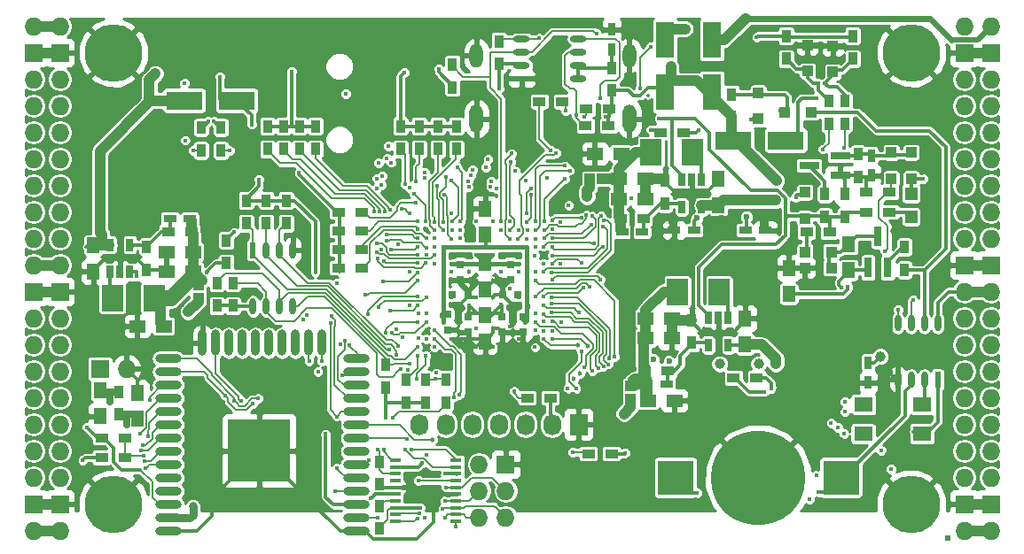
<source format=gbl>
G04 #@! TF.FileFunction,Copper,L4,Bot,Signal*
%FSLAX46Y46*%
G04 Gerber Fmt 4.6, Leading zero omitted, Abs format (unit mm)*
G04 Created by KiCad (PCBNEW 4.0.7+dfsg1-1) date Mon Jan 22 21:13:58 2018*
%MOMM*%
%LPD*%
G01*
G04 APERTURE LIST*
%ADD10C,0.100000*%
%ADD11O,1.727200X1.727200*%
%ADD12R,1.727200X1.727200*%
%ADD13R,0.500000X0.500000*%
%ADD14R,0.900000X1.200000*%
%ADD15R,1.000000X1.000000*%
%ADD16R,1.800000X3.500000*%
%ADD17R,1.200000X0.900000*%
%ADD18R,2.000000X2.500000*%
%ADD19R,0.700000X1.200000*%
%ADD20R,1.250000X1.500000*%
%ADD21R,1.500000X1.250000*%
%ADD22R,0.800000X1.900000*%
%ADD23R,1.900000X0.800000*%
%ADD24R,1.200000X0.750000*%
%ADD25R,0.750000X1.200000*%
%ADD26C,5.500000*%
%ADD27R,1.000000X0.400000*%
%ADD28R,1.727200X2.032000*%
%ADD29O,1.727200X2.032000*%
%ADD30R,3.500000X1.800000*%
%ADD31R,3.500000X3.300000*%
%ADD32C,9.000000*%
%ADD33O,1.300000X2.700000*%
%ADD34O,1.300000X2.300000*%
%ADD35R,0.600000X1.550000*%
%ADD36O,0.600000X1.550000*%
%ADD37R,1.550000X0.600000*%
%ADD38O,1.550000X0.600000*%
%ADD39O,2.500000X0.900000*%
%ADD40O,0.900000X2.500000*%
%ADD41R,6.000000X6.000000*%
%ADD42R,1.800000X1.400000*%
%ADD43R,1.200000X1.200000*%
%ADD44R,0.750000X0.800000*%
%ADD45R,0.800000X0.750000*%
%ADD46C,0.400000*%
%ADD47C,1.000000*%
%ADD48C,0.600000*%
%ADD49C,0.454000*%
%ADD50C,0.800000*%
%ADD51C,0.700000*%
%ADD52C,0.300000*%
%ADD53C,0.500000*%
%ADD54C,0.190000*%
%ADD55C,1.000000*%
%ADD56C,0.600000*%
%ADD57C,0.400000*%
%ADD58C,0.800000*%
%ADD59C,0.700000*%
%ADD60C,1.500000*%
%ADD61C,0.127000*%
%ADD62C,1.200000*%
%ADD63C,0.200000*%
%ADD64C,0.254000*%
G04 APERTURE END LIST*
D10*
D11*
X97910000Y-62690000D03*
X95370000Y-62690000D03*
D12*
X97910000Y-65230000D03*
X95370000Y-65230000D03*
D11*
X97910000Y-67770000D03*
X95370000Y-67770000D03*
X97910000Y-70310000D03*
X95370000Y-70310000D03*
X97910000Y-72850000D03*
X95370000Y-72850000D03*
X97910000Y-75390000D03*
X95370000Y-75390000D03*
X97910000Y-77930000D03*
X95370000Y-77930000D03*
X97910000Y-80470000D03*
X95370000Y-80470000D03*
X97910000Y-83010000D03*
X95370000Y-83010000D03*
X97910000Y-85550000D03*
X95370000Y-85550000D03*
D12*
X97910000Y-88090000D03*
X95370000Y-88090000D03*
D11*
X97910000Y-90630000D03*
X95370000Y-90630000D03*
X97910000Y-93170000D03*
X95370000Y-93170000D03*
X97910000Y-95710000D03*
X95370000Y-95710000D03*
X97910000Y-98250000D03*
X95370000Y-98250000D03*
X97910000Y-100790000D03*
X95370000Y-100790000D03*
X97910000Y-103330000D03*
X95370000Y-103330000D03*
X97910000Y-105870000D03*
X95370000Y-105870000D03*
D12*
X97910000Y-108410000D03*
X95370000Y-108410000D03*
D11*
X97910000Y-110950000D03*
X95370000Y-110950000D03*
D13*
X182675150Y-111637626D03*
D14*
X103498000Y-99858000D03*
X103498000Y-97658000D03*
D15*
X152393000Y-97142000D03*
X152393000Y-98342000D03*
D16*
X155695000Y-69000000D03*
X155695000Y-64000000D03*
D17*
X157430000Y-72850000D03*
X155230000Y-72850000D03*
D18*
X160870000Y-88090000D03*
X156870000Y-88090000D03*
D19*
X159825000Y-90600000D03*
X160775000Y-90600000D03*
X161725000Y-90600000D03*
X161725000Y-93200000D03*
X159825000Y-93200000D03*
D18*
X102895000Y-88725000D03*
X106895000Y-88725000D03*
D19*
X104575000Y-86215000D03*
X103625000Y-86215000D03*
X102675000Y-86215000D03*
X102675000Y-83615000D03*
X104575000Y-83615000D03*
D18*
X158330000Y-74755000D03*
X154330000Y-74755000D03*
D19*
X157285000Y-77392000D03*
X158235000Y-77392000D03*
X159185000Y-77392000D03*
X159185000Y-79992000D03*
X157285000Y-79992000D03*
D20*
X101085000Y-83665000D03*
X101085000Y-86165000D03*
D21*
X153810000Y-90630000D03*
X156310000Y-90630000D03*
X153810000Y-92535000D03*
X156310000Y-92535000D03*
D20*
X163315000Y-93150000D03*
X163315000Y-90650000D03*
D21*
X151270000Y-79200000D03*
X153770000Y-79200000D03*
X151270000Y-77295000D03*
X153770000Y-77295000D03*
D20*
X160775000Y-79815000D03*
X160775000Y-77315000D03*
D21*
X110590000Y-84280000D03*
X108090000Y-84280000D03*
X110590000Y-86185000D03*
X108090000Y-86185000D03*
D20*
X173221000Y-86038000D03*
X173221000Y-83538000D03*
D22*
X176965000Y-85780000D03*
X175065000Y-85780000D03*
X176015000Y-82780000D03*
D23*
X172435000Y-75075000D03*
X172435000Y-76975000D03*
X169435000Y-76025000D03*
D24*
X153910000Y-96910000D03*
X155810000Y-96910000D03*
X151570000Y-82375000D03*
X153470000Y-82375000D03*
X110290000Y-81105000D03*
X108390000Y-81105000D03*
D25*
X175380000Y-75075000D03*
X175380000Y-76975000D03*
D17*
X169200000Y-82375000D03*
X171400000Y-82375000D03*
D14*
X172840000Y-80935000D03*
X172840000Y-78735000D03*
D17*
X177115000Y-80470000D03*
X174915000Y-80470000D03*
D14*
X174110000Y-74925000D03*
X174110000Y-77125000D03*
X178555000Y-83815000D03*
X178555000Y-86015000D03*
X113785000Y-83180000D03*
X113785000Y-85380000D03*
X170935000Y-80935000D03*
X170935000Y-78735000D03*
X128390000Y-108580000D03*
X128390000Y-110780000D03*
D17*
X150572000Y-103584000D03*
X148372000Y-103584000D03*
X177115000Y-78565000D03*
X174915000Y-78565000D03*
X153760000Y-95640000D03*
X155960000Y-95640000D03*
X110440000Y-82375000D03*
X108240000Y-82375000D03*
X151420000Y-81105000D03*
X153620000Y-81105000D03*
D14*
X158235000Y-90800000D03*
X158235000Y-93000000D03*
X106165000Y-86015000D03*
X106165000Y-83815000D03*
X155695000Y-77465000D03*
X155695000Y-79665000D03*
D17*
X126696000Y-85804000D03*
X124496000Y-85804000D03*
X126696000Y-84026000D03*
X124496000Y-84026000D03*
X126696000Y-82248000D03*
X124496000Y-82248000D03*
X126696000Y-80470000D03*
X124496000Y-80470000D03*
D14*
X130422000Y-74458000D03*
X130422000Y-72258000D03*
X132200000Y-74458000D03*
X132200000Y-72258000D03*
X133978000Y-74458000D03*
X133978000Y-72258000D03*
X135756000Y-74458000D03*
X135756000Y-72258000D03*
D25*
X150589600Y-64910000D03*
X150589600Y-63010000D03*
D11*
X184270000Y-110950000D03*
X186810000Y-110950000D03*
D12*
X184270000Y-108410000D03*
X186810000Y-108410000D03*
D11*
X184270000Y-105870000D03*
X186810000Y-105870000D03*
X184270000Y-103330000D03*
X186810000Y-103330000D03*
X184270000Y-100790000D03*
X186810000Y-100790000D03*
X184270000Y-98250000D03*
X186810000Y-98250000D03*
X184270000Y-95710000D03*
X186810000Y-95710000D03*
X184270000Y-93170000D03*
X186810000Y-93170000D03*
X184270000Y-90630000D03*
X186810000Y-90630000D03*
X184270000Y-88090000D03*
X186810000Y-88090000D03*
D12*
X184270000Y-85550000D03*
X186810000Y-85550000D03*
D11*
X184270000Y-83010000D03*
X186810000Y-83010000D03*
X184270000Y-80470000D03*
X186810000Y-80470000D03*
X184270000Y-77930000D03*
X186810000Y-77930000D03*
X184270000Y-75390000D03*
X186810000Y-75390000D03*
X184270000Y-72850000D03*
X186810000Y-72850000D03*
X184270000Y-70310000D03*
X186810000Y-70310000D03*
X184270000Y-67770000D03*
X186810000Y-67770000D03*
D12*
X184270000Y-65230000D03*
X186810000Y-65230000D03*
D11*
X184270000Y-62690000D03*
X186810000Y-62690000D03*
D26*
X102990000Y-108410000D03*
X179190000Y-108410000D03*
X179190000Y-65230000D03*
X102990000Y-65230000D03*
D14*
X162045000Y-71410000D03*
X162045000Y-69210000D03*
X139820000Y-66330000D03*
X139820000Y-64130000D03*
X135375000Y-68532000D03*
X135375000Y-66332000D03*
X150615000Y-68870000D03*
X150615000Y-66670000D03*
D17*
X150275000Y-72215000D03*
X148075000Y-72215000D03*
X150380000Y-70600000D03*
X148180000Y-70600000D03*
D27*
X135735000Y-104215000D03*
X135735000Y-104865000D03*
X135735000Y-105515000D03*
X135735000Y-106165000D03*
X135735000Y-106815000D03*
X135735000Y-107465000D03*
X135735000Y-108115000D03*
X135735000Y-108765000D03*
X135735000Y-109415000D03*
X135735000Y-110065000D03*
X129935000Y-110065000D03*
X129935000Y-109415000D03*
X129935000Y-108765000D03*
X129935000Y-108115000D03*
X129935000Y-107465000D03*
X129935000Y-106815000D03*
X129935000Y-106165000D03*
X129935000Y-105515000D03*
X129935000Y-104865000D03*
X129935000Y-104215000D03*
D14*
X119500000Y-79370000D03*
X119500000Y-81570000D03*
X114420000Y-89444000D03*
X114420000Y-87244000D03*
X129025000Y-97275000D03*
X129025000Y-95075000D03*
X117595000Y-79370000D03*
X117595000Y-81570000D03*
X112896000Y-89444000D03*
X112896000Y-87244000D03*
X115690000Y-79370000D03*
X115690000Y-81570000D03*
D17*
X144730000Y-98250000D03*
X142530000Y-98250000D03*
D14*
X132835000Y-98715000D03*
X132835000Y-96515000D03*
X130930000Y-98715000D03*
X130930000Y-96515000D03*
D17*
X101890000Y-103965000D03*
X104090000Y-103965000D03*
D12*
X101720000Y-95456000D03*
D11*
X104260000Y-95456000D03*
D17*
X104090000Y-102060000D03*
X101890000Y-102060000D03*
D20*
X167506000Y-88324000D03*
X167506000Y-85824000D03*
D17*
X164415000Y-96345000D03*
X162215000Y-96345000D03*
D14*
X167252000Y-65822000D03*
X167252000Y-63622000D03*
D12*
X140455000Y-104600000D03*
D11*
X137915000Y-104600000D03*
X140455000Y-107140000D03*
X137915000Y-107140000D03*
X140455000Y-109680000D03*
X137915000Y-109680000D03*
D20*
X138500000Y-90370000D03*
X138500000Y-92870000D03*
X138500000Y-82670000D03*
X138500000Y-80170000D03*
X138500000Y-85370000D03*
X138500000Y-87870000D03*
X101720000Y-97508000D03*
X101720000Y-100008000D03*
D14*
X113277000Y-74585000D03*
X113277000Y-72385000D03*
X111372000Y-74585000D03*
X111372000Y-72385000D03*
X172840000Y-72045000D03*
X172840000Y-69845000D03*
X171316000Y-72045000D03*
X171316000Y-69845000D03*
D28*
X147440000Y-100790000D03*
D29*
X144900000Y-100790000D03*
X142360000Y-100790000D03*
X139820000Y-100790000D03*
X137280000Y-100790000D03*
X134740000Y-100790000D03*
X132200000Y-100790000D03*
D20*
X105276000Y-100262000D03*
X105276000Y-97762000D03*
D30*
X109761000Y-69802000D03*
X114761000Y-69802000D03*
X167212000Y-73612000D03*
X162212000Y-73612000D03*
D16*
X160140000Y-64000000D03*
X160140000Y-69000000D03*
D21*
X154064000Y-98504000D03*
X156564000Y-98504000D03*
X107796000Y-91392000D03*
X105296000Y-91392000D03*
X151484000Y-74882000D03*
X148984000Y-74882000D03*
D14*
X173602000Y-65822000D03*
X173602000Y-63622000D03*
X134740000Y-96515000D03*
X134740000Y-98715000D03*
D31*
X172485000Y-105870000D03*
X156685000Y-105870000D03*
D32*
X164585000Y-105870000D03*
D15*
X169284000Y-66988000D03*
X169284000Y-64488000D03*
X171697000Y-67081000D03*
X171697000Y-64581000D03*
X169050000Y-84280000D03*
X171550000Y-84280000D03*
X169030000Y-81085000D03*
X169030000Y-78585000D03*
X171550000Y-85804000D03*
X169050000Y-85804000D03*
X179190000Y-77275000D03*
X179190000Y-74775000D03*
X177285000Y-74775000D03*
X177285000Y-77275000D03*
X167145000Y-70945000D03*
X169645000Y-70945000D03*
X164585000Y-69060000D03*
X164585000Y-71560000D03*
X111118000Y-87490000D03*
X111118000Y-88690000D03*
X149691000Y-77295000D03*
X148491000Y-77295000D03*
D14*
X128390000Y-106546000D03*
X128390000Y-104346000D03*
X117722000Y-74458000D03*
X117722000Y-72258000D03*
X119246000Y-74458000D03*
X119246000Y-72258000D03*
X120770000Y-74458000D03*
X120770000Y-72258000D03*
X122294000Y-74458000D03*
X122294000Y-72258000D03*
D17*
X145880000Y-69900000D03*
X143680000Y-69900000D03*
D33*
X152280000Y-71550000D03*
X137680000Y-71550000D03*
D34*
X137680000Y-65500000D03*
X152280000Y-65500000D03*
D35*
X181730000Y-96505000D03*
D36*
X180460000Y-96505000D03*
X179190000Y-96505000D03*
X177920000Y-96505000D03*
X177920000Y-91105000D03*
X179190000Y-91105000D03*
X180460000Y-91105000D03*
X181730000Y-91105000D03*
D37*
X141980000Y-67706500D03*
D38*
X141980000Y-66436500D03*
X141980000Y-65166500D03*
X141980000Y-63896500D03*
X147380000Y-63896500D03*
X147380000Y-65166500D03*
X147380000Y-66436500D03*
X147380000Y-67706500D03*
D35*
X116325000Y-84120000D03*
D36*
X117595000Y-84120000D03*
X118865000Y-84120000D03*
X120135000Y-84120000D03*
X120135000Y-89520000D03*
X118865000Y-89520000D03*
X117595000Y-89520000D03*
X116325000Y-89520000D03*
D39*
X126230000Y-111000000D03*
X126230000Y-109730000D03*
X126230000Y-108460000D03*
X126230000Y-107190000D03*
X126230000Y-105920000D03*
X126230000Y-104650000D03*
X126230000Y-103380000D03*
X126230000Y-102110000D03*
X126230000Y-100840000D03*
X126230000Y-99570000D03*
X126230000Y-98300000D03*
X126230000Y-97030000D03*
X126230000Y-95760000D03*
X126230000Y-94490000D03*
D40*
X122945000Y-93000000D03*
X121675000Y-93000000D03*
X120405000Y-93000000D03*
X119135000Y-93000000D03*
X117865000Y-93000000D03*
X116595000Y-93000000D03*
X115325000Y-93000000D03*
X114055000Y-93000000D03*
X112785000Y-93000000D03*
X111515000Y-93000000D03*
D39*
X108230000Y-94490000D03*
X108230000Y-95760000D03*
X108230000Y-97030000D03*
X108230000Y-98300000D03*
X108230000Y-99570000D03*
X108230000Y-100840000D03*
X108230000Y-102110000D03*
X108230000Y-103380000D03*
X108230000Y-104650000D03*
X108230000Y-105920000D03*
X108230000Y-107190000D03*
X108230000Y-108460000D03*
X108230000Y-109730000D03*
X108230000Y-111000000D03*
D41*
X116930000Y-103300000D03*
D42*
X180212000Y-98882000D03*
X174612000Y-98882000D03*
X174612000Y-101682000D03*
X180212000Y-101682000D03*
D43*
X179190000Y-78735000D03*
X179190000Y-80935000D03*
D44*
X140900000Y-86970000D03*
X140900000Y-85470000D03*
X136100000Y-86970000D03*
X136100000Y-85470000D03*
X136900000Y-91970000D03*
X136900000Y-90470000D03*
X140100000Y-91970000D03*
X140100000Y-90470000D03*
X142100000Y-91970000D03*
X142100000Y-90470000D03*
X134900000Y-91770000D03*
X134900000Y-90270000D03*
D45*
X136850000Y-88420000D03*
X135350000Y-88420000D03*
X140150000Y-88420000D03*
X141650000Y-88420000D03*
D24*
X163350000Y-82220000D03*
X165250000Y-82220000D03*
X158450000Y-82220000D03*
X156550000Y-82220000D03*
D25*
X175100000Y-94870000D03*
X175100000Y-96770000D03*
D46*
X135342764Y-89381630D03*
X144103496Y-84660400D03*
D47*
X177658444Y-82281349D03*
D46*
X145680000Y-81405125D03*
X145691238Y-94166752D03*
X145759873Y-91010176D03*
D48*
X152525938Y-81463870D03*
D47*
X162956098Y-95078488D03*
X158539988Y-94868772D03*
D48*
X161075765Y-80992022D03*
X164882869Y-80938986D03*
X156262773Y-81349374D03*
X123437000Y-108972000D03*
D46*
X132871770Y-84533979D03*
X132862998Y-82124544D03*
X131278306Y-86213101D03*
X135281276Y-80583119D03*
X131279502Y-89407325D03*
X170309539Y-85441529D03*
X145672808Y-85396062D03*
X133216000Y-107465000D03*
X137680000Y-88600000D03*
X142480000Y-95000000D03*
X141680000Y-92600000D03*
X140836000Y-84534000D03*
X135284627Y-94985297D03*
X135288625Y-94225619D03*
X134455822Y-94267172D03*
X136095958Y-93369652D03*
D49*
X139264636Y-91615205D03*
D47*
X116880503Y-64802940D03*
X106974809Y-64953974D03*
X175210328Y-64948943D03*
X165417246Y-64954666D03*
D46*
X175495631Y-71457432D03*
X177285000Y-95710000D03*
X140880000Y-81400000D03*
X140874194Y-91433353D03*
X142480000Y-94200000D03*
X140880000Y-93400000D03*
X139280000Y-93400000D03*
X137680000Y-93400000D03*
X136880000Y-92600000D03*
X135280000Y-92600000D03*
X132880000Y-91800000D03*
X132880000Y-93400000D03*
D49*
X141042859Y-86994997D03*
X139280000Y-87000000D03*
X136110990Y-86995403D03*
X137680000Y-87000000D03*
X136080000Y-84600000D03*
X139280000Y-88600000D03*
D47*
X101707889Y-82423180D03*
X107021491Y-67228122D03*
X166284693Y-95025145D03*
X166248957Y-79348409D03*
X166343357Y-77477990D03*
D46*
X172564535Y-87722010D03*
X150030853Y-71331848D03*
D47*
X156235582Y-66548363D03*
X157600000Y-62944000D03*
D46*
X137659051Y-91638034D03*
X135273306Y-88618602D03*
X135280000Y-86200000D03*
X135280000Y-85440000D03*
X158870000Y-72596000D03*
X114513935Y-82409431D03*
X116912932Y-77355158D03*
X109760378Y-68177900D03*
X109840000Y-73620000D03*
X132110753Y-92527478D03*
X113658000Y-89360000D03*
X165803369Y-97344883D03*
D47*
X148237462Y-79019093D03*
D46*
X148271935Y-77558071D03*
D47*
X160905403Y-95006436D03*
D48*
X158731133Y-81048929D03*
X154593901Y-94607945D03*
X156088245Y-94762980D03*
D47*
X164625730Y-94982471D03*
D48*
X163462982Y-80942429D03*
D47*
X176254940Y-94288458D03*
D50*
X110593913Y-108636458D03*
D46*
X180340784Y-77316932D03*
X173137949Y-87594275D03*
D51*
X102710050Y-98594954D03*
D46*
X129005202Y-100174798D03*
X139820000Y-68665673D03*
X172834633Y-99599920D03*
X172879922Y-98618650D03*
X176305593Y-103279812D03*
X164433885Y-63737451D03*
X134079160Y-66786153D03*
X100080000Y-104200000D03*
X139272517Y-84611349D03*
X137680556Y-84534085D03*
X141680000Y-86200000D03*
X132880000Y-92600000D03*
X141680000Y-88600000D03*
X141680000Y-85400000D03*
X129983242Y-91668979D03*
X121431221Y-90311593D03*
X121088335Y-90753785D03*
X130583026Y-92475628D03*
X146394787Y-97333919D03*
X143300000Y-86220000D03*
X147175985Y-97333919D03*
X147700000Y-93820000D03*
X144900000Y-91820000D03*
X142277990Y-91000000D03*
D47*
X110128890Y-90028152D03*
D46*
X142480000Y-83800000D03*
X134480000Y-83800000D03*
X134480000Y-91000000D03*
X155115280Y-71563465D03*
X105245010Y-86595559D03*
X125193541Y-69156848D03*
X170182962Y-69571012D03*
X170362901Y-107286196D03*
X158716651Y-107325176D03*
X136028224Y-97922729D03*
X128216338Y-109760338D03*
X132708000Y-109680000D03*
X134750646Y-106810513D03*
X133680000Y-91800000D03*
X135517016Y-98167170D03*
X134675868Y-108131585D03*
D49*
X133449289Y-102232615D03*
D46*
X133680000Y-92600000D03*
X132936956Y-103711000D03*
X127385678Y-104203668D03*
X133685482Y-93402296D03*
X134463998Y-108841973D03*
X131986331Y-96404793D03*
X131039072Y-102187000D03*
X134636872Y-109719950D03*
X132846234Y-94197073D03*
X176700000Y-84220000D03*
X143260000Y-84620000D03*
X120739932Y-76694083D03*
X130761990Y-67119621D03*
X147186000Y-71200000D03*
X147983153Y-71347080D03*
X149475951Y-69619684D03*
X153297112Y-68665673D03*
X177926984Y-89812061D03*
X154329326Y-64643767D03*
X152497066Y-79193467D03*
X146481406Y-79819384D03*
X143650666Y-63862520D03*
X179351513Y-88868327D03*
X149134122Y-63424051D03*
X140035989Y-81400000D03*
X121687479Y-94718249D03*
X128776655Y-87127857D03*
X132083026Y-86260405D03*
X113700000Y-98020000D03*
X116325960Y-98790853D03*
X122932649Y-94724357D03*
X124849021Y-96102869D03*
X122527919Y-95725900D03*
X116198000Y-72088000D03*
X127586603Y-107875044D03*
X113157250Y-67567056D03*
X146180000Y-70800000D03*
X131453853Y-103208291D03*
X149771692Y-81825658D03*
X144080000Y-86200000D03*
X149533922Y-86909940D03*
X144894316Y-86977564D03*
X144896700Y-83835368D03*
X149549750Y-80868432D03*
D49*
X147343891Y-93217126D03*
D46*
X144113248Y-92588762D03*
X144875155Y-86292748D03*
X149846468Y-81303978D03*
X148696112Y-80861847D03*
X144916886Y-82991356D03*
D49*
X148349010Y-93322307D03*
D46*
X144882352Y-92577990D03*
X144902941Y-90956495D03*
X148747982Y-95669626D03*
X144867244Y-90112484D03*
X149795895Y-95251084D03*
X144855814Y-89268481D03*
X150278898Y-95040253D03*
X150345974Y-94517527D03*
X144877648Y-88622010D03*
X150889207Y-94332565D03*
X143280000Y-87000000D03*
X130211351Y-93284273D03*
X131084713Y-95564177D03*
X130422000Y-95456000D03*
X131316164Y-94959140D03*
X130053332Y-94113207D03*
X132031990Y-93400000D03*
X129371747Y-93601166D03*
X141280657Y-97642010D03*
X133852393Y-95875797D03*
X133762848Y-96395146D03*
X132080000Y-94200000D03*
X128622659Y-84064643D03*
X105895603Y-103765816D03*
X130839477Y-103208987D03*
X129449238Y-89873934D03*
X132075624Y-89410644D03*
X128806823Y-103185900D03*
X128312094Y-89556924D03*
X132162861Y-106185868D03*
X132880000Y-88600000D03*
X127040053Y-88426410D03*
X124322162Y-105002357D03*
X132080000Y-87000000D03*
X125525099Y-93236764D03*
X124202418Y-107207639D03*
X110599084Y-74589383D03*
X132024412Y-109766775D03*
X114104080Y-74612196D03*
X132219727Y-109277292D03*
X115190634Y-98572389D03*
X131847310Y-79589886D03*
X132080000Y-81400000D03*
X132080007Y-82103333D03*
X132872609Y-82968555D03*
X133627359Y-81414685D03*
X133648389Y-82190597D03*
X131923295Y-77584853D03*
X130856828Y-77786820D03*
X129555604Y-91985990D03*
X132880000Y-91000000D03*
X129028593Y-91985999D03*
X132077338Y-91002010D03*
X131275302Y-80595752D03*
X130489904Y-80167235D03*
X128823114Y-85153560D03*
X132072985Y-85377990D03*
X134476508Y-82180155D03*
X133942383Y-77980766D03*
X163908850Y-71651861D03*
X135656559Y-110610712D03*
X132468001Y-104503413D03*
X146844288Y-103452739D03*
D51*
X104260000Y-100790000D03*
D46*
X114560994Y-98539563D03*
X116800000Y-98320000D03*
X111895217Y-86253790D03*
X165170594Y-97666317D03*
X170157734Y-105666345D03*
X169506589Y-107953726D03*
X142564751Y-82209316D03*
X143287402Y-83042010D03*
X170735900Y-74464979D03*
X168166438Y-79108038D03*
X151896383Y-103510715D03*
X112614274Y-71803529D03*
X112074854Y-71810535D03*
X143269694Y-93414905D03*
X177274002Y-105079115D03*
X172761273Y-101651681D03*
X143280000Y-91800000D03*
X172193360Y-101105663D03*
X144064831Y-91877646D03*
X144080000Y-90956495D03*
X171540304Y-100645743D03*
X135320520Y-82196441D03*
X129493343Y-75737814D03*
X136080000Y-82200000D03*
X129125079Y-75315804D03*
X136080000Y-83000000D03*
X129252218Y-74142461D03*
X142460000Y-83020000D03*
X142377451Y-77497451D03*
X172746637Y-74347988D03*
X143280000Y-83800000D03*
X170300000Y-68151000D03*
X170950000Y-68125562D03*
X125110333Y-92787995D03*
X124361185Y-87274371D03*
X124361184Y-87274370D03*
X182675150Y-111637626D03*
X166678914Y-70803555D03*
X123273881Y-101715917D03*
X129660000Y-100155000D03*
X127308270Y-90221456D03*
X132084049Y-88558274D03*
X128280000Y-103200000D03*
X120008000Y-67008000D03*
X133680000Y-83000000D03*
X129457990Y-80285112D03*
X133680000Y-83800000D03*
X128943593Y-80399729D03*
X130204628Y-83599483D03*
X128416582Y-80399850D03*
X127889625Y-80407426D03*
X133680000Y-85400000D03*
X144780000Y-74590382D03*
X140896226Y-87816226D03*
X140038941Y-89350966D03*
X136944530Y-89373464D03*
D49*
X136938110Y-86196311D03*
D46*
X140014602Y-86192969D03*
X139285803Y-90177691D03*
X137689001Y-90122990D03*
D47*
X151758000Y-99774000D03*
D46*
X136885174Y-90194826D03*
X140094890Y-90122990D03*
X128333179Y-75769807D03*
X134613000Y-78819000D03*
X135280000Y-83022010D03*
X154298000Y-72596000D03*
X100450000Y-101044000D03*
X132285867Y-108754446D03*
X134707351Y-105508447D03*
X139280000Y-81400000D03*
X139578623Y-78205862D03*
X139034115Y-78040948D03*
X139046749Y-77514088D03*
X138580000Y-76200000D03*
X138779198Y-75400762D03*
X137680000Y-81400000D03*
X137308732Y-76415018D03*
X137106948Y-76979922D03*
X136859538Y-77550820D03*
X136922059Y-78097889D03*
X136096392Y-81395070D03*
X135830698Y-76200613D03*
X135315381Y-81391918D03*
X135280062Y-77463305D03*
X134471370Y-81406751D03*
X134758050Y-77130140D03*
D49*
X146942280Y-96452058D03*
X147534467Y-95913260D03*
D46*
X147928857Y-95339016D03*
X143322010Y-91000657D03*
X149284391Y-95377990D03*
X144077013Y-90266968D03*
X147430953Y-90112484D03*
X144076240Y-89395301D03*
X143322010Y-90201951D03*
X147910791Y-87683418D03*
X144082832Y-88584510D03*
X143322010Y-88595030D03*
X148483539Y-87608166D03*
X144102010Y-85397219D03*
X144889349Y-85448737D03*
X147687390Y-85374093D03*
X149732494Y-83807694D03*
X144912409Y-84635817D03*
X148921512Y-83442010D03*
X144103186Y-83777990D03*
X144131413Y-83000000D03*
X148610661Y-81705858D03*
X144888125Y-82147345D03*
X144176662Y-82199998D03*
X148175253Y-80781550D03*
X147688311Y-80983115D03*
X144880008Y-81303333D03*
X142888107Y-78790351D03*
X142460000Y-81420000D03*
X142460000Y-80620000D03*
X142864275Y-78217369D03*
X144175043Y-81398770D03*
X146089079Y-77300571D03*
X144394875Y-77219934D03*
X143332651Y-82197990D03*
X146577729Y-76500816D03*
X143331031Y-81377293D03*
X146130802Y-76060132D03*
X141660000Y-83020000D03*
X145255695Y-74817220D03*
X141696549Y-82199967D03*
X140030954Y-82200000D03*
X141342967Y-76554996D03*
X141046643Y-74873804D03*
X140864029Y-83041403D03*
X140874966Y-82177164D03*
X140980062Y-75681941D03*
X132761172Y-77202673D03*
X132737245Y-76676207D03*
X128644933Y-77050030D03*
X128152012Y-77257840D03*
X128125571Y-78233647D03*
X128590544Y-77894041D03*
X131253134Y-78134216D03*
X106477197Y-98487772D03*
X131709326Y-78745875D03*
X132783339Y-81400004D03*
X132079024Y-82984045D03*
X129109095Y-82655074D03*
X105572759Y-101661319D03*
X106276126Y-101893466D03*
X132880889Y-83897835D03*
X129054383Y-83179239D03*
X129487667Y-84079929D03*
X132083682Y-83828056D03*
X105813763Y-102819336D03*
X128165458Y-83509725D03*
X132062099Y-84533979D03*
X105627254Y-103312241D03*
X128182016Y-84353737D03*
X105992720Y-104283802D03*
X133671942Y-84595200D03*
X128207686Y-84880123D03*
X106088753Y-104974041D03*
X132834641Y-85377990D03*
X123714874Y-91057383D03*
X124326000Y-100028000D03*
X124681087Y-93093755D03*
X132900000Y-90180000D03*
X123846546Y-90451525D03*
X132100000Y-90157990D03*
D52*
X154044000Y-69310596D02*
X154052298Y-69302298D01*
X164882869Y-80938986D02*
X164882869Y-81852869D01*
X164882869Y-81852869D02*
X165250000Y-82220000D01*
X156550000Y-82220000D02*
X156550000Y-82895000D01*
X156550000Y-82895000D02*
X155822000Y-83623000D01*
X155822000Y-83623000D02*
X155822000Y-83645000D01*
X156262773Y-81349374D02*
X156262773Y-81932773D01*
X156262773Y-81932773D02*
X156550000Y-82220000D01*
X139264636Y-91615205D02*
X139745205Y-91615205D01*
X139745205Y-91615205D02*
X140100000Y-91970000D01*
D53*
X140150000Y-88420000D02*
X140150000Y-87606614D01*
X140150000Y-87606614D02*
X139543386Y-87000000D01*
D52*
X139543386Y-87000000D02*
X139280000Y-87000000D01*
X140150000Y-88420000D02*
X140150000Y-87618935D01*
D53*
X140150000Y-87618935D02*
X140773938Y-86994997D01*
D52*
X140773938Y-86994997D02*
X141042859Y-86994997D01*
X137680000Y-87000000D02*
X137680000Y-87050000D01*
X137680000Y-87050000D02*
X138500000Y-87870000D01*
X139280000Y-87000000D02*
X139280000Y-87090000D01*
X139280000Y-87090000D02*
X138500000Y-87870000D01*
X140150000Y-88420000D02*
X141150000Y-89420000D01*
X140150000Y-88420000D02*
X139460000Y-88420000D01*
X139460000Y-88420000D02*
X139280000Y-88600000D01*
X137680000Y-87000000D02*
X137680000Y-87298789D01*
D53*
X137680000Y-87298789D02*
X136850000Y-88128789D01*
D52*
X136850000Y-88128789D02*
X136850000Y-88420000D01*
X136110990Y-86995403D02*
X136110990Y-87288031D01*
X136850000Y-88027041D02*
X136850000Y-88420000D01*
D53*
X136110990Y-87288031D02*
X136850000Y-88027041D01*
D52*
X136110990Y-86995403D02*
X137675403Y-86995403D01*
X137675403Y-86995403D02*
X137680000Y-87000000D01*
X135850000Y-90220000D02*
X135850000Y-89545000D01*
X135850000Y-89545000D02*
X136795000Y-88600000D01*
X136795000Y-88600000D02*
X137397158Y-88600000D01*
X137397158Y-88600000D02*
X137680000Y-88600000D01*
X153039876Y-83645000D02*
X155822000Y-83645000D01*
X152525938Y-83131062D02*
X153039876Y-83645000D01*
X152525938Y-81463870D02*
X152525938Y-83131062D01*
D54*
X138029000Y-66332000D02*
X138115000Y-66246000D01*
D52*
X133415999Y-107664999D02*
X133216000Y-107465000D01*
X133612013Y-107861013D02*
X133415999Y-107664999D01*
X131991648Y-111780338D02*
X133612013Y-110159973D01*
X127810434Y-111780338D02*
X131991648Y-111780338D01*
X133612013Y-110159973D02*
X133612013Y-107861013D01*
X127060434Y-111030338D02*
X127810434Y-111780338D01*
X126260434Y-111030338D02*
X127060434Y-111030338D01*
D55*
X184270000Y-108410000D02*
X186810000Y-108410000D01*
X184270000Y-85550000D02*
X186810000Y-85550000D01*
X184270000Y-65230000D02*
X186810000Y-65230000D01*
X95370000Y-65230000D02*
X97910000Y-65230000D01*
X95370000Y-88090000D02*
X97910000Y-88090000D01*
X95370000Y-108410000D02*
X97910000Y-108410000D01*
D52*
X108260434Y-111030338D02*
X109060434Y-111030338D01*
X109060434Y-111030338D02*
X109140772Y-110950000D01*
X110957617Y-110950000D02*
X112380000Y-109527617D01*
X109140772Y-110950000D02*
X110957617Y-110950000D01*
X112380000Y-109527617D02*
X112380000Y-107854384D01*
X112380000Y-107854384D02*
X116904046Y-103330338D01*
X116904046Y-103330338D02*
X116960434Y-103330338D01*
X167506000Y-85824000D02*
X169927068Y-85824000D01*
X169927068Y-85824000D02*
X170109540Y-85641528D01*
X170109540Y-85641528D02*
X170309539Y-85441529D01*
X104260000Y-95456000D02*
X105276000Y-96472000D01*
X105276000Y-96472000D02*
X105276000Y-97762000D01*
X133216000Y-107465000D02*
X132214478Y-107465000D01*
X135735000Y-107465000D02*
X133216000Y-107465000D01*
X132214478Y-107465000D02*
X131572496Y-106823018D01*
X131572496Y-106823018D02*
X129919874Y-106823018D01*
X126260434Y-111030338D02*
X124660659Y-111030338D01*
X124660659Y-111030338D02*
X116960659Y-103330338D01*
X116960659Y-103330338D02*
X116960434Y-103330338D01*
X129935000Y-106815000D02*
X128659000Y-106815000D01*
X128659000Y-106815000D02*
X128390000Y-106546000D01*
X128390000Y-106546000D02*
X128558000Y-106546000D01*
X136126306Y-93400000D02*
X136095958Y-93369652D01*
X136880000Y-92600000D02*
X136110348Y-93369652D01*
X136049652Y-93369652D02*
X136095958Y-93369652D01*
X137680000Y-93400000D02*
X136126306Y-93400000D01*
X135280000Y-92600000D02*
X136049652Y-93369652D01*
X136110348Y-93369652D02*
X136095958Y-93369652D01*
X139264636Y-92054364D02*
X139264636Y-91936231D01*
X139264636Y-91936231D02*
X139264636Y-91615205D01*
X138550000Y-92769000D02*
X139264636Y-92054364D01*
X136880000Y-92600000D02*
X137680000Y-93400000D01*
X136880000Y-92600000D02*
X138381000Y-92600000D01*
X138381000Y-92600000D02*
X138550000Y-92769000D01*
X135280000Y-92600000D02*
X136880000Y-92600000D01*
X138550000Y-92769000D02*
X138649000Y-92769000D01*
X138649000Y-92769000D02*
X139280000Y-93400000D01*
X138550000Y-92769000D02*
X138311000Y-92769000D01*
X138311000Y-92769000D02*
X137680000Y-93400000D01*
X175042385Y-64781000D02*
X175210328Y-64948943D01*
X171697000Y-64781000D02*
X175042385Y-64781000D01*
X165683912Y-64688000D02*
X165417246Y-64954666D01*
X169284000Y-64688000D02*
X165683912Y-64688000D01*
X169284000Y-64688000D02*
X171604000Y-64688000D01*
X171604000Y-64688000D02*
X171697000Y-64781000D01*
X177285000Y-95710000D02*
X177285000Y-95964000D01*
X177285000Y-95964000D02*
X177920000Y-96599000D01*
X102210000Y-84915000D02*
X103625000Y-84915000D01*
X103625000Y-84915000D02*
X105215000Y-84915000D01*
X103625000Y-86215000D02*
X103625000Y-84915000D01*
X105215000Y-84915000D02*
X106165000Y-85865000D01*
X106165000Y-85865000D02*
X106165000Y-86015000D01*
X101085000Y-86165000D02*
X101085000Y-86040000D01*
X101085000Y-86040000D02*
X102210000Y-84915000D01*
X106165000Y-86015000D02*
X107920000Y-86015000D01*
X107920000Y-86015000D02*
X108090000Y-86185000D01*
D55*
X153770000Y-77295000D02*
X155525000Y-77295000D01*
D52*
X155525000Y-77295000D02*
X155695000Y-77465000D01*
D55*
X153770000Y-79200000D02*
X153770000Y-77295000D01*
D52*
X174110000Y-77125000D02*
X174745000Y-77125000D01*
X174745000Y-77125000D02*
X175230000Y-77125000D01*
X174915000Y-78565000D02*
X174915000Y-77295000D01*
X174915000Y-77295000D02*
X174745000Y-77125000D01*
X172840000Y-78735000D02*
X172840000Y-77380000D01*
X172840000Y-77380000D02*
X172435000Y-76975000D01*
X175230000Y-77125000D02*
X175380000Y-76975000D01*
X172435000Y-76975000D02*
X173960000Y-76975000D01*
X173960000Y-76975000D02*
X174110000Y-77125000D01*
X159850000Y-78365000D02*
X158235000Y-78365000D01*
X158235000Y-78365000D02*
X156445000Y-78365000D01*
X158235000Y-77235000D02*
X158235000Y-78365000D01*
X160775000Y-77315000D02*
X160775000Y-77440000D01*
X160775000Y-77440000D02*
X159850000Y-78365000D01*
X156445000Y-78365000D02*
X155695000Y-77615000D01*
X155695000Y-77615000D02*
X155695000Y-77465000D01*
D55*
X156310000Y-90630000D02*
X156310000Y-92535000D01*
X158235000Y-90800000D02*
X156480000Y-90800000D01*
D52*
X156480000Y-90800000D02*
X156310000Y-90630000D01*
X163315000Y-90650000D02*
X163315000Y-90834602D01*
X163315000Y-90834602D02*
X162249602Y-91900000D01*
X162249602Y-91900000D02*
X160775000Y-91900000D01*
X101085000Y-86165000D02*
X101085000Y-85929893D01*
X106165000Y-85944374D02*
X106165000Y-86015000D01*
X159185000Y-91900000D02*
X160775000Y-91900000D01*
X160775000Y-90600000D02*
X160775000Y-91900000D01*
X158235000Y-90800000D02*
X158235000Y-90950000D01*
X158235000Y-90950000D02*
X159185000Y-91900000D01*
X108090000Y-84280000D02*
X108090000Y-86185000D01*
X107625000Y-84745000D02*
X108090000Y-84280000D01*
X108070000Y-84260000D02*
X108090000Y-84280000D01*
X141037856Y-87000000D02*
X141042859Y-86994997D01*
X139280000Y-87000000D02*
X141037856Y-87000000D01*
D55*
X101707889Y-74640111D02*
X101707889Y-81716074D01*
X106407114Y-69940886D02*
X101707889Y-74640111D01*
D52*
X101733051Y-82423180D02*
X101707889Y-82423180D01*
D55*
X101707889Y-81716074D02*
X101707889Y-82423180D01*
D52*
X101913492Y-82603621D02*
X101733051Y-82423180D01*
D55*
X106407114Y-69940886D02*
X106407114Y-67842499D01*
X106521492Y-67728121D02*
X107021491Y-67228122D01*
X106407114Y-67842499D02*
X106521492Y-67728121D01*
X166284693Y-94494693D02*
X166284693Y-95025145D01*
X164940000Y-93150000D02*
X166284693Y-94494693D01*
X163315000Y-93150000D02*
X164940000Y-93150000D01*
X165541851Y-79348409D02*
X166248957Y-79348409D01*
X161241591Y-79348409D02*
X165541851Y-79348409D01*
X160790000Y-79800000D02*
X161241591Y-79348409D01*
D52*
X150615000Y-68870000D02*
X152180000Y-68870000D01*
X153331001Y-69348999D02*
X152658999Y-69348999D01*
X152658999Y-69348999D02*
X152180000Y-68870000D01*
X154087002Y-68592998D02*
X155287998Y-68592998D01*
X153331001Y-69348999D02*
X154087002Y-68592998D01*
X155287998Y-68592998D02*
X155695000Y-69000000D01*
D55*
X162045000Y-71410000D02*
X162045000Y-73179633D01*
X162045000Y-73179633D02*
X165843358Y-76977991D01*
X165843358Y-76977991D02*
X166343357Y-77477990D01*
D52*
X101085000Y-83665000D02*
X101684316Y-83665000D01*
X101684316Y-83665000D02*
X101913492Y-83435824D01*
D55*
X101913492Y-83435824D02*
X101913492Y-82603621D01*
D52*
X172296000Y-87453475D02*
X172364536Y-87522011D01*
X172364536Y-87522011D02*
X172564535Y-87722010D01*
X172296000Y-87088000D02*
X172296000Y-87453475D01*
X173221000Y-86038000D02*
X173221000Y-86163000D01*
X173221000Y-86163000D02*
X172296000Y-87088000D01*
X150275000Y-71465000D02*
X150380000Y-71360000D01*
X150380000Y-71360000D02*
X150380000Y-70600000D01*
X150615000Y-70935000D02*
X150615000Y-69995990D01*
X150615000Y-69995990D02*
X150615000Y-68870000D01*
X150313695Y-71331848D02*
X150030853Y-71331848D01*
X150141848Y-71331848D02*
X150030853Y-71331848D01*
X150275000Y-71465000D02*
X150141848Y-71331848D01*
X150275000Y-72215000D02*
X150275000Y-71465000D01*
X160140000Y-69000000D02*
X160140000Y-69850000D01*
X160140000Y-69850000D02*
X161700000Y-71410000D01*
D55*
X156235582Y-67716832D02*
X156235582Y-66548363D01*
X158681338Y-67896338D02*
X156415088Y-67896338D01*
X156415088Y-67896338D02*
X156235582Y-67716832D01*
D52*
X156235582Y-66578582D02*
X156235582Y-66548363D01*
X110610000Y-69548000D02*
X110610000Y-69802000D01*
D55*
X109975000Y-69802000D02*
X106546000Y-69802000D01*
X106546000Y-69802000D02*
X106419000Y-69929000D01*
X106419000Y-69929000D02*
X106407114Y-69940886D01*
D52*
X106419000Y-69675000D02*
X106419000Y-69929000D01*
X100572432Y-83665000D02*
X100424079Y-83813353D01*
X101085000Y-83665000D02*
X100572432Y-83665000D01*
X160790000Y-79800000D02*
X160775000Y-79815000D01*
X160775000Y-79940000D02*
X160775000Y-79815000D01*
X164925000Y-93150000D02*
X164240000Y-93150000D01*
X164240000Y-93150000D02*
X163315000Y-93150000D01*
X101085000Y-83665000D02*
X101085000Y-83790000D01*
D55*
X159185000Y-79835000D02*
X160755000Y-79835000D01*
D52*
X160755000Y-79835000D02*
X160775000Y-79815000D01*
X161725000Y-93200000D02*
X163265000Y-93200000D01*
X163265000Y-93200000D02*
X163315000Y-93150000D01*
X173221000Y-86038000D02*
X174807000Y-86038000D01*
X174807000Y-86038000D02*
X175065000Y-85780000D01*
D55*
X101085000Y-83665000D02*
X102625000Y-83665000D01*
D52*
X102625000Y-83665000D02*
X102675000Y-83615000D01*
X161700000Y-71410000D02*
X162045000Y-71410000D01*
D55*
X162045000Y-71410000D02*
X162045000Y-71260000D01*
X162045000Y-71260000D02*
X158681338Y-67896338D01*
D52*
X162045000Y-71753000D02*
X162045000Y-71410000D01*
X155695000Y-64000000D02*
X155695000Y-63368337D01*
X155695000Y-63368337D02*
X156119337Y-62944000D01*
D55*
X156119337Y-62944000D02*
X157600000Y-62944000D01*
X160140000Y-64000000D02*
X161340000Y-64000000D01*
X161340000Y-64000000D02*
X163399217Y-61940783D01*
D56*
X163399217Y-61940783D02*
X180980783Y-61940783D01*
D53*
X185540000Y-63960000D02*
X186810000Y-62690000D01*
D56*
X180980783Y-61940783D02*
X183000000Y-63960000D01*
D53*
X183000000Y-63960000D02*
X185540000Y-63960000D01*
D52*
X163462982Y-80942429D02*
X163462982Y-82107018D01*
X163462982Y-82107018D02*
X163350000Y-82220000D01*
X158450000Y-82220000D02*
X158450000Y-81330062D01*
X158450000Y-81330062D02*
X158731133Y-81048929D01*
X175100000Y-94870000D02*
X175673398Y-94870000D01*
X175673398Y-94870000D02*
X176254940Y-94288458D01*
D57*
X135280000Y-85440000D02*
X135700000Y-85440000D01*
X135700000Y-85440000D02*
X138430000Y-85440000D01*
D52*
X136100000Y-85470000D02*
X135730000Y-85470000D01*
X135730000Y-85470000D02*
X135700000Y-85440000D01*
D57*
X141680000Y-85400000D02*
X140900000Y-85400000D01*
X140900000Y-85400000D02*
X138530000Y-85400000D01*
D52*
X140500000Y-85470000D02*
X140830000Y-85470000D01*
X140830000Y-85470000D02*
X140900000Y-85400000D01*
X138430000Y-85440000D02*
X138500000Y-85370000D01*
X138530000Y-85400000D02*
X138500000Y-85370000D01*
X158616000Y-72850000D02*
X158870000Y-72596000D01*
X157430000Y-72850000D02*
X158616000Y-72850000D01*
X113785000Y-83138366D02*
X114313936Y-82609430D01*
X113785000Y-83180000D02*
X113785000Y-83138366D01*
X114313936Y-82609430D02*
X114513935Y-82409431D01*
X116912932Y-77638000D02*
X116912932Y-77355158D01*
X116912932Y-77997068D02*
X116912932Y-77638000D01*
X115690000Y-79220000D02*
X116912932Y-77997068D01*
X115690000Y-79370000D02*
X115690000Y-79220000D01*
X112896000Y-89444000D02*
X113574000Y-89444000D01*
X113574000Y-89444000D02*
X113658000Y-89360000D01*
X114420000Y-89444000D02*
X113742000Y-89444000D01*
X113742000Y-89444000D02*
X113658000Y-89360000D01*
X112856637Y-89483363D02*
X112896000Y-89444000D01*
X179190000Y-78735000D02*
X179190000Y-77275000D01*
X165803369Y-96833369D02*
X165803369Y-97062041D01*
X165315000Y-96345000D02*
X165803369Y-96833369D01*
X165803369Y-97062041D02*
X165803369Y-97344883D01*
X164415000Y-96345000D02*
X165315000Y-96345000D01*
D55*
X148202000Y-78413082D02*
X148202454Y-78413536D01*
D52*
X148491000Y-77295000D02*
X148491000Y-77339006D01*
X148491000Y-77339006D02*
X148471934Y-77358072D01*
X148471934Y-77358072D02*
X148271935Y-77558071D01*
X148202000Y-78022023D02*
X148271935Y-77952088D01*
X148271935Y-77952088D02*
X148271935Y-77840913D01*
D55*
X148202454Y-78413536D02*
X148202454Y-78984085D01*
X148202454Y-78984085D02*
X148237462Y-79019093D01*
D52*
X148271935Y-77840913D02*
X148271935Y-77558071D01*
D58*
X110593913Y-109202143D02*
X110593913Y-108636458D01*
X110593913Y-109476859D02*
X110593913Y-109202143D01*
X110310434Y-109760338D02*
X110593913Y-109476859D01*
X108260434Y-109760338D02*
X110310434Y-109760338D01*
D52*
X179190000Y-77075000D02*
X179431932Y-77316932D01*
X179431932Y-77316932D02*
X180057942Y-77316932D01*
X180057942Y-77316932D02*
X180340784Y-77316932D01*
D55*
X184270000Y-110950000D02*
X186810000Y-110950000D01*
X184270000Y-88090000D02*
X186810000Y-88090000D01*
X95370000Y-62690000D02*
X97910000Y-62690000D01*
X95370000Y-85550000D02*
X97910000Y-85550000D01*
X95370000Y-110950000D02*
X97910000Y-110950000D01*
D52*
X129025000Y-97275000D02*
X129025000Y-98800000D01*
X129025000Y-98800000D02*
X129025000Y-100155000D01*
X130930000Y-98715000D02*
X129110000Y-98715000D01*
X129110000Y-98715000D02*
X129025000Y-98800000D01*
X167506000Y-88324000D02*
X172691066Y-88324000D01*
X172691066Y-88324000D02*
X173137949Y-87877117D01*
X173137949Y-87877117D02*
X173137949Y-87594275D01*
D59*
X102710050Y-97683950D02*
X102710050Y-98099980D01*
X102736000Y-97658000D02*
X102710050Y-97683950D01*
X102710050Y-98099980D02*
X102710050Y-98594954D01*
X102736000Y-97658000D02*
X101870000Y-97658000D01*
X103498000Y-97658000D02*
X102736000Y-97658000D01*
D52*
X101870000Y-97658000D02*
X101720000Y-97508000D01*
X148202000Y-78413082D02*
X148491000Y-78124082D01*
D55*
X148491000Y-78124082D02*
X148491000Y-77295000D01*
X148202000Y-78413082D02*
X148439744Y-78175338D01*
D52*
X129025000Y-100155000D02*
X129005202Y-100174798D01*
X129025000Y-97275000D02*
X129025000Y-98175000D01*
X132835000Y-98715000D02*
X130930000Y-98715000D01*
X173602000Y-63706000D02*
X167336000Y-63706000D01*
X167336000Y-63706000D02*
X167252000Y-63622000D01*
X167252000Y-63622000D02*
X164549336Y-63622000D01*
X164549336Y-63622000D02*
X164433885Y-63737451D01*
X138550000Y-85042000D02*
X138188471Y-85042000D01*
X138188471Y-85042000D02*
X137680556Y-84534085D01*
X138550000Y-85042000D02*
X138841866Y-85042000D01*
X138841866Y-85042000D02*
X139272517Y-84611349D01*
X137680556Y-84534085D02*
X139195253Y-84534085D01*
X139195253Y-84534085D02*
X139272517Y-84611349D01*
X139820000Y-66330000D02*
X139820000Y-68665673D01*
X134079160Y-67068995D02*
X134079160Y-66786153D01*
X134079160Y-67086160D02*
X134079160Y-67068995D01*
X135375000Y-68382000D02*
X134079160Y-67086160D01*
X135375000Y-68532000D02*
X135375000Y-68382000D01*
X181730000Y-89106000D02*
X182746000Y-88090000D01*
X182746000Y-88090000D02*
X184270000Y-88090000D01*
X181730000Y-91011000D02*
X181730000Y-89106000D01*
X144730000Y-98250000D02*
X144730000Y-99266000D01*
X144730000Y-99266000D02*
X144730000Y-99400000D01*
X144730000Y-99400000D02*
X144730000Y-100620000D01*
X122280000Y-86300000D02*
X122280000Y-81400000D01*
X122280000Y-81400000D02*
X120250000Y-79370000D01*
X120250000Y-79370000D02*
X119500000Y-79370000D01*
X100315000Y-103965000D02*
X100080000Y-104200000D01*
X101890000Y-103965000D02*
X100315000Y-103965000D01*
X117595000Y-79370000D02*
X119500000Y-79370000D01*
X115690000Y-79370000D02*
X117595000Y-79370000D01*
X114480000Y-89500000D02*
X116305000Y-89500000D01*
X116305000Y-89500000D02*
X116325000Y-89520000D01*
X144900000Y-98250000D02*
X144730000Y-98250000D01*
X144730000Y-100620000D02*
X144900000Y-100790000D01*
X139820000Y-66330000D02*
X141875000Y-66330000D01*
X141875000Y-66330000D02*
X141980000Y-66435000D01*
D54*
X146493162Y-96651096D02*
X146975986Y-97133920D01*
X146975986Y-97133920D02*
X147175985Y-97333919D01*
X147700000Y-93820000D02*
X147700000Y-94825565D01*
X147700000Y-94825565D02*
X146493162Y-96032403D01*
X146493162Y-96032403D02*
X146493162Y-96651096D01*
D52*
X156010000Y-95710000D02*
X156524914Y-95710000D01*
X156524914Y-95710000D02*
X157145126Y-95089788D01*
X157145126Y-95089788D02*
X157145126Y-94239874D01*
X157145126Y-94239874D02*
X158235000Y-93150000D01*
X158235000Y-93150000D02*
X158235000Y-93000000D01*
X155960000Y-95640000D02*
X155960000Y-96760000D01*
X155960000Y-96760000D02*
X155810000Y-96910000D01*
X158235000Y-93000000D02*
X159625000Y-93000000D01*
X159625000Y-93000000D02*
X159825000Y-93200000D01*
X142100000Y-90470000D02*
X142100000Y-90822010D01*
X142100000Y-90822010D02*
X142277990Y-91000000D01*
D57*
X134480000Y-90620000D02*
X134480000Y-90220000D01*
X134480000Y-90220000D02*
X134480000Y-83800000D01*
D52*
X134900000Y-90270000D02*
X134530000Y-90270000D01*
X134530000Y-90270000D02*
X134480000Y-90220000D01*
D57*
X142480000Y-83800000D02*
X142480000Y-89820000D01*
X142480000Y-89820000D02*
X142480000Y-90797990D01*
D52*
X142650000Y-89420000D02*
X142650000Y-89650000D01*
X142650000Y-89650000D02*
X142480000Y-89820000D01*
D57*
X134480000Y-91000000D02*
X134480000Y-90620000D01*
D52*
X134350000Y-90220000D02*
X134350000Y-90490000D01*
X134350000Y-90490000D02*
X134480000Y-90620000D01*
D57*
X142480000Y-90797990D02*
X142477989Y-90800001D01*
X142477989Y-90800001D02*
X142277990Y-91000000D01*
D55*
X111124699Y-88838819D02*
X111124699Y-89032343D01*
X111124699Y-89032343D02*
X110128890Y-90028152D01*
D57*
X137480000Y-83800000D02*
X138550000Y-83800000D01*
X138550000Y-83800000D02*
X142480000Y-83800000D01*
D52*
X138550000Y-83298000D02*
X138550000Y-83800000D01*
D57*
X134480000Y-83800000D02*
X137480000Y-83800000D01*
D52*
X156328929Y-71563465D02*
X155398122Y-71563465D01*
X156330000Y-71564536D02*
X156328929Y-71563465D01*
X155398122Y-71563465D02*
X155115280Y-71563465D01*
X156330000Y-71564536D02*
X158568523Y-71564536D01*
X157285000Y-77235000D02*
X157285000Y-76985000D01*
X157285000Y-76985000D02*
X156319773Y-76019773D01*
X156319773Y-76019773D02*
X156319773Y-71574763D01*
X156319773Y-71574763D02*
X156330000Y-71564536D01*
X158568523Y-71564536D02*
X159926293Y-72922306D01*
X159926293Y-72922306D02*
X159926293Y-74478638D01*
X159926293Y-74478638D02*
X163850815Y-78403160D01*
X163850815Y-78403160D02*
X166402566Y-78403160D01*
X166402566Y-78403160D02*
X167183550Y-79184144D01*
X167183550Y-79184144D02*
X167183550Y-81105000D01*
X105245010Y-86312717D02*
X105245010Y-86595559D01*
X105245010Y-86235010D02*
X105245010Y-86312717D01*
X104575000Y-86215000D02*
X105225000Y-86215000D01*
X105225000Y-86215000D02*
X105245010Y-86235010D01*
X167183550Y-81105000D02*
X167183550Y-82681450D01*
X166265000Y-83600000D02*
X161080000Y-83600000D01*
X167183550Y-82681450D02*
X166265000Y-83600000D01*
X161080000Y-83600000D02*
X158880000Y-85800000D01*
X158880000Y-85800000D02*
X158880000Y-89400000D01*
X158880000Y-89400000D02*
X159825000Y-90345000D01*
X159825000Y-90345000D02*
X159825000Y-90600000D01*
X169030000Y-80885000D02*
X167403550Y-80885000D01*
X167403550Y-80885000D02*
X167183550Y-81105000D01*
X168980000Y-80885000D02*
X169030000Y-80885000D01*
X169030000Y-80885000D02*
X170885000Y-80885000D01*
X170885000Y-80885000D02*
X170935000Y-80935000D01*
X170935000Y-80935000D02*
X171570000Y-80935000D01*
X171570000Y-80935000D02*
X172840000Y-80935000D01*
X171400000Y-82375000D02*
X171400000Y-81105000D01*
X171400000Y-81105000D02*
X171570000Y-80935000D01*
X174915000Y-80470000D02*
X173305000Y-80470000D01*
X173305000Y-80470000D02*
X172840000Y-80935000D01*
X155210000Y-79665000D02*
X155695000Y-79665000D01*
X153620000Y-81105000D02*
X153770000Y-81105000D01*
X153770000Y-81105000D02*
X155210000Y-79665000D01*
X153620000Y-81105000D02*
X153620000Y-82225000D01*
X153620000Y-82225000D02*
X153470000Y-82375000D01*
X155695000Y-79665000D02*
X157115000Y-79665000D01*
X155525000Y-79835000D02*
X155695000Y-79665000D01*
X157115000Y-79665000D02*
X157285000Y-79835000D01*
X104575000Y-83615000D02*
X105965000Y-83615000D01*
X104775000Y-83815000D02*
X104575000Y-83615000D01*
X108240000Y-82375000D02*
X107605000Y-82375000D01*
X107605000Y-82375000D02*
X106165000Y-83815000D01*
X105965000Y-83615000D02*
X106165000Y-83815000D01*
X108070000Y-82545000D02*
X108240000Y-82375000D01*
X108390000Y-81105000D02*
X108390000Y-82225000D01*
X108390000Y-82225000D02*
X108240000Y-82375000D01*
X168141000Y-73485000D02*
X168402683Y-73223317D01*
X168402683Y-73223317D02*
X168402683Y-69932420D01*
X168402683Y-69932420D02*
X168764091Y-69571012D01*
X168764091Y-69571012D02*
X169900120Y-69571012D01*
X169900120Y-69571012D02*
X170182962Y-69571012D01*
X170645743Y-107286196D02*
X170362901Y-107286196D01*
X171252736Y-107286196D02*
X170645743Y-107286196D01*
X178585200Y-99953732D02*
X171252736Y-107286196D01*
X178585200Y-97635600D02*
X178585200Y-99953732D01*
X179190000Y-97030800D02*
X178585200Y-97635600D01*
X179190000Y-96599000D02*
X179190000Y-97030800D01*
X158433809Y-107325176D02*
X158716651Y-107325176D01*
X158140176Y-107325176D02*
X158433809Y-107325176D01*
X156685000Y-105870000D02*
X158140176Y-107325176D01*
D54*
X136228223Y-97722730D02*
X136028224Y-97922729D01*
X136228223Y-94104329D02*
X136228223Y-97722730D01*
X135425772Y-93301878D02*
X136228223Y-94104329D01*
X135181878Y-93301878D02*
X135425772Y-93301878D01*
X133680000Y-91800000D02*
X135181878Y-93301878D01*
X126260434Y-109760338D02*
X128216338Y-109760338D01*
X126260434Y-109760338D02*
X127060434Y-109760338D01*
X127060434Y-109760338D02*
X127107096Y-109807000D01*
X137254415Y-105873269D02*
X139188269Y-105873269D01*
X139188269Y-105873269D02*
X140455000Y-107140000D01*
X135735000Y-106856777D02*
X135718950Y-106872827D01*
X135718950Y-106872827D02*
X135656636Y-106810513D01*
X135656636Y-106810513D02*
X135033488Y-106810513D01*
X135033488Y-106810513D02*
X134750646Y-106810513D01*
X137254415Y-105873269D02*
X136254857Y-106872827D01*
X135735000Y-106815000D02*
X135735000Y-106856777D01*
X136254857Y-106872827D02*
X135718950Y-106872827D01*
X135717015Y-94041442D02*
X135717015Y-97625405D01*
X135717015Y-97625405D02*
X135517016Y-97825404D01*
X135517016Y-97825404D02*
X135517016Y-97884328D01*
X135517016Y-97884328D02*
X135517016Y-98167170D01*
X133680000Y-92600000D02*
X134698889Y-93618889D01*
X134698889Y-93618889D02*
X135294462Y-93618889D01*
X135294462Y-93618889D02*
X135717015Y-94041442D01*
X133449289Y-102232615D02*
X131722624Y-102232615D01*
X127700434Y-100870338D02*
X126260434Y-100870338D01*
X131722624Y-102232615D02*
X130360347Y-100870338D01*
X130360347Y-100870338D02*
X127700434Y-100870338D01*
X135735000Y-108115000D02*
X136940000Y-108115000D01*
X136940000Y-108115000D02*
X137915000Y-107140000D01*
X135644172Y-108131585D02*
X134958710Y-108131585D01*
X134958710Y-108131585D02*
X134675868Y-108131585D01*
X135669098Y-108106659D02*
X135644172Y-108131585D01*
X135726659Y-108106659D02*
X135669098Y-108106659D01*
X135735000Y-108115000D02*
X135726659Y-108106659D01*
X126909008Y-104680338D02*
X127185679Y-104403667D01*
X126260434Y-104680338D02*
X126909008Y-104680338D01*
X127185679Y-104403667D02*
X127385678Y-104203668D01*
X135735000Y-108765000D02*
X136425000Y-108765000D01*
X136595601Y-108594399D02*
X139369399Y-108594399D01*
X139369399Y-108594399D02*
X139591401Y-108816401D01*
X136425000Y-108765000D02*
X136595601Y-108594399D01*
X139591401Y-108816401D02*
X140455000Y-109680000D01*
X134540971Y-108765000D02*
X134463998Y-108841973D01*
X135735000Y-108765000D02*
X134540971Y-108765000D01*
X132846234Y-94197073D02*
X132846234Y-95083073D01*
X132846234Y-95083073D02*
X131986331Y-95942976D01*
X131986331Y-95942976D02*
X131986331Y-96121951D01*
X131986331Y-96121951D02*
X131986331Y-96404793D01*
X126260434Y-102140338D02*
X130992410Y-102140338D01*
X130992410Y-102140338D02*
X131039072Y-102187000D01*
X136690000Y-109680000D02*
X137915000Y-109680000D01*
X135735000Y-109415000D02*
X136425000Y-109415000D01*
X136425000Y-109415000D02*
X136690000Y-109680000D01*
X134636872Y-109719950D02*
X134941822Y-109415000D01*
X134941822Y-109415000D02*
X135735000Y-109415000D01*
D52*
X182481998Y-74236998D02*
X182481998Y-83998002D01*
X180932202Y-72687202D02*
X182481998Y-74236998D01*
X175826942Y-72687202D02*
X180932202Y-72687202D01*
X174084740Y-70945000D02*
X175826942Y-72687202D01*
X182481998Y-83998002D02*
X180460000Y-86020000D01*
X169445000Y-70945000D02*
X174084740Y-70945000D01*
X180455000Y-86015000D02*
X180460000Y-86020000D01*
X180460000Y-86020000D02*
X180460000Y-91011000D01*
X178555000Y-86015000D02*
X180455000Y-86015000D01*
X176015000Y-82780000D02*
X173979000Y-82780000D01*
X173979000Y-82780000D02*
X173221000Y-83538000D01*
X171350000Y-84280000D02*
X172479000Y-84280000D01*
X172479000Y-84280000D02*
X173221000Y-83538000D01*
X171350000Y-84280000D02*
X171350000Y-85804000D01*
X177285000Y-74975000D02*
X179190000Y-74975000D01*
X175380000Y-75075000D02*
X177185000Y-75075000D01*
X177185000Y-75075000D02*
X177285000Y-74975000D01*
X174110000Y-74925000D02*
X175230000Y-74925000D01*
X175230000Y-74925000D02*
X175380000Y-75075000D01*
X172435000Y-75075000D02*
X173960000Y-75075000D01*
X173960000Y-75075000D02*
X174110000Y-74925000D01*
X169200000Y-82375000D02*
X169200000Y-84230000D01*
X169200000Y-84230000D02*
X169250000Y-84280000D01*
X177115000Y-80470000D02*
X178725000Y-80470000D01*
X178725000Y-80470000D02*
X179190000Y-80935000D01*
X178380000Y-83815000D02*
X178555000Y-83815000D01*
X176965000Y-85780000D02*
X176965000Y-85230000D01*
X176965000Y-85230000D02*
X178380000Y-83815000D01*
X181730000Y-100536000D02*
X180784000Y-101482000D01*
X180784000Y-101482000D02*
X179412000Y-101482000D01*
X181730000Y-96599000D02*
X181730000Y-100536000D01*
X180460000Y-96599000D02*
X180460000Y-99057757D01*
X180460000Y-99057757D02*
X180446075Y-99071682D01*
X170935000Y-78735000D02*
X170935000Y-77525000D01*
X170935000Y-77525000D02*
X169435000Y-76025000D01*
D54*
X177115000Y-78565000D02*
X176965000Y-78565000D01*
X176965000Y-78565000D02*
X176100000Y-79430000D01*
X176100000Y-79430000D02*
X176100000Y-80981630D01*
X176100000Y-80981630D02*
X176936434Y-81818064D01*
X176936434Y-81818064D02*
X176936434Y-84006426D01*
X176936434Y-84006426D02*
X176722860Y-84220000D01*
X176722860Y-84220000D02*
X176700000Y-84220000D01*
X177285000Y-77075000D02*
X177285000Y-78395000D01*
X177285000Y-78395000D02*
X177115000Y-78565000D01*
D52*
X120739932Y-76863932D02*
X120739932Y-76694083D01*
X124346000Y-80470000D02*
X120739932Y-76863932D01*
X124496000Y-80470000D02*
X124346000Y-80470000D01*
X124582000Y-80470000D02*
X124432000Y-80470000D01*
X124582000Y-84279000D02*
X124582000Y-86185000D01*
X124582000Y-82375000D02*
X124582000Y-84279000D01*
X124582000Y-80470000D02*
X124582000Y-82375000D01*
X132200000Y-72258000D02*
X130422000Y-72258000D01*
X133978000Y-72258000D02*
X132200000Y-72258000D01*
X135756000Y-72258000D02*
X133978000Y-72258000D01*
X135748350Y-72191002D02*
X135722352Y-72217000D01*
X130402940Y-67478671D02*
X130761990Y-67119621D01*
X130402940Y-72217000D02*
X130402940Y-67478671D01*
D54*
X147380000Y-65165000D02*
X146460390Y-65165000D01*
X146586447Y-68691785D02*
X146964785Y-68691785D01*
X146460390Y-65165000D02*
X146133498Y-65491892D01*
X146133498Y-65491892D02*
X146133498Y-68238836D01*
X146133498Y-68238836D02*
X146586447Y-68691785D01*
X146964785Y-68691785D02*
X147186000Y-68913000D01*
X147186000Y-68913000D02*
X147186000Y-71200000D01*
X147186000Y-71476000D02*
X147186000Y-71200000D01*
X148075000Y-72215000D02*
X147925000Y-72215000D01*
X147925000Y-72215000D02*
X147186000Y-71476000D01*
X148075000Y-72215000D02*
X148075000Y-71961000D01*
X147380000Y-63895000D02*
X150955962Y-63895000D01*
X150955962Y-63895000D02*
X151352044Y-64291082D01*
X151352044Y-67579418D02*
X151043301Y-67888161D01*
X151352044Y-64291082D02*
X151352044Y-67579418D01*
X151043301Y-67888161D02*
X149894932Y-67888161D01*
X149894932Y-67888161D02*
X149475951Y-68307142D01*
X149475951Y-68307142D02*
X149475951Y-69336842D01*
X149475951Y-69336842D02*
X149475951Y-69619684D01*
X148072920Y-71347080D02*
X147983153Y-71347080D01*
X148180000Y-71240000D02*
X148072920Y-71347080D01*
X148180000Y-70600000D02*
X148180000Y-71240000D01*
X153297112Y-68382831D02*
X153297112Y-68665673D01*
X153297112Y-65675981D02*
X153297112Y-68382831D01*
X154329326Y-64643767D02*
X153297112Y-65675981D01*
X177920000Y-89819045D02*
X177926984Y-89812061D01*
X177920000Y-91011000D02*
X177920000Y-89819045D01*
X141980000Y-63895000D02*
X143618186Y-63895000D01*
X143618186Y-63895000D02*
X143650666Y-63862520D01*
X141980000Y-63895000D02*
X140055000Y-63895000D01*
X140055000Y-63895000D02*
X139820000Y-64130000D01*
X179190000Y-91011000D02*
X179190000Y-89029840D01*
X179190000Y-89029840D02*
X179351513Y-88868327D01*
X142945000Y-65165000D02*
X144935202Y-63174798D01*
X148934123Y-63224052D02*
X149134122Y-63424051D01*
X144935202Y-63174798D02*
X148884869Y-63174798D01*
X148884869Y-63174798D02*
X148934123Y-63224052D01*
X141980000Y-65165000D02*
X142945000Y-65165000D01*
X138980000Y-68578574D02*
X138980000Y-67516000D01*
X140035989Y-81400000D02*
X140035989Y-69634563D01*
X140035989Y-69634563D02*
X138980000Y-68578574D01*
X136409000Y-67516000D02*
X138980000Y-67516000D01*
X138980000Y-67516000D02*
X138980000Y-65165000D01*
X135375000Y-66332000D02*
X135375000Y-66482000D01*
X135375000Y-66482000D02*
X136409000Y-67516000D01*
X138980000Y-65165000D02*
X141980000Y-65165000D01*
D52*
X150589600Y-64910000D02*
X150589600Y-66644600D01*
X150589600Y-66644600D02*
X150615000Y-66670000D01*
X147380000Y-67705000D02*
X147380000Y-66435000D01*
X150615000Y-66670000D02*
X147615000Y-66670000D01*
X147615000Y-66670000D02*
X147380000Y-66435000D01*
D54*
X121675000Y-94705770D02*
X121687479Y-94718249D01*
X121675000Y-93000000D02*
X121675000Y-94705770D01*
X121675000Y-93800000D02*
X121675000Y-93000000D01*
X132083026Y-86260405D02*
X131215574Y-87127857D01*
X131215574Y-87127857D02*
X129059497Y-87127857D01*
X129059497Y-87127857D02*
X128776655Y-87127857D01*
X113700000Y-98020000D02*
X113959787Y-98279787D01*
X113959787Y-98279787D02*
X113959787Y-98667253D01*
X113959787Y-98667253D02*
X114700000Y-99407466D01*
X116125961Y-98990852D02*
X116325960Y-98790853D01*
X114700000Y-99407466D02*
X115709347Y-99407466D01*
X115709347Y-99407466D02*
X116125961Y-98990852D01*
X112000000Y-96120000D02*
X112000000Y-96320000D01*
X112000000Y-96320000D02*
X113700000Y-98020000D01*
X110312321Y-95760000D02*
X111640000Y-95760000D01*
X111640000Y-95760000D02*
X112000000Y-96120000D01*
X108230000Y-95760000D02*
X110312321Y-95760000D01*
X108260434Y-95790338D02*
X107460434Y-95790338D01*
X122945000Y-94712006D02*
X122932649Y-94724357D01*
X122945000Y-93000000D02*
X122945000Y-94712006D01*
X125887131Y-96102869D02*
X125131863Y-96102869D01*
X126230000Y-95760000D02*
X125887131Y-96102869D01*
X125131863Y-96102869D02*
X124849021Y-96102869D01*
D52*
X116198000Y-72088000D02*
X116198000Y-71239000D01*
X116198000Y-71239000D02*
X114761000Y-69802000D01*
X127786602Y-107675045D02*
X127586603Y-107875044D01*
X129935000Y-107465000D02*
X127996647Y-107465000D01*
X127996647Y-107465000D02*
X127786602Y-107675045D01*
X113157250Y-67849898D02*
X113157250Y-67567056D01*
X113157250Y-69682250D02*
X113157250Y-67849898D01*
X113277000Y-69802000D02*
X113157250Y-69682250D01*
D54*
X146180000Y-70800000D02*
X146180000Y-70200000D01*
X146180000Y-70200000D02*
X145880000Y-69900000D01*
X129935000Y-108115000D02*
X128895397Y-108115000D01*
X128895397Y-108115000D02*
X128373228Y-108637169D01*
X135760266Y-104239298D02*
X134729259Y-103208291D01*
X134729259Y-103208291D02*
X131736695Y-103208291D01*
X131736695Y-103208291D02*
X131453853Y-103208291D01*
X148299372Y-85865380D02*
X150154496Y-84010256D01*
X145206679Y-85865380D02*
X148299372Y-85865380D01*
X145201320Y-85870739D02*
X145206679Y-85865380D01*
X144409261Y-85870739D02*
X145201320Y-85870739D01*
X144080000Y-86200000D02*
X144409261Y-85870739D01*
X150154496Y-82208462D02*
X149971691Y-82025657D01*
X150154496Y-84010256D02*
X150154496Y-82208462D01*
X149971691Y-82025657D02*
X149771692Y-81825658D01*
X149251377Y-86627395D02*
X149333923Y-86709941D01*
X149333923Y-86709941D02*
X149533922Y-86909940D01*
X144894316Y-86977564D02*
X145244485Y-86627395D01*
X145244485Y-86627395D02*
X149251377Y-86627395D01*
X145096699Y-84035367D02*
X144896700Y-83835368D01*
X149349682Y-81068500D02*
X149349682Y-83481067D01*
X148952171Y-84035367D02*
X145096699Y-84035367D01*
X149343514Y-83487235D02*
X149343514Y-83644024D01*
X149549750Y-80868432D02*
X149349682Y-81068500D01*
X149349682Y-83481067D02*
X149343514Y-83487235D01*
X149343514Y-83644024D02*
X148952171Y-84035367D01*
X147022865Y-93217126D02*
X147343891Y-93217126D01*
X144741612Y-93217126D02*
X147022865Y-93217126D01*
X144113248Y-92588762D02*
X144741612Y-93217126D01*
X148320325Y-86292748D02*
X145157997Y-86292748D01*
X150471507Y-84141566D02*
X148320325Y-86292748D01*
X150471507Y-81646175D02*
X150471507Y-84141566D01*
X149846468Y-81303978D02*
X150129310Y-81303978D01*
X145157997Y-86292748D02*
X144875155Y-86292748D01*
X150129310Y-81303978D02*
X150471507Y-81646175D01*
X148896111Y-81061846D02*
X148696112Y-80861847D01*
X148142234Y-82797999D02*
X149032671Y-81907562D01*
X149032671Y-81198406D02*
X148896111Y-81061846D01*
X149032671Y-81907562D02*
X149032671Y-81198406D01*
X147904080Y-82991358D02*
X148097439Y-82797999D01*
X147466871Y-82991358D02*
X147904080Y-82991358D01*
X148097439Y-82797999D02*
X148142234Y-82797999D01*
X145199728Y-82991356D02*
X144916886Y-82991356D01*
X147466871Y-82991358D02*
X147466869Y-82991356D01*
X147466869Y-82991356D02*
X145199728Y-82991356D01*
X147481096Y-83005583D02*
X147466871Y-82991358D01*
X144882352Y-92577990D02*
X147604693Y-92577990D01*
X147604693Y-92577990D02*
X148122011Y-93095308D01*
X148122011Y-93095308D02*
X148349010Y-93322307D01*
X145639012Y-91486129D02*
X145109378Y-90956495D01*
X145109378Y-90956495D02*
X144902941Y-90956495D01*
X148359395Y-91486129D02*
X145639012Y-91486129D01*
X149115023Y-93669139D02*
X149115023Y-92241757D01*
X148747982Y-95669626D02*
X148547983Y-95469627D01*
X149115023Y-92241757D02*
X148359395Y-91486129D01*
X148547983Y-94236179D02*
X149115023Y-93669139D01*
X148547983Y-95469627D02*
X148547983Y-94236179D01*
X145150086Y-90112484D02*
X144867244Y-90112484D01*
X149749045Y-91979138D02*
X148424131Y-90654224D01*
X147228392Y-90654224D02*
X146686652Y-90112484D01*
X148424131Y-90654224D02*
X147228392Y-90654224D01*
X149368234Y-94823423D02*
X149368234Y-94312568D01*
X149795895Y-95251084D02*
X149368234Y-94823423D01*
X149368234Y-94312568D02*
X149749045Y-93931759D01*
X149749045Y-93931759D02*
X149749045Y-91979138D01*
X146686652Y-90112484D02*
X145150086Y-90112484D01*
X147486708Y-89268481D02*
X145138656Y-89268481D01*
X149880355Y-94248770D02*
X150066056Y-94063069D01*
X149828669Y-94300455D02*
X149880355Y-94248770D01*
X150066056Y-94063069D02*
X150066056Y-91847829D01*
X150066056Y-91847829D02*
X147486708Y-89268481D01*
X149828669Y-94609733D02*
X149828669Y-94300455D01*
X150278898Y-95040253D02*
X150259189Y-95040253D01*
X145138656Y-89268481D02*
X144855814Y-89268481D01*
X150259189Y-95040253D02*
X149828669Y-94609733D01*
X150345974Y-94234685D02*
X150345974Y-94517527D01*
X150383067Y-91716519D02*
X150383067Y-94197592D01*
X150383067Y-94197592D02*
X150345974Y-94234685D01*
X144877648Y-88622010D02*
X147288558Y-88622010D01*
X147288558Y-88622010D02*
X150383067Y-91716519D01*
X143280000Y-87000000D02*
X143680000Y-87400000D01*
X143680000Y-87400000D02*
X147121326Y-87400000D01*
X148879491Y-86944406D02*
X150889207Y-88954122D01*
X147576920Y-86944406D02*
X148879491Y-86944406D01*
X147121326Y-87400000D02*
X147576920Y-86944406D01*
X150889207Y-88954122D02*
X150889207Y-94049723D01*
X150889207Y-94049723D02*
X150889207Y-94332565D01*
X123622503Y-87254946D02*
X129069591Y-92702034D01*
X129629112Y-92702034D02*
X130011352Y-93084274D01*
X118865000Y-84120000D02*
X118865000Y-84595000D01*
X118865000Y-84595000D02*
X121524946Y-87254946D01*
X121524946Y-87254946D02*
X123622503Y-87254946D01*
X129069591Y-92702034D02*
X129629112Y-92702034D01*
X130011352Y-93084274D02*
X130211351Y-93284273D01*
X118865000Y-84120000D02*
X118865000Y-82205000D01*
X118865000Y-82205000D02*
X119500000Y-81570000D01*
X117595000Y-89995000D02*
X118484000Y-90884000D01*
X123811710Y-89685756D02*
X128136000Y-94010046D01*
X120262000Y-90884000D02*
X121460244Y-89685756D01*
X128136000Y-95964000D02*
X128390000Y-96218000D01*
X129660000Y-96218000D02*
X130222001Y-95655999D01*
X128136000Y-94010046D02*
X128136000Y-95964000D01*
X130222001Y-95655999D02*
X130422000Y-95456000D01*
X117595000Y-89520000D02*
X117595000Y-89995000D01*
X118484000Y-90884000D02*
X120262000Y-90884000D01*
X121460244Y-89685756D02*
X123811710Y-89685756D01*
X128390000Y-96218000D02*
X129660000Y-96218000D01*
X116780000Y-87300000D02*
X117595000Y-88115000D01*
X117595000Y-88115000D02*
X117595000Y-89520000D01*
X114480000Y-87300000D02*
X116780000Y-87300000D01*
X121590000Y-88555000D02*
X123129275Y-88555000D01*
X120625000Y-89520000D02*
X121590000Y-88555000D01*
X120135000Y-89520000D02*
X120625000Y-89520000D01*
X123129275Y-88555000D02*
X129025000Y-94450725D01*
X129025000Y-94450725D02*
X129025000Y-95075000D01*
X131033322Y-94959140D02*
X131316164Y-94959140D01*
X129780860Y-94959140D02*
X131033322Y-94959140D01*
X129665000Y-95075000D02*
X129780860Y-94959140D01*
X129025000Y-95075000D02*
X129665000Y-95075000D01*
X123491195Y-87571957D02*
X129042197Y-93122959D01*
X129781235Y-93494949D02*
X130053332Y-93767046D01*
X130053332Y-93830365D02*
X130053332Y-94113207D01*
X129781235Y-93354608D02*
X129781235Y-93494949D01*
X117595000Y-84120000D02*
X117595000Y-84595000D01*
X117595000Y-84595000D02*
X120571957Y-87571957D01*
X120571957Y-87571957D02*
X123491195Y-87571957D01*
X129042197Y-93122959D02*
X129549585Y-93122959D01*
X129549585Y-93122959D02*
X129781235Y-93354608D01*
X130053332Y-93767046D02*
X130053332Y-93830365D01*
X117595000Y-84120000D02*
X117595000Y-81570000D01*
X129246537Y-94223941D02*
X129539502Y-94223941D01*
X130896781Y-94535209D02*
X131831991Y-93599999D01*
X118865000Y-89045000D02*
X119704021Y-88205979D01*
X119704021Y-88205979D02*
X123228575Y-88205979D01*
X123228575Y-88205979D02*
X129246537Y-94223941D01*
X118865000Y-89520000D02*
X118865000Y-89045000D01*
X129539502Y-94223941D02*
X129850770Y-94535209D01*
X129850770Y-94535209D02*
X130896781Y-94535209D01*
X131831991Y-93599999D02*
X132031990Y-93400000D01*
X112896000Y-87244000D02*
X112896000Y-87094000D01*
X112896000Y-87094000D02*
X113641512Y-86348488D01*
X113641512Y-86348488D02*
X117250488Y-86348488D01*
X117250488Y-86348488D02*
X118865000Y-87963000D01*
X118865000Y-87963000D02*
X118865000Y-89520000D01*
X116325000Y-84595000D02*
X119618968Y-87888968D01*
X129072083Y-93601166D02*
X129088905Y-93601166D01*
X123359885Y-87888968D02*
X129072083Y-93601166D01*
X119618968Y-87888968D02*
X123359885Y-87888968D01*
X116325000Y-84120000D02*
X116325000Y-84595000D01*
X129088905Y-93601166D02*
X129371747Y-93601166D01*
X116325000Y-84120000D02*
X116325000Y-82205000D01*
X116325000Y-82205000D02*
X115690000Y-81570000D01*
X142530000Y-98250000D02*
X141740000Y-98250000D01*
X141740000Y-98250000D02*
X141280657Y-97790657D01*
X141280657Y-97790657D02*
X141280657Y-97642010D01*
X134045690Y-96395146D02*
X133762848Y-96395146D01*
X132835000Y-96515000D02*
X133642994Y-96515000D01*
X134902547Y-96248879D02*
X134756280Y-96395146D01*
X133642994Y-96515000D02*
X133762848Y-96395146D01*
X134756280Y-96395146D02*
X134045690Y-96395146D01*
X132080000Y-94200000D02*
X132080000Y-95400986D01*
X132080000Y-95400986D02*
X130965986Y-96515000D01*
X130965986Y-96515000D02*
X130930000Y-96515000D01*
X105895603Y-103765816D02*
X105530000Y-103765816D01*
X105530000Y-103765816D02*
X104289184Y-103765816D01*
X104289184Y-103765816D02*
X104090000Y-103965000D01*
X104090000Y-103965000D02*
X104090000Y-102432010D01*
X104090000Y-103965000D02*
X104434394Y-103965000D01*
X103945000Y-103965000D02*
X104090000Y-103965000D01*
D52*
X103940000Y-102060000D02*
X104090000Y-102060000D01*
X104260000Y-101890000D02*
X104090000Y-102060000D01*
D54*
X133454150Y-104865000D02*
X132670562Y-104081412D01*
X135735000Y-104865000D02*
X133454150Y-104865000D01*
X131711902Y-104081412D02*
X131039476Y-103408986D01*
X131039476Y-103408986D02*
X130839477Y-103208987D01*
X132670562Y-104081412D02*
X131711902Y-104081412D01*
X129732080Y-89873934D02*
X129449238Y-89873934D01*
X132075624Y-89410644D02*
X131612334Y-89873934D01*
X131612334Y-89873934D02*
X129732080Y-89873934D01*
X128806823Y-103386823D02*
X128806823Y-103185900D01*
X129635000Y-104215000D02*
X128806823Y-103386823D01*
X129935000Y-104215000D02*
X129635000Y-104215000D01*
X128888734Y-88980284D02*
X128512093Y-89356925D01*
X132499716Y-88980284D02*
X128888734Y-88980284D01*
X128512093Y-89356925D02*
X128312094Y-89556924D01*
X132880000Y-88600000D02*
X132499716Y-88980284D01*
X135792529Y-106185868D02*
X132445703Y-106185868D01*
X135798078Y-106180319D02*
X135792529Y-106185868D01*
X132445703Y-106185868D02*
X132162861Y-106185868D01*
X127322895Y-88426410D02*
X127040053Y-88426410D01*
X132080000Y-87000000D02*
X130843382Y-88236618D01*
X127512687Y-88236618D02*
X127322895Y-88426410D01*
X130843382Y-88236618D02*
X127512687Y-88236618D01*
X125270143Y-105950338D02*
X124522161Y-105202356D01*
X126260434Y-105950338D02*
X125270143Y-105950338D01*
X124522161Y-105202356D02*
X124322162Y-105002357D01*
X126260434Y-93972099D02*
X125725098Y-93436763D01*
X125725098Y-93436763D02*
X125525099Y-93236764D01*
X126260434Y-94520338D02*
X126260434Y-93972099D01*
X126260434Y-107220338D02*
X124215117Y-107220338D01*
X124215117Y-107220338D02*
X124202418Y-107207639D01*
X111372000Y-74585000D02*
X110603467Y-74585000D01*
X110603467Y-74585000D02*
X110599084Y-74589383D01*
X129989706Y-110093313D02*
X131697874Y-110093313D01*
X131824413Y-109966774D02*
X132024412Y-109766775D01*
X131697874Y-110093313D02*
X131824413Y-109966774D01*
X114076884Y-74585000D02*
X114104080Y-74612196D01*
X113277000Y-74585000D02*
X114076884Y-74585000D01*
X129920049Y-109454792D02*
X130097549Y-109277292D01*
X131936885Y-109277292D02*
X132219727Y-109277292D01*
X130097549Y-109277292D02*
X131936885Y-109277292D01*
X114990635Y-98140810D02*
X114990635Y-98372390D01*
X112785000Y-95935175D02*
X114990635Y-98140810D01*
X112785000Y-93000000D02*
X112785000Y-95935175D01*
X114990635Y-98372390D02*
X115190634Y-98572389D01*
X112815434Y-93030338D02*
X112815434Y-93830338D01*
X130067902Y-80369797D02*
X130067902Y-79964673D01*
X131564468Y-79589886D02*
X131847310Y-79589886D01*
X130442689Y-79589886D02*
X131564468Y-79589886D01*
X130067902Y-79964673D02*
X130442689Y-79589886D01*
X127480000Y-81000000D02*
X129437699Y-81000000D01*
X126950000Y-80470000D02*
X127480000Y-81000000D01*
X126696000Y-80470000D02*
X126950000Y-80470000D01*
X129437699Y-81000000D02*
X130067902Y-80369797D01*
X127454001Y-82248000D02*
X126696000Y-82248000D01*
X128302001Y-81400000D02*
X127454001Y-82248000D01*
X132080000Y-81400000D02*
X128302001Y-81400000D01*
X131880008Y-81903334D02*
X132080007Y-82103333D01*
X128540345Y-81903334D02*
X131880008Y-81903334D01*
X126696000Y-83747679D02*
X128540345Y-81903334D01*
X126696000Y-84026000D02*
X126696000Y-83747679D01*
X131577816Y-82225714D02*
X131877442Y-82525340D01*
X131877442Y-82525340D02*
X132429394Y-82525340D01*
X132429394Y-82525340D02*
X132672610Y-82768556D01*
X132672610Y-82768556D02*
X132872609Y-82968555D01*
X127518001Y-85131999D02*
X127518001Y-83500999D01*
X127518001Y-83500999D02*
X128793286Y-82225714D01*
X128793286Y-82225714D02*
X131577816Y-82225714D01*
X126846000Y-85804000D02*
X127518001Y-85131999D01*
X126696000Y-85804000D02*
X126846000Y-85804000D01*
X133481433Y-77671033D02*
X133481433Y-80827832D01*
X133627359Y-81131843D02*
X133627359Y-81414685D01*
X133481433Y-80827832D02*
X133627359Y-80973758D01*
X135729868Y-75422598D02*
X133481433Y-77671033D01*
X135729868Y-74459448D02*
X135729868Y-75422598D01*
X135708658Y-74438238D02*
X135729868Y-74459448D01*
X133627359Y-80973758D02*
X133627359Y-81131843D01*
X133976510Y-74417028D02*
X133976510Y-76727635D01*
X133448390Y-81990598D02*
X133648389Y-82190597D01*
X133205341Y-81747549D02*
X133448390Y-81990598D01*
X133205341Y-81197442D02*
X133205341Y-81747549D01*
X133164422Y-81156521D02*
X133205341Y-81197442D01*
X133164422Y-77539723D02*
X133164422Y-81156521D01*
X133976510Y-76727635D02*
X133164422Y-77539723D01*
X132187803Y-74438238D02*
X132187803Y-75854197D01*
X132187803Y-75854197D02*
X131923295Y-76118705D01*
X131923295Y-76118705D02*
X131923295Y-77302011D01*
X131923295Y-77302011D02*
X131923295Y-77584853D01*
X130856828Y-74903041D02*
X130856828Y-77503978D01*
X130406165Y-74452378D02*
X130856828Y-74903041D01*
X130856828Y-77503978D02*
X130856828Y-77786820D01*
X129755603Y-92185989D02*
X129555604Y-91985990D01*
X130248103Y-92185989D02*
X129755603Y-92185989D01*
X131826373Y-92053627D02*
X130380465Y-92053627D01*
X132880000Y-91000000D02*
X131826373Y-92053627D01*
X130380465Y-92053627D02*
X130248103Y-92185989D01*
X129028593Y-91703157D02*
X129028593Y-91985999D01*
X132077338Y-91002010D02*
X129729740Y-91002010D01*
X129729740Y-91002010D02*
X129028593Y-91703157D01*
X130489904Y-80167235D02*
X130846785Y-80167235D01*
X131075303Y-80395753D02*
X131275302Y-80595752D01*
X130846785Y-80167235D02*
X131075303Y-80395753D01*
X129023113Y-85353559D02*
X128823114Y-85153560D01*
X132072985Y-85377990D02*
X129047544Y-85377990D01*
X129047544Y-85377990D02*
X129023113Y-85353559D01*
X134049360Y-81753007D02*
X134276509Y-81980156D01*
X134276509Y-81980156D02*
X134476508Y-82180155D01*
X134049360Y-79328243D02*
X134049360Y-81753007D01*
X133873988Y-78332003D02*
X133873988Y-79152871D01*
X133873988Y-79152871D02*
X134049360Y-79328243D01*
X133942383Y-78263608D02*
X133873988Y-78332003D01*
X133942383Y-77980766D02*
X133942383Y-78263608D01*
X164170000Y-71360000D02*
X163908850Y-71621150D01*
X163908850Y-71621150D02*
X163908850Y-71651861D01*
X164585000Y-71360000D02*
X164170000Y-71360000D01*
X135656559Y-110327870D02*
X135656559Y-110610712D01*
X135815000Y-110065000D02*
X135656559Y-110223441D01*
X135656559Y-110223441D02*
X135656559Y-110327870D01*
D52*
X132268002Y-104703412D02*
X132468001Y-104503413D01*
X132103678Y-104867736D02*
X132268002Y-104703412D01*
X129931513Y-104867736D02*
X132103678Y-104867736D01*
D54*
X146844288Y-103452739D02*
X148240739Y-103452739D01*
X148240739Y-103452739D02*
X148372000Y-103584000D01*
D59*
X104260000Y-100790000D02*
X104300570Y-100749430D01*
X104300570Y-100749430D02*
X104300570Y-99898570D01*
X104300570Y-99898570D02*
X104260000Y-99858000D01*
X103498000Y-99858000D02*
X104260000Y-99858000D01*
X104260000Y-99858000D02*
X104872000Y-99858000D01*
D52*
X104872000Y-99858000D02*
X105276000Y-100262000D01*
D54*
X115500000Y-99020000D02*
X115041431Y-99020000D01*
X116200000Y-98320000D02*
X115500000Y-99020000D01*
X115041431Y-99020000D02*
X114760993Y-98739562D01*
X112422001Y-95917439D02*
X112422001Y-96117728D01*
X110994562Y-94490000D02*
X112422001Y-95917439D01*
X114560994Y-98256721D02*
X114560994Y-98539563D01*
X116800000Y-98320000D02*
X116200000Y-98320000D01*
X114760993Y-98739562D02*
X114560994Y-98539563D01*
X108230000Y-94490000D02*
X110994562Y-94490000D01*
X112422001Y-96117728D02*
X114560994Y-98256721D01*
D52*
X112095216Y-86053791D02*
X111895217Y-86253790D01*
X112769007Y-85380000D02*
X112095216Y-86053791D01*
X113785000Y-85380000D02*
X112769007Y-85380000D01*
X164887752Y-97666317D02*
X165170594Y-97666317D01*
X163686317Y-97666317D02*
X164887752Y-97666317D01*
X162365000Y-96345000D02*
X163686317Y-97666317D01*
X162215000Y-96345000D02*
X162365000Y-96345000D01*
D54*
X170935899Y-74264980D02*
X170735900Y-74464979D01*
X171316000Y-72045000D02*
X171316000Y-73884879D01*
X171316000Y-73884879D02*
X170935899Y-74264980D01*
D52*
X169030000Y-78785000D02*
X168280000Y-78785000D01*
X168166438Y-78898562D02*
X168166438Y-79108038D01*
X168280000Y-78785000D02*
X168166438Y-78898562D01*
X150572000Y-103584000D02*
X151823098Y-103584000D01*
X151823098Y-103584000D02*
X151896383Y-103510715D01*
X112814273Y-72003528D02*
X112614274Y-71803529D01*
X113195745Y-72385000D02*
X112814273Y-72003528D01*
X113277000Y-72385000D02*
X113195745Y-72385000D01*
X111874855Y-72010534D02*
X112074854Y-71810535D01*
X111500389Y-72385000D02*
X111874855Y-72010534D01*
X111372000Y-72385000D02*
X111500389Y-72385000D01*
D54*
X172840000Y-74254625D02*
X172746637Y-74347988D01*
X172840000Y-72045000D02*
X172840000Y-74254625D01*
D52*
X169284000Y-66788000D02*
X168218000Y-66788000D01*
X168218000Y-66788000D02*
X167252000Y-65822000D01*
X167379000Y-65822000D02*
X167379000Y-65972000D01*
X169792000Y-68151000D02*
X169284000Y-67643000D01*
X169284000Y-67643000D02*
X169284000Y-66788000D01*
X170300000Y-68151000D02*
X169792000Y-68151000D01*
X170300000Y-68151000D02*
X170300000Y-68829000D01*
X170300000Y-68829000D02*
X171316000Y-69845000D01*
X171697000Y-66881000D02*
X172627000Y-66881000D01*
X172627000Y-66881000D02*
X173602000Y-65906000D01*
X171697000Y-66881000D02*
X171697000Y-67378562D01*
X171697000Y-67378562D02*
X170950000Y-68125562D01*
X170950000Y-68125562D02*
X171321817Y-68497379D01*
X172840000Y-69221505D02*
X172840000Y-69845000D01*
X171321817Y-68497379D02*
X172115874Y-68497379D01*
X172115874Y-68497379D02*
X172840000Y-69221505D01*
D54*
X124427011Y-94341309D02*
X125103089Y-93665231D01*
X125110333Y-93070837D02*
X125110333Y-92787995D01*
X125103089Y-93665231D02*
X125103089Y-93078081D01*
X126260434Y-97060338D02*
X124988658Y-97060338D01*
X124427011Y-96498691D02*
X124427011Y-94341309D01*
X124988658Y-97060338D02*
X124427011Y-96498691D01*
X125103089Y-93078081D02*
X125110333Y-93070837D01*
D52*
X162045000Y-69210000D02*
X164535000Y-69210000D01*
X166961756Y-70803555D02*
X166678914Y-70803555D01*
X167345000Y-70945000D02*
X167203555Y-70803555D01*
X167203555Y-70803555D02*
X166961756Y-70803555D01*
X167345000Y-70945000D02*
X167345000Y-69480000D01*
X167345000Y-69480000D02*
X167125000Y-69260000D01*
X164585000Y-69260000D02*
X167125000Y-69260000D01*
X164535000Y-69210000D02*
X164585000Y-69260000D01*
X123273881Y-107738881D02*
X123273881Y-101998759D01*
X124025338Y-108490338D02*
X123273881Y-107738881D01*
X126260434Y-108490338D02*
X124025338Y-108490338D01*
X123273881Y-101998759D02*
X123273881Y-101715917D01*
D54*
X134073010Y-99551990D02*
X134073010Y-99531990D01*
X134073010Y-99531990D02*
X134740000Y-98865000D01*
X134740000Y-98865000D02*
X134740000Y-98715000D01*
X129660000Y-100155000D02*
X130263010Y-99551990D01*
X130263010Y-99551990D02*
X134073010Y-99551990D01*
D55*
X149993577Y-77289735D02*
X151038211Y-77289735D01*
X151038211Y-77289735D02*
X151095040Y-77232906D01*
D52*
X151330000Y-75000000D02*
X151330000Y-77235000D01*
X151330000Y-77235000D02*
X151270000Y-77295000D01*
D55*
X151270000Y-77295000D02*
X151264735Y-77289735D01*
X151270000Y-77295000D02*
X151270000Y-76370000D01*
X151270000Y-76370000D02*
X152885000Y-74755000D01*
X151420000Y-81105000D02*
X151420000Y-82225000D01*
D52*
X151420000Y-82225000D02*
X151570000Y-82375000D01*
D55*
X151270000Y-79200000D02*
X151270000Y-80955000D01*
D52*
X151270000Y-80955000D02*
X151420000Y-81105000D01*
D55*
X151270000Y-77295000D02*
X151270000Y-79200000D01*
D52*
X151790000Y-76775000D02*
X151270000Y-77295000D01*
X152885000Y-74755000D02*
X153030000Y-74755000D01*
X154044000Y-74469000D02*
X154330000Y-74755000D01*
D55*
X153030000Y-74755000D02*
X154330000Y-74755000D01*
D60*
X110633895Y-86585984D02*
X108494879Y-88725000D01*
X108494879Y-88725000D02*
X107530000Y-88725000D01*
D55*
X107530000Y-88725000D02*
X107530000Y-91126000D01*
X111464000Y-87059000D02*
X110590000Y-86185000D01*
D52*
X107530000Y-91126000D02*
X107796000Y-91392000D01*
D55*
X110440000Y-82375000D02*
X110440000Y-81255000D01*
D52*
X110440000Y-81255000D02*
X110290000Y-81105000D01*
D55*
X110590000Y-84280000D02*
X110590000Y-82525000D01*
D52*
X110590000Y-82525000D02*
X110440000Y-82375000D01*
D55*
X110590000Y-86185000D02*
X110590000Y-84280000D01*
D52*
X110070000Y-86705000D02*
X110590000Y-86185000D01*
X160870000Y-88090000D02*
X161725000Y-88945000D01*
X161725000Y-88945000D02*
X161725000Y-90600000D01*
X159185000Y-77235000D02*
X159185000Y-75610000D01*
X159185000Y-75610000D02*
X158330000Y-74755000D01*
X102675000Y-86215000D02*
X102675000Y-87870000D01*
X102675000Y-87870000D02*
X103530000Y-88725000D01*
D54*
X128688610Y-88558274D02*
X127308270Y-89938614D01*
X132084049Y-88558274D02*
X128688610Y-88558274D01*
X127308270Y-89938614D02*
X127308270Y-90221456D01*
X129935000Y-105515000D02*
X128769000Y-105515000D01*
X128769000Y-105515000D02*
X128390000Y-105136000D01*
X128390000Y-105136000D02*
X128390000Y-104346000D01*
X128390000Y-104346000D02*
X128390000Y-103310000D01*
X128390000Y-103310000D02*
X128280000Y-103200000D01*
D52*
X120008000Y-72258000D02*
X120008000Y-67008000D01*
X120008000Y-72258000D02*
X120770000Y-72258000D01*
X119246000Y-72258000D02*
X120008000Y-72258000D01*
X120770000Y-72258000D02*
X122294000Y-72258000D01*
X117722000Y-72258000D02*
X119246000Y-72258000D01*
D54*
X129457990Y-80285112D02*
X129257991Y-80085113D01*
X129257991Y-80085113D02*
X129257991Y-79998017D01*
X129257991Y-79998017D02*
X127259974Y-78000000D01*
X127259974Y-78000000D02*
X124966122Y-78000000D01*
X124966122Y-78000000D02*
X122294000Y-75327878D01*
X122294000Y-75327878D02*
X122294000Y-74458000D01*
X128943593Y-80399729D02*
X128943593Y-80182246D01*
X128943593Y-80182246D02*
X127161347Y-78400000D01*
X127161347Y-78400000D02*
X124562000Y-78400000D01*
X124562000Y-78400000D02*
X120770000Y-74608000D01*
D61*
X120770000Y-74608000D02*
X120770000Y-74458000D01*
D54*
X128416582Y-80399850D02*
X128416582Y-80140344D01*
X128416582Y-80140344D02*
X127009706Y-78733468D01*
X127009706Y-78733468D02*
X124138083Y-78733468D01*
X120106784Y-75468784D02*
X119246000Y-74608000D01*
X120873399Y-75468784D02*
X120106784Y-75468784D01*
X124138083Y-78733468D02*
X120873399Y-75468784D01*
D61*
X119246000Y-74608000D02*
X119246000Y-74458000D01*
D54*
X127889625Y-80407426D02*
X127889625Y-80070142D01*
X127889625Y-80070142D02*
X126936494Y-79117011D01*
X126936494Y-79117011D02*
X123798008Y-79117011D01*
X123798008Y-79117011D02*
X120493601Y-75812604D01*
X120493601Y-75812604D02*
X118926604Y-75812604D01*
X118926604Y-75812604D02*
X117722000Y-74608000D01*
D61*
X117722000Y-74608000D02*
X117722000Y-74458000D01*
D54*
X144580001Y-74390383D02*
X144780000Y-74590382D01*
X143680000Y-69900000D02*
X143680000Y-73490382D01*
X143680000Y-73490382D02*
X144580001Y-74390383D01*
D55*
X153810000Y-92535000D02*
X153620686Y-92724314D01*
X153620686Y-92724314D02*
X153620686Y-95220686D01*
X153620686Y-95220686D02*
X153810000Y-95410000D01*
D60*
X153733519Y-96686345D02*
X152894918Y-96686345D01*
X152894918Y-96686345D02*
X152774476Y-96806787D01*
D62*
X153910000Y-96910000D02*
X153910000Y-98350000D01*
D52*
X153910000Y-98350000D02*
X154064000Y-98504000D01*
X153733519Y-97228519D02*
X153733519Y-96686345D01*
X153810000Y-95410000D02*
X154110000Y-95710000D01*
X154110000Y-95710000D02*
X154110000Y-96385000D01*
D55*
X156870000Y-88090000D02*
X155570000Y-88090000D01*
X155570000Y-88090000D02*
X153810000Y-89850000D01*
X153810000Y-89850000D02*
X153810000Y-90630000D01*
X153810000Y-92535000D02*
X153810000Y-90630000D01*
D52*
X153695000Y-90515000D02*
X153810000Y-90630000D01*
X136944530Y-89373464D02*
X136944530Y-89378519D01*
X136944530Y-89378519D02*
X137689001Y-90122990D01*
X140038941Y-89350966D02*
X140038941Y-89424553D01*
X140038941Y-89424553D02*
X139285803Y-90177691D01*
X136944530Y-89373464D02*
X136944530Y-90135470D01*
X136944530Y-90135470D02*
X136885174Y-90194826D01*
X140094890Y-90122990D02*
X140094890Y-89406915D01*
X140094890Y-89406915D02*
X140038941Y-89350966D01*
X139085804Y-90377690D02*
X139285803Y-90177691D01*
X139231102Y-90122990D02*
X139285803Y-90177691D01*
X139340504Y-90122990D02*
X139285803Y-90177691D01*
X137689001Y-90122990D02*
X139231102Y-90122990D01*
X138550000Y-90396000D02*
X139067494Y-90396000D01*
X140094890Y-90122990D02*
X139340504Y-90122990D01*
X139067494Y-90396000D02*
X139085804Y-90377690D01*
X137689001Y-90122990D02*
X136957010Y-90122990D01*
X136957010Y-90122990D02*
X136885174Y-90194826D01*
D55*
X152393000Y-98392000D02*
X152393000Y-99139000D01*
X152393000Y-99139000D02*
X151758000Y-99774000D01*
D54*
X134898510Y-81614451D02*
X134893371Y-81609312D01*
X134812999Y-79018999D02*
X134613000Y-78819000D01*
X134893371Y-81609312D02*
X134893371Y-80805934D01*
X135280000Y-83022010D02*
X134898510Y-82640520D01*
X134898510Y-82640520D02*
X134898510Y-81614451D01*
X134812999Y-80725562D02*
X134812999Y-79018999D01*
X134893371Y-80805934D02*
X134812999Y-80725562D01*
D52*
X154298000Y-72596000D02*
X154976000Y-72596000D01*
X154976000Y-72596000D02*
X155230000Y-72850000D01*
X101890000Y-102060000D02*
X102040000Y-102060000D01*
X102040000Y-102060000D02*
X102990000Y-103010000D01*
X102990000Y-103010000D02*
X102990000Y-104346000D01*
X103752000Y-105108000D02*
X102990000Y-104346000D01*
X105530000Y-105108000D02*
X103752000Y-105108000D01*
D54*
X106701556Y-106279556D02*
X105530000Y-105108000D01*
X106748950Y-106279556D02*
X106701556Y-106279556D01*
X106748950Y-107778854D02*
X107460434Y-108490338D01*
X106748950Y-106279556D02*
X106748950Y-107778854D01*
X107460434Y-108490338D02*
X108260434Y-108490338D01*
X109060434Y-108490338D02*
X108260434Y-108490338D01*
D52*
X101890000Y-102060000D02*
X101466000Y-102060000D01*
X101466000Y-102060000D02*
X100450000Y-101044000D01*
X134707351Y-105508447D02*
X135728447Y-105508447D01*
X135728447Y-105508447D02*
X135735000Y-105515000D01*
D63*
X129935000Y-108765000D02*
X129386398Y-108765000D01*
D52*
X128390000Y-110630000D02*
X128390000Y-110780000D01*
D63*
X129386398Y-108765000D02*
X129140000Y-109011398D01*
X129140000Y-109011398D02*
X129140000Y-109880000D01*
X129140000Y-109880000D02*
X128390000Y-110630000D01*
D52*
X128390000Y-110780000D02*
X128469012Y-110859012D01*
X132003025Y-108754446D02*
X132285867Y-108754446D01*
X129923825Y-108754446D02*
X132003025Y-108754446D01*
X129908439Y-108769832D02*
X129923825Y-108754446D01*
X135798078Y-105537513D02*
X135769012Y-105508447D01*
D54*
X136296391Y-81195071D02*
X136096392Y-81395070D01*
X136296391Y-76666306D02*
X136296391Y-81195071D01*
X135830698Y-76200613D02*
X136296391Y-76666306D01*
X135942999Y-80764300D02*
X135515380Y-81191919D01*
X135515380Y-81191919D02*
X135315381Y-81391918D01*
X135942999Y-78126242D02*
X135942999Y-80764300D01*
X135280062Y-77463305D02*
X135942999Y-78126242D01*
X134758050Y-77130140D02*
X134758050Y-78049388D01*
X134471370Y-79301932D02*
X134471370Y-81123909D01*
X134471370Y-81123909D02*
X134471370Y-81406751D01*
X134190999Y-79021561D02*
X134471370Y-79301932D01*
X134758050Y-78049388D02*
X134190999Y-78616439D01*
X134190999Y-78616439D02*
X134190999Y-79021561D01*
X148798012Y-93537829D02*
X148128856Y-94206985D01*
X148798012Y-93106785D02*
X148798012Y-93537829D01*
X148128856Y-94206985D02*
X148128856Y-95139017D01*
X147794179Y-92102952D02*
X148798012Y-93106785D01*
X145807514Y-92102952D02*
X147794179Y-92102952D01*
X145102561Y-91397999D02*
X145807514Y-92102952D01*
X148128856Y-95139017D02*
X147928857Y-95339016D01*
X143719352Y-91397999D02*
X145102561Y-91397999D01*
X143322010Y-91000657D02*
X143719352Y-91397999D01*
X148292821Y-90971235D02*
X149432034Y-92110448D01*
X149040547Y-95134146D02*
X149084392Y-95177991D01*
X149040547Y-94191935D02*
X149040547Y-95134146D01*
X147048101Y-90971235D02*
X148292821Y-90971235D01*
X146611360Y-90534494D02*
X147048101Y-90971235D01*
X144077013Y-90266968D02*
X144344539Y-90534494D01*
X144344539Y-90534494D02*
X146611360Y-90534494D01*
X149084392Y-95177991D02*
X149284391Y-95377990D01*
X149432034Y-93800449D02*
X149040547Y-94191935D01*
X149432034Y-92110448D02*
X149432034Y-93800449D01*
X147230954Y-89912485D02*
X147430953Y-90112484D01*
X144371421Y-89690482D02*
X147008951Y-89690482D01*
X147008951Y-89690482D02*
X147230954Y-89912485D01*
X144076240Y-89395301D02*
X144371421Y-89690482D01*
X147710792Y-87883417D02*
X147910791Y-87683418D01*
X147416219Y-88177990D02*
X147710792Y-87883417D01*
X144489352Y-88177990D02*
X147416219Y-88177990D01*
X144082832Y-88584510D02*
X144489352Y-88177990D01*
X143522009Y-88395031D02*
X143322010Y-88595030D01*
X148483539Y-87608166D02*
X148136790Y-87261417D01*
X148136790Y-87261417D02*
X147708230Y-87261417D01*
X147708230Y-87261417D02*
X147213659Y-87755988D01*
X147213659Y-87755988D02*
X144161052Y-87755988D01*
X144161052Y-87755988D02*
X143522009Y-88395031D01*
X145089348Y-85248738D02*
X144889349Y-85448737D01*
X145364025Y-84974061D02*
X145089348Y-85248738D01*
X147287358Y-84974061D02*
X145364025Y-84974061D01*
X147687390Y-85374093D02*
X147287358Y-84974061D01*
X149532495Y-84007693D02*
X149732494Y-83807694D01*
X144912409Y-84635817D02*
X148904371Y-84635817D01*
X148904371Y-84635817D02*
X149532495Y-84007693D01*
X144467818Y-83413358D02*
X148610018Y-83413358D01*
X148610018Y-83413358D02*
X148638670Y-83442010D01*
X144103186Y-83777990D02*
X144467818Y-83413358D01*
X148638670Y-83442010D02*
X148921512Y-83442010D01*
X147747164Y-82569355D02*
X144562058Y-82569355D01*
X148610661Y-81705858D02*
X147747164Y-82569355D01*
X144331412Y-82800001D02*
X144131413Y-83000000D01*
X144562058Y-82569355D02*
X144331412Y-82800001D01*
X144376661Y-81999999D02*
X144176662Y-82199998D01*
X144651319Y-81725341D02*
X144376661Y-81999999D01*
X147163498Y-81827126D02*
X145477439Y-81827126D01*
X145375654Y-81725341D02*
X144651319Y-81725341D01*
X147404881Y-81585743D02*
X147163498Y-81827126D01*
X148175253Y-81145674D02*
X147735184Y-81585743D01*
X148175253Y-80781550D02*
X148175253Y-81145674D01*
X147735184Y-81585743D02*
X147404881Y-81585743D01*
X145477439Y-81827126D02*
X145375654Y-81725341D01*
X145200226Y-80983115D02*
X147405469Y-80983115D01*
X147405469Y-80983115D02*
X147688311Y-80983115D01*
X144880008Y-81303333D02*
X145200226Y-80983115D01*
X142888107Y-79073193D02*
X142888107Y-78790351D01*
X142888107Y-80991893D02*
X142888107Y-79073193D01*
X142460000Y-81420000D02*
X142888107Y-80991893D01*
X142460000Y-80620000D02*
X142460000Y-78621644D01*
X142460000Y-78621644D02*
X142864275Y-78217369D01*
X146089079Y-77300571D02*
X144175043Y-79214607D01*
X144175043Y-79214607D02*
X144175043Y-81115928D01*
X144175043Y-81115928D02*
X144175043Y-81398770D01*
X143532650Y-81997991D02*
X143332651Y-82197990D01*
X143753041Y-81196208D02*
X143753041Y-81777600D01*
X146577729Y-76500816D02*
X144222105Y-76500816D01*
X143722921Y-81166088D02*
X143753041Y-81196208D01*
X143722921Y-77000000D02*
X143722921Y-81166088D01*
X143753041Y-81777600D02*
X143532650Y-81997991D01*
X144222105Y-76500816D02*
X143722921Y-77000000D01*
X143641714Y-76060132D02*
X143331031Y-76370815D01*
X143331031Y-76370815D02*
X143331031Y-81094451D01*
X143331031Y-81094451D02*
X143331031Y-81377293D01*
X146130802Y-76060132D02*
X143641714Y-76060132D01*
X144233121Y-75017219D02*
X141782990Y-77467350D01*
X145255695Y-74817220D02*
X145055696Y-75017219D01*
X141944015Y-81808020D02*
X142142750Y-82006755D01*
X145055696Y-75017219D02*
X144233121Y-75017219D01*
X141782990Y-78751310D02*
X141944015Y-78912335D01*
X141944015Y-78912335D02*
X141944015Y-81808020D01*
X142142750Y-82006755D02*
X142142750Y-82537250D01*
X141782990Y-77467350D02*
X141782990Y-78751310D01*
X141859999Y-82820001D02*
X141660000Y-83020000D01*
X142142750Y-82537250D02*
X141859999Y-82820001D01*
X140457999Y-81602561D02*
X140457999Y-81197439D01*
X140457999Y-81197439D02*
X140502001Y-81153437D01*
X140502001Y-81153437D02*
X140502001Y-75946277D01*
X140440226Y-75480221D02*
X140846644Y-75073803D01*
X140846644Y-75073803D02*
X141046643Y-74873804D01*
X140440226Y-75884502D02*
X140440226Y-75480221D01*
X140502001Y-75946277D02*
X140440226Y-75884502D01*
X140452964Y-82630338D02*
X140452964Y-81607596D01*
X140452964Y-81607596D02*
X140457999Y-81602561D01*
X140864029Y-83041403D02*
X140452964Y-82630338D01*
X141074965Y-81977165D02*
X140874966Y-82177164D01*
X141302001Y-81750129D02*
X141074965Y-81977165D01*
X140893701Y-76051144D02*
X140893701Y-80789139D01*
X140980062Y-75964783D02*
X140893701Y-76051144D01*
X140980062Y-75681941D02*
X140980062Y-75964783D01*
X141302001Y-81197439D02*
X141302001Y-81750129D01*
X140893701Y-80789139D02*
X141302001Y-81197439D01*
X107621789Y-97060338D02*
X106477197Y-98204930D01*
X106477197Y-98204930D02*
X106477197Y-98487772D01*
X108260434Y-97060338D02*
X107621789Y-97060338D01*
X131709326Y-78745875D02*
X132783339Y-79819888D01*
X132783339Y-81117162D02*
X132783339Y-81400004D01*
X132783339Y-79819888D02*
X132783339Y-81117162D01*
X131835159Y-82984045D02*
X132079024Y-82984045D01*
X129109095Y-82655074D02*
X131506188Y-82655074D01*
X131506188Y-82655074D02*
X131835159Y-82984045D01*
X105772758Y-101461320D02*
X105572759Y-101661319D01*
X106123001Y-101111077D02*
X105772758Y-101461320D01*
X107460434Y-98330338D02*
X106123001Y-99667771D01*
X106123001Y-99667771D02*
X106123001Y-101111077D01*
X108260434Y-98330338D02*
X107460434Y-98330338D01*
X108260434Y-99600338D02*
X107460434Y-99600338D01*
X107460434Y-99600338D02*
X106440012Y-100620760D01*
X106440012Y-100620760D02*
X106440012Y-101271012D01*
X106440012Y-101271012D02*
X106276126Y-101434898D01*
X106276126Y-101434898D02*
X106276126Y-101610624D01*
X106276126Y-101610624D02*
X106276126Y-101893466D01*
X132680890Y-83697836D02*
X132880889Y-83897835D01*
X132389101Y-83406047D02*
X132680890Y-83697836D01*
X129054383Y-83179239D02*
X129337225Y-83179239D01*
X130658491Y-83406047D02*
X132389101Y-83406047D01*
X130416284Y-83163840D02*
X130658491Y-83406047D01*
X129352624Y-83163840D02*
X130416284Y-83163840D01*
X129337225Y-83179239D02*
X129352624Y-83163840D01*
X106698136Y-102217805D02*
X106096605Y-102819336D01*
X106096605Y-102819336D02*
X105813763Y-102819336D01*
X107460434Y-100870338D02*
X106698136Y-101632636D01*
X106698136Y-101632636D02*
X106698136Y-102217805D01*
X108260434Y-100870338D02*
X107460434Y-100870338D01*
X132083682Y-83828056D02*
X131831809Y-84079929D01*
X129770509Y-84079929D02*
X129487667Y-84079929D01*
X131831809Y-84079929D02*
X129770509Y-84079929D01*
X128448300Y-83509725D02*
X128165458Y-83509725D01*
X128664745Y-83509725D02*
X128448300Y-83509725D01*
X129063140Y-83908120D02*
X128664745Y-83509725D01*
X129063140Y-84252215D02*
X129063140Y-83908120D01*
X129344904Y-84533979D02*
X129063140Y-84252215D01*
X132062099Y-84533979D02*
X129344904Y-84533979D01*
X106288531Y-103312241D02*
X105910096Y-103312241D01*
X105910096Y-103312241D02*
X105627254Y-103312241D01*
X108260434Y-102140338D02*
X107460434Y-102140338D01*
X107460434Y-102140338D02*
X106288531Y-103312241D01*
X129318593Y-84955989D02*
X128853686Y-84491082D01*
X128853686Y-84491082D02*
X128443209Y-84491082D01*
X128443209Y-84491082D02*
X128305864Y-84353737D01*
X128305864Y-84353737D02*
X128182016Y-84353737D01*
X133671942Y-84595200D02*
X133311153Y-84955989D01*
X133311153Y-84955989D02*
X129318593Y-84955989D01*
X106275562Y-104283802D02*
X105992720Y-104283802D01*
X108260434Y-103410338D02*
X107460434Y-103410338D01*
X107460434Y-103410338D02*
X106586970Y-104283802D01*
X106586970Y-104283802D02*
X106275562Y-104283802D01*
X132374236Y-85838395D02*
X131808146Y-85838395D01*
X132834641Y-85377990D02*
X132374236Y-85838395D01*
X131808146Y-85838395D02*
X131740684Y-85770933D01*
X131740684Y-85770933D02*
X128815654Y-85770933D01*
X128207686Y-85162965D02*
X128207686Y-84880123D01*
X128815654Y-85770933D02*
X128207686Y-85162965D01*
X106288752Y-104774042D02*
X106088753Y-104974041D01*
X106382456Y-104680338D02*
X106288752Y-104774042D01*
X108260434Y-104680338D02*
X106382456Y-104680338D01*
X124326000Y-100028000D02*
X123714874Y-99416874D01*
X123714874Y-99416874D02*
X123714874Y-91340225D01*
X123714874Y-91340225D02*
X123714874Y-91057383D01*
X126230000Y-99570000D02*
X124784000Y-99570000D01*
X124784000Y-99570000D02*
X124326000Y-100028000D01*
X124138244Y-90743223D02*
X124046545Y-90651524D01*
X125430000Y-98300000D02*
X124110000Y-96980000D01*
X124138244Y-91381756D02*
X124138244Y-90743223D01*
X126230000Y-98300000D02*
X125430000Y-98300000D01*
X124046545Y-90651524D02*
X123846546Y-90451525D01*
X124110000Y-91410000D02*
X124138244Y-91381756D01*
X124110000Y-96980000D02*
X124110000Y-91410000D01*
D64*
G36*
X158362000Y-77265000D02*
X158382000Y-77265000D01*
X158382000Y-77519000D01*
X158362000Y-77519000D01*
X158362000Y-78468250D01*
X158520750Y-78627000D01*
X158711309Y-78627000D01*
X158944698Y-78530327D01*
X159094562Y-78380464D01*
X159535000Y-78380464D01*
X159589132Y-78370278D01*
X159611673Y-78424698D01*
X159790301Y-78603327D01*
X160023690Y-78700000D01*
X160025301Y-78700000D01*
X160008810Y-78703103D01*
X159879135Y-78786546D01*
X159792141Y-78913866D01*
X159784014Y-78954000D01*
X159185000Y-78954000D01*
X158935965Y-79003536D01*
X158835000Y-79003536D01*
X158693810Y-79030103D01*
X158564135Y-79113546D01*
X158477141Y-79240866D01*
X158448599Y-79381814D01*
X158371062Y-79497856D01*
X158304000Y-79835000D01*
X158371062Y-80172144D01*
X158446536Y-80285099D01*
X158446536Y-80429679D01*
X158345881Y-80471268D01*
X158154146Y-80662670D01*
X158050251Y-80912875D01*
X158050183Y-80991020D01*
X157959420Y-81126857D01*
X157919000Y-81330062D01*
X157919000Y-81456536D01*
X157850000Y-81456536D01*
X157708810Y-81483103D01*
X157691919Y-81493972D01*
X157688327Y-81485301D01*
X157509698Y-81306673D01*
X157276309Y-81210000D01*
X156835750Y-81210000D01*
X156677000Y-81368750D01*
X156677000Y-82093000D01*
X156697000Y-82093000D01*
X156697000Y-82347000D01*
X156677000Y-82347000D01*
X156677000Y-83071250D01*
X156835750Y-83230000D01*
X157276309Y-83230000D01*
X157509698Y-83133327D01*
X157688327Y-82954699D01*
X157691246Y-82947652D01*
X157698866Y-82952859D01*
X157850000Y-82983464D01*
X159050000Y-82983464D01*
X159191190Y-82956897D01*
X159320865Y-82873454D01*
X159407859Y-82746134D01*
X159438464Y-82595000D01*
X159438464Y-81845000D01*
X159411897Y-81703810D01*
X159328454Y-81574135D01*
X159233751Y-81509427D01*
X159308120Y-81435188D01*
X159412015Y-81184983D01*
X159412193Y-80980464D01*
X159535000Y-80980464D01*
X159676190Y-80953897D01*
X159805865Y-80870454D01*
X159851153Y-80804173D01*
X159871546Y-80835865D01*
X159998866Y-80922859D01*
X160150000Y-80953464D01*
X161400000Y-80953464D01*
X161541190Y-80926897D01*
X161670865Y-80843454D01*
X161757859Y-80716134D01*
X161788464Y-80565000D01*
X161788464Y-80229409D01*
X166248188Y-80229409D01*
X166423430Y-80229562D01*
X166652550Y-80134891D01*
X166652550Y-82461502D01*
X166485000Y-82629052D01*
X166485000Y-82505750D01*
X166326250Y-82347000D01*
X165377000Y-82347000D01*
X165377000Y-82367000D01*
X165123000Y-82367000D01*
X165123000Y-82347000D01*
X165103000Y-82347000D01*
X165103000Y-82093000D01*
X165123000Y-82093000D01*
X165123000Y-81368750D01*
X165377000Y-81368750D01*
X165377000Y-82093000D01*
X166326250Y-82093000D01*
X166485000Y-81934250D01*
X166485000Y-81718690D01*
X166388327Y-81485301D01*
X166209698Y-81306673D01*
X165976309Y-81210000D01*
X165535750Y-81210000D01*
X165377000Y-81368750D01*
X165123000Y-81368750D01*
X164964250Y-81210000D01*
X164523691Y-81210000D01*
X164290302Y-81306673D01*
X164111673Y-81485301D01*
X164108754Y-81492348D01*
X164101134Y-81487141D01*
X163993982Y-81465442D01*
X163993982Y-81374595D01*
X164039969Y-81328688D01*
X164143864Y-81078483D01*
X164144100Y-80807564D01*
X164040643Y-80557177D01*
X163849241Y-80365442D01*
X163599036Y-80261547D01*
X163328117Y-80261311D01*
X163077730Y-80364768D01*
X162885995Y-80556170D01*
X162782100Y-80806375D01*
X162781864Y-81077294D01*
X162885321Y-81327681D01*
X162931982Y-81374423D01*
X162931982Y-81456536D01*
X162750000Y-81456536D01*
X162608810Y-81483103D01*
X162479135Y-81566546D01*
X162392141Y-81693866D01*
X162361536Y-81845000D01*
X162361536Y-82595000D01*
X162388103Y-82736190D01*
X162471546Y-82865865D01*
X162598866Y-82952859D01*
X162750000Y-82983464D01*
X163950000Y-82983464D01*
X164091190Y-82956897D01*
X164108081Y-82946028D01*
X164111673Y-82954699D01*
X164225975Y-83069000D01*
X161080005Y-83069000D01*
X161080000Y-83068999D01*
X160876795Y-83109420D01*
X160704526Y-83224526D01*
X158504526Y-85424526D01*
X158389420Y-85596795D01*
X158349000Y-85800000D01*
X158349000Y-89400000D01*
X158389420Y-89603205D01*
X158426721Y-89659029D01*
X158362000Y-89723750D01*
X158362000Y-90673000D01*
X158382000Y-90673000D01*
X158382000Y-90927000D01*
X158362000Y-90927000D01*
X158362000Y-90947000D01*
X158108000Y-90947000D01*
X158108000Y-90927000D01*
X158088000Y-90927000D01*
X158088000Y-90673000D01*
X158108000Y-90673000D01*
X158108000Y-89723750D01*
X158056799Y-89672549D01*
X158140865Y-89618454D01*
X158227859Y-89491134D01*
X158258464Y-89340000D01*
X158258464Y-86840000D01*
X158231897Y-86698810D01*
X158148454Y-86569135D01*
X158021134Y-86482141D01*
X157870000Y-86451536D01*
X155870000Y-86451536D01*
X155728810Y-86478103D01*
X155599135Y-86561546D01*
X155512141Y-86688866D01*
X155481536Y-86840000D01*
X155481536Y-87226597D01*
X155232856Y-87276062D01*
X154947039Y-87467039D01*
X153187039Y-89227039D01*
X152996062Y-89512856D01*
X152972151Y-89633066D01*
X152918810Y-89643103D01*
X152789135Y-89726546D01*
X152702141Y-89853866D01*
X152671536Y-90005000D01*
X152671536Y-91255000D01*
X152698103Y-91396190D01*
X152781546Y-91525865D01*
X152864881Y-91582805D01*
X152789135Y-91631546D01*
X152702141Y-91758866D01*
X152671536Y-91910000D01*
X152671536Y-93160000D01*
X152698103Y-93301190D01*
X152739686Y-93365812D01*
X152739686Y-95220686D01*
X152771536Y-95380807D01*
X152771536Y-95579886D01*
X152462103Y-95641437D01*
X152095180Y-95886607D01*
X151974738Y-96007049D01*
X151798110Y-96271391D01*
X151751810Y-96280103D01*
X151622135Y-96363546D01*
X151535141Y-96490866D01*
X151504536Y-96642000D01*
X151504536Y-97642000D01*
X151524043Y-97745670D01*
X151504536Y-97842000D01*
X151504536Y-98781542D01*
X151135582Y-99150496D01*
X151011560Y-99274302D01*
X150877153Y-99597989D01*
X150876847Y-99948473D01*
X151010689Y-100272395D01*
X151258302Y-100520440D01*
X151581989Y-100654847D01*
X151932473Y-100655153D01*
X152256395Y-100521311D01*
X152504440Y-100273698D01*
X152504593Y-100273329D01*
X153015961Y-99761961D01*
X153195379Y-99493443D01*
X153314000Y-99517464D01*
X154814000Y-99517464D01*
X154955190Y-99490897D01*
X155084865Y-99407454D01*
X155171859Y-99280134D01*
X155179000Y-99244870D01*
X155179000Y-99255310D01*
X155275673Y-99488699D01*
X155454302Y-99667327D01*
X155687691Y-99764000D01*
X156278250Y-99764000D01*
X156437000Y-99605250D01*
X156437000Y-98631000D01*
X156691000Y-98631000D01*
X156691000Y-99605250D01*
X156849750Y-99764000D01*
X157440309Y-99764000D01*
X157558651Y-99714981D01*
X172253533Y-99714981D01*
X172341798Y-99928600D01*
X172505093Y-100092180D01*
X172718558Y-100180818D01*
X172949694Y-100181020D01*
X173163313Y-100092755D01*
X173326893Y-99929460D01*
X173388054Y-99782168D01*
X173433546Y-99852865D01*
X173560866Y-99939859D01*
X173712000Y-99970464D01*
X175512000Y-99970464D01*
X175653190Y-99943897D01*
X175782865Y-99860454D01*
X175869859Y-99733134D01*
X175900464Y-99582000D01*
X175900464Y-98182000D01*
X175873897Y-98040810D01*
X175798339Y-97923388D01*
X175834699Y-97908327D01*
X176013327Y-97729698D01*
X176110000Y-97496309D01*
X176110000Y-97055750D01*
X175951250Y-96897000D01*
X175227000Y-96897000D01*
X175227000Y-96917000D01*
X174973000Y-96917000D01*
X174973000Y-96897000D01*
X174248750Y-96897000D01*
X174090000Y-97055750D01*
X174090000Y-97496309D01*
X174186673Y-97729698D01*
X174250511Y-97793536D01*
X173712000Y-97793536D01*
X173570810Y-97820103D01*
X173441135Y-97903546D01*
X173354141Y-98030866D01*
X173323536Y-98182000D01*
X173323536Y-98240663D01*
X173209462Y-98126390D01*
X172995997Y-98037752D01*
X172764861Y-98037550D01*
X172551242Y-98125815D01*
X172387662Y-98289110D01*
X172299024Y-98502575D01*
X172298822Y-98733711D01*
X172387087Y-98947330D01*
X172534705Y-99095205D01*
X172505953Y-99107085D01*
X172342373Y-99270380D01*
X172253735Y-99483845D01*
X172253533Y-99714981D01*
X157558651Y-99714981D01*
X157673698Y-99667327D01*
X157852327Y-99488699D01*
X157949000Y-99255310D01*
X157949000Y-98789750D01*
X157790250Y-98631000D01*
X156691000Y-98631000D01*
X156437000Y-98631000D01*
X156417000Y-98631000D01*
X156417000Y-98377000D01*
X156437000Y-98377000D01*
X156437000Y-98357000D01*
X156691000Y-98357000D01*
X156691000Y-98377000D01*
X157790250Y-98377000D01*
X157949000Y-98218250D01*
X157949000Y-97752690D01*
X157852327Y-97519301D01*
X157673698Y-97340673D01*
X157440309Y-97244000D01*
X156849750Y-97244000D01*
X156795852Y-97297898D01*
X156798464Y-97285000D01*
X156798464Y-96535000D01*
X156774010Y-96405039D01*
X156830865Y-96368454D01*
X156917859Y-96241134D01*
X156948464Y-96090000D01*
X156948464Y-96037398D01*
X157520600Y-95465262D01*
X157635706Y-95292993D01*
X157676126Y-95089788D01*
X157676126Y-94459822D01*
X158147483Y-93988464D01*
X158685000Y-93988464D01*
X158826190Y-93961897D01*
X158955865Y-93878454D01*
X159042859Y-93751134D01*
X159073464Y-93600000D01*
X159073464Y-93531000D01*
X159086536Y-93531000D01*
X159086536Y-93800000D01*
X159113103Y-93941190D01*
X159196546Y-94070865D01*
X159323866Y-94157859D01*
X159475000Y-94188464D01*
X160175000Y-94188464D01*
X160316190Y-94161897D01*
X160445865Y-94078454D01*
X160532859Y-93951134D01*
X160563464Y-93800000D01*
X160563464Y-92600000D01*
X160536897Y-92458810D01*
X160453454Y-92329135D01*
X160326134Y-92242141D01*
X160175000Y-92211536D01*
X159475000Y-92211536D01*
X159333810Y-92238103D01*
X159204135Y-92321546D01*
X159117141Y-92448866D01*
X159113064Y-92469000D01*
X159073464Y-92469000D01*
X159073464Y-92400000D01*
X159046897Y-92258810D01*
X158963454Y-92129135D01*
X158836134Y-92042141D01*
X158800870Y-92035000D01*
X158811310Y-92035000D01*
X159044699Y-91938327D01*
X159223327Y-91759698D01*
X159310667Y-91548841D01*
X159323866Y-91557859D01*
X159475000Y-91588464D01*
X159915438Y-91588464D01*
X160065302Y-91738327D01*
X160298691Y-91835000D01*
X160489250Y-91835000D01*
X160648000Y-91676250D01*
X160648000Y-90727000D01*
X160628000Y-90727000D01*
X160628000Y-90473000D01*
X160648000Y-90473000D01*
X160648000Y-90453000D01*
X160902000Y-90453000D01*
X160902000Y-90473000D01*
X160922000Y-90473000D01*
X160922000Y-90727000D01*
X160902000Y-90727000D01*
X160902000Y-91676250D01*
X161060750Y-91835000D01*
X161251309Y-91835000D01*
X161484698Y-91738327D01*
X161634562Y-91588464D01*
X162075000Y-91588464D01*
X162080330Y-91587461D01*
X162151673Y-91759698D01*
X162330301Y-91938327D01*
X162563690Y-92035000D01*
X162565301Y-92035000D01*
X162548810Y-92038103D01*
X162419135Y-92121546D01*
X162332141Y-92248866D01*
X162320453Y-92306586D01*
X162226134Y-92242141D01*
X162075000Y-92211536D01*
X161375000Y-92211536D01*
X161233810Y-92238103D01*
X161104135Y-92321546D01*
X161017141Y-92448866D01*
X160986536Y-92600000D01*
X160986536Y-93800000D01*
X161013103Y-93941190D01*
X161096546Y-94070865D01*
X161223866Y-94157859D01*
X161375000Y-94188464D01*
X162075000Y-94188464D01*
X162216190Y-94161897D01*
X162345865Y-94078454D01*
X162349067Y-94073768D01*
X162411546Y-94170865D01*
X162538866Y-94257859D01*
X162690000Y-94288464D01*
X163940000Y-94288464D01*
X164081190Y-94261897D01*
X164210865Y-94178454D01*
X164297859Y-94051134D01*
X164301936Y-94031000D01*
X164575078Y-94031000D01*
X164645566Y-94101488D01*
X164451257Y-94101318D01*
X164127335Y-94235160D01*
X163879290Y-94482773D01*
X163744883Y-94806460D01*
X163744577Y-95156944D01*
X163878419Y-95480866D01*
X163904044Y-95506536D01*
X163815000Y-95506536D01*
X163673810Y-95533103D01*
X163544135Y-95616546D01*
X163457141Y-95743866D01*
X163426536Y-95895000D01*
X163426536Y-96655589D01*
X163203464Y-96432516D01*
X163203464Y-95895000D01*
X163176897Y-95753810D01*
X163093454Y-95624135D01*
X162966134Y-95537141D01*
X162815000Y-95506536D01*
X161651440Y-95506536D01*
X161651843Y-95506134D01*
X161786250Y-95182447D01*
X161786556Y-94831963D01*
X161652714Y-94508041D01*
X161405101Y-94259996D01*
X161081414Y-94125589D01*
X160730930Y-94125283D01*
X160407008Y-94259125D01*
X160158963Y-94506738D01*
X160024556Y-94830425D01*
X160024250Y-95180909D01*
X160158092Y-95504831D01*
X160405705Y-95752876D01*
X160729392Y-95887283D01*
X161079876Y-95887589D01*
X161241566Y-95820780D01*
X161226536Y-95895000D01*
X161226536Y-96795000D01*
X161253103Y-96936190D01*
X161336546Y-97065865D01*
X161463866Y-97152859D01*
X161615000Y-97183464D01*
X162452516Y-97183464D01*
X163310841Y-98041788D01*
X163310843Y-98041791D01*
X163483112Y-98156897D01*
X163686317Y-98197317D01*
X164934351Y-98197317D01*
X165054519Y-98247215D01*
X165285655Y-98247417D01*
X165499274Y-98159152D01*
X165662854Y-97995857D01*
X165691950Y-97925785D01*
X165918430Y-97925983D01*
X166132049Y-97837718D01*
X166295629Y-97674423D01*
X166384267Y-97460958D01*
X166384469Y-97229822D01*
X166334369Y-97108570D01*
X166334369Y-96833369D01*
X166293949Y-96630164D01*
X166178843Y-96457895D01*
X165764639Y-96043691D01*
X174090000Y-96043691D01*
X174090000Y-96484250D01*
X174248750Y-96643000D01*
X174973000Y-96643000D01*
X174973000Y-96623000D01*
X175227000Y-96623000D01*
X175227000Y-96643000D01*
X175951250Y-96643000D01*
X175962250Y-96632000D01*
X176985000Y-96632000D01*
X176985000Y-97107000D01*
X177104773Y-97455142D01*
X177348657Y-97730948D01*
X177649653Y-97875063D01*
X177793000Y-97745790D01*
X177793000Y-96632000D01*
X176985000Y-96632000D01*
X175962250Y-96632000D01*
X176110000Y-96484250D01*
X176110000Y-96043691D01*
X176051724Y-95903000D01*
X176985000Y-95903000D01*
X176985000Y-96378000D01*
X177793000Y-96378000D01*
X177793000Y-95264210D01*
X177649653Y-95134937D01*
X177348657Y-95279052D01*
X177104773Y-95554858D01*
X176985000Y-95903000D01*
X176051724Y-95903000D01*
X176013327Y-95810302D01*
X175834699Y-95631673D01*
X175827652Y-95628754D01*
X175832859Y-95621134D01*
X175863464Y-95470000D01*
X175863464Y-95363194D01*
X175876603Y-95360580D01*
X176048872Y-95245474D01*
X176125001Y-95169345D01*
X176429413Y-95169611D01*
X176753335Y-95035769D01*
X177001380Y-94788156D01*
X177135787Y-94464469D01*
X177136093Y-94113985D01*
X177002251Y-93790063D01*
X176754638Y-93542018D01*
X176430951Y-93407611D01*
X176080467Y-93407305D01*
X175756545Y-93541147D01*
X175508500Y-93788760D01*
X175469976Y-93881536D01*
X174725000Y-93881536D01*
X174583810Y-93908103D01*
X174454135Y-93991546D01*
X174367141Y-94118866D01*
X174336536Y-94270000D01*
X174336536Y-95470000D01*
X174363103Y-95611190D01*
X174373972Y-95628081D01*
X174365301Y-95631673D01*
X174186673Y-95810302D01*
X174090000Y-96043691D01*
X165764639Y-96043691D01*
X165690474Y-95969526D01*
X165518205Y-95854420D01*
X165391070Y-95829131D01*
X165376897Y-95753810D01*
X165293454Y-95624135D01*
X165255758Y-95598378D01*
X165372170Y-95482169D01*
X165446412Y-95303376D01*
X165537382Y-95523540D01*
X165784995Y-95771585D01*
X166108682Y-95905992D01*
X166459166Y-95906298D01*
X166783088Y-95772456D01*
X167031133Y-95524843D01*
X167165540Y-95201156D01*
X167165846Y-94850672D01*
X167165693Y-94850302D01*
X167165693Y-94494693D01*
X167098631Y-94157549D01*
X166907654Y-93871732D01*
X166181539Y-93145617D01*
X183025400Y-93145617D01*
X183025400Y-93194383D01*
X183120140Y-93670671D01*
X183389935Y-94074448D01*
X183793712Y-94344243D01*
X184270000Y-94438983D01*
X184746288Y-94344243D01*
X185150065Y-94074448D01*
X185419860Y-93670671D01*
X185514600Y-93194383D01*
X185514600Y-93145617D01*
X185419860Y-92669329D01*
X185150065Y-92265552D01*
X184746288Y-91995757D01*
X184270000Y-91901017D01*
X183793712Y-91995757D01*
X183389935Y-92265552D01*
X183120140Y-92669329D01*
X183025400Y-93145617D01*
X166181539Y-93145617D01*
X165562961Y-92527039D01*
X165277144Y-92336062D01*
X164940000Y-92269000D01*
X164303814Y-92269000D01*
X164301897Y-92258810D01*
X164218454Y-92129135D01*
X164091134Y-92042141D01*
X164055870Y-92035000D01*
X164066310Y-92035000D01*
X164299699Y-91938327D01*
X164478327Y-91759698D01*
X164575000Y-91526309D01*
X164575000Y-90935750D01*
X164416250Y-90777000D01*
X163442000Y-90777000D01*
X163442000Y-90797000D01*
X163188000Y-90797000D01*
X163188000Y-90777000D01*
X163168000Y-90777000D01*
X163168000Y-90523000D01*
X163188000Y-90523000D01*
X163188000Y-89423750D01*
X163442000Y-89423750D01*
X163442000Y-90523000D01*
X164416250Y-90523000D01*
X164575000Y-90364250D01*
X164575000Y-89773691D01*
X164478327Y-89540302D01*
X164299699Y-89361673D01*
X164066310Y-89265000D01*
X163600750Y-89265000D01*
X163442000Y-89423750D01*
X163188000Y-89423750D01*
X163029250Y-89265000D01*
X162563690Y-89265000D01*
X162330301Y-89361673D01*
X162256000Y-89435974D01*
X162256000Y-89352168D01*
X162258464Y-89340000D01*
X162258464Y-86840000D01*
X162231897Y-86698810D01*
X162148454Y-86569135D01*
X162021134Y-86482141D01*
X161870000Y-86451536D01*
X159870000Y-86451536D01*
X159728810Y-86478103D01*
X159599135Y-86561546D01*
X159512141Y-86688866D01*
X159481536Y-86840000D01*
X159481536Y-89250588D01*
X159411000Y-89180052D01*
X159411000Y-86019948D01*
X160483257Y-84947691D01*
X166246000Y-84947691D01*
X166246000Y-85538250D01*
X166404750Y-85697000D01*
X167379000Y-85697000D01*
X167379000Y-84597750D01*
X167220250Y-84439000D01*
X166754690Y-84439000D01*
X166521301Y-84535673D01*
X166342673Y-84714302D01*
X166246000Y-84947691D01*
X160483257Y-84947691D01*
X161299948Y-84131000D01*
X166265000Y-84131000D01*
X166468205Y-84090580D01*
X166640474Y-83975474D01*
X167559024Y-83056924D01*
X167674130Y-82884655D01*
X167714551Y-82681450D01*
X167714550Y-82681445D01*
X167714550Y-81416000D01*
X168141536Y-81416000D01*
X168141536Y-81585000D01*
X168168103Y-81726190D01*
X168231762Y-81825120D01*
X168211536Y-81925000D01*
X168211536Y-82825000D01*
X168238103Y-82966190D01*
X168321546Y-83095865D01*
X168448866Y-83182859D01*
X168600000Y-83213464D01*
X168669000Y-83213464D01*
X168669000Y-83391536D01*
X168550000Y-83391536D01*
X168408810Y-83418103D01*
X168279135Y-83501546D01*
X168192141Y-83628866D01*
X168161536Y-83780000D01*
X168161536Y-84439000D01*
X167791750Y-84439000D01*
X167633000Y-84597750D01*
X167633000Y-85697000D01*
X168607250Y-85697000D01*
X168627250Y-85677000D01*
X168923000Y-85677000D01*
X168923000Y-85657000D01*
X169177000Y-85657000D01*
X169177000Y-85677000D01*
X170026250Y-85677000D01*
X170185000Y-85518250D01*
X170185000Y-85177690D01*
X170088327Y-84944301D01*
X169936032Y-84792007D01*
X169938464Y-84780000D01*
X169938464Y-83780000D01*
X169911897Y-83638810D01*
X169828454Y-83509135D01*
X169731000Y-83442548D01*
X169731000Y-83213464D01*
X169800000Y-83213464D01*
X169941190Y-83186897D01*
X170070865Y-83103454D01*
X170157859Y-82976134D01*
X170188464Y-82825000D01*
X170188464Y-81925000D01*
X170161897Y-81783810D01*
X170078454Y-81654135D01*
X169951134Y-81567141D01*
X169918464Y-81560525D01*
X169918464Y-81416000D01*
X170096536Y-81416000D01*
X170096536Y-81535000D01*
X170123103Y-81676190D01*
X170206546Y-81805865D01*
X170333866Y-81892859D01*
X170414729Y-81909234D01*
X170411536Y-81925000D01*
X170411536Y-82825000D01*
X170438103Y-82966190D01*
X170521546Y-83095865D01*
X170648866Y-83182859D01*
X170800000Y-83213464D01*
X172000000Y-83213464D01*
X172141190Y-83186897D01*
X172207536Y-83144205D01*
X172207536Y-83426515D01*
X172201134Y-83422141D01*
X172050000Y-83391536D01*
X171050000Y-83391536D01*
X170908810Y-83418103D01*
X170779135Y-83501546D01*
X170692141Y-83628866D01*
X170661536Y-83780000D01*
X170661536Y-84780000D01*
X170688103Y-84921190D01*
X170766836Y-85043546D01*
X170692141Y-85152866D01*
X170661536Y-85304000D01*
X170661536Y-86304000D01*
X170688103Y-86445190D01*
X170771546Y-86574865D01*
X170898866Y-86661859D01*
X171050000Y-86692464D01*
X171940588Y-86692464D01*
X171920526Y-86712526D01*
X171805420Y-86884795D01*
X171765000Y-87088000D01*
X171765000Y-87453475D01*
X171805420Y-87656680D01*
X171896506Y-87793000D01*
X168519464Y-87793000D01*
X168519464Y-87574000D01*
X168492897Y-87432810D01*
X168409454Y-87303135D01*
X168282134Y-87216141D01*
X168246870Y-87209000D01*
X168257310Y-87209000D01*
X168490699Y-87112327D01*
X168664025Y-86939000D01*
X168764250Y-86939000D01*
X168923000Y-86780250D01*
X168923000Y-85931000D01*
X169177000Y-85931000D01*
X169177000Y-86780250D01*
X169335750Y-86939000D01*
X169676309Y-86939000D01*
X169909698Y-86842327D01*
X170088327Y-86663699D01*
X170185000Y-86430310D01*
X170185000Y-86089750D01*
X170026250Y-85931000D01*
X169177000Y-85931000D01*
X168923000Y-85931000D01*
X168073750Y-85931000D01*
X168053750Y-85951000D01*
X167633000Y-85951000D01*
X167633000Y-85971000D01*
X167379000Y-85971000D01*
X167379000Y-85951000D01*
X166404750Y-85951000D01*
X166246000Y-86109750D01*
X166246000Y-86700309D01*
X166342673Y-86933698D01*
X166521301Y-87112327D01*
X166754690Y-87209000D01*
X166756301Y-87209000D01*
X166739810Y-87212103D01*
X166610135Y-87295546D01*
X166523141Y-87422866D01*
X166492536Y-87574000D01*
X166492536Y-89074000D01*
X166519103Y-89215190D01*
X166602546Y-89344865D01*
X166729866Y-89431859D01*
X166881000Y-89462464D01*
X168131000Y-89462464D01*
X168272190Y-89435897D01*
X168401865Y-89352454D01*
X168488859Y-89225134D01*
X168519464Y-89074000D01*
X168519464Y-88855000D01*
X172691066Y-88855000D01*
X172894271Y-88814580D01*
X173066540Y-88699474D01*
X173513423Y-88252591D01*
X173628529Y-88080322D01*
X173668949Y-87877117D01*
X173668949Y-87830518D01*
X173718847Y-87710350D01*
X173719049Y-87479214D01*
X173630784Y-87265595D01*
X173541808Y-87176464D01*
X173846000Y-87176464D01*
X173987190Y-87149897D01*
X174116865Y-87066454D01*
X174203859Y-86939134D01*
X174234464Y-86788000D01*
X174234464Y-86569000D01*
X174276536Y-86569000D01*
X174276536Y-86730000D01*
X174303103Y-86871190D01*
X174386546Y-87000865D01*
X174513866Y-87087859D01*
X174665000Y-87118464D01*
X175465000Y-87118464D01*
X175606190Y-87091897D01*
X175735865Y-87008454D01*
X175822859Y-86881134D01*
X175853464Y-86730000D01*
X175853464Y-84830000D01*
X175826897Y-84688810D01*
X175743454Y-84559135D01*
X175616134Y-84472141D01*
X175465000Y-84441536D01*
X174665000Y-84441536D01*
X174523810Y-84468103D01*
X174394135Y-84551546D01*
X174307141Y-84678866D01*
X174276536Y-84830000D01*
X174276536Y-85507000D01*
X174234464Y-85507000D01*
X174234464Y-85288000D01*
X174207897Y-85146810D01*
X174124454Y-85017135D01*
X173997134Y-84930141D01*
X173846000Y-84899536D01*
X172596000Y-84899536D01*
X172454810Y-84926103D01*
X172377153Y-84976073D01*
X172407859Y-84931134D01*
X172432186Y-84811000D01*
X172479000Y-84811000D01*
X172682205Y-84770580D01*
X172823060Y-84676464D01*
X173846000Y-84676464D01*
X173987190Y-84649897D01*
X174116865Y-84566454D01*
X174203859Y-84439134D01*
X174234464Y-84288000D01*
X174234464Y-83311000D01*
X175226536Y-83311000D01*
X175226536Y-83730000D01*
X175253103Y-83871190D01*
X175336546Y-84000865D01*
X175463866Y-84087859D01*
X175615000Y-84118464D01*
X176119089Y-84118464D01*
X176118900Y-84335061D01*
X176207165Y-84548680D01*
X176259958Y-84601565D01*
X176207141Y-84678866D01*
X176176536Y-84830000D01*
X176176536Y-86730000D01*
X176203103Y-86871190D01*
X176286546Y-87000865D01*
X176413866Y-87087859D01*
X176565000Y-87118464D01*
X177365000Y-87118464D01*
X177506190Y-87091897D01*
X177635865Y-87008454D01*
X177722859Y-86881134D01*
X177746950Y-86762168D01*
X177826546Y-86885865D01*
X177953866Y-86972859D01*
X178105000Y-87003464D01*
X179005000Y-87003464D01*
X179146190Y-86976897D01*
X179275865Y-86893454D01*
X179362859Y-86766134D01*
X179393464Y-86615000D01*
X179393464Y-86546000D01*
X179929000Y-86546000D01*
X179929000Y-88744522D01*
X179844348Y-88539647D01*
X179681053Y-88376067D01*
X179467588Y-88287429D01*
X179236452Y-88287227D01*
X179022833Y-88375492D01*
X178859253Y-88538787D01*
X178770615Y-88752252D01*
X178770558Y-88817263D01*
X178750233Y-88847682D01*
X178732628Y-88936190D01*
X178714000Y-89029840D01*
X178714000Y-90122111D01*
X178708460Y-90125813D01*
X178560838Y-90346746D01*
X178555000Y-90376096D01*
X178549162Y-90346746D01*
X178414952Y-90145886D01*
X178419244Y-90141601D01*
X178507882Y-89928136D01*
X178508084Y-89697000D01*
X178419819Y-89483381D01*
X178256524Y-89319801D01*
X178043059Y-89231163D01*
X177811923Y-89230961D01*
X177598304Y-89319226D01*
X177434724Y-89482521D01*
X177346086Y-89695986D01*
X177345884Y-89927122D01*
X177431985Y-90135504D01*
X177290838Y-90346746D01*
X177239000Y-90607353D01*
X177239000Y-91602647D01*
X177290838Y-91863254D01*
X177438460Y-92084187D01*
X177659393Y-92231809D01*
X177920000Y-92283647D01*
X178180607Y-92231809D01*
X178401540Y-92084187D01*
X178549162Y-91863254D01*
X178555000Y-91833904D01*
X178560838Y-91863254D01*
X178708460Y-92084187D01*
X178929393Y-92231809D01*
X179190000Y-92283647D01*
X179450607Y-92231809D01*
X179671540Y-92084187D01*
X179819162Y-91863254D01*
X179825000Y-91833904D01*
X179830838Y-91863254D01*
X179978460Y-92084187D01*
X180199393Y-92231809D01*
X180460000Y-92283647D01*
X180720607Y-92231809D01*
X180941540Y-92084187D01*
X181089162Y-91863254D01*
X181095000Y-91833904D01*
X181100838Y-91863254D01*
X181248460Y-92084187D01*
X181469393Y-92231809D01*
X181730000Y-92283647D01*
X181990607Y-92231809D01*
X182211540Y-92084187D01*
X182359162Y-91863254D01*
X182411000Y-91602647D01*
X182411000Y-90607353D01*
X182410655Y-90605617D01*
X183025400Y-90605617D01*
X183025400Y-90654383D01*
X183120140Y-91130671D01*
X183389935Y-91534448D01*
X183793712Y-91804243D01*
X184270000Y-91898983D01*
X184746288Y-91804243D01*
X185150065Y-91534448D01*
X185419860Y-91130671D01*
X185514600Y-90654383D01*
X185514600Y-90605617D01*
X185419860Y-90129329D01*
X185150065Y-89725552D01*
X184746288Y-89455757D01*
X184270000Y-89361017D01*
X183793712Y-89455757D01*
X183389935Y-89725552D01*
X183120140Y-90129329D01*
X183025400Y-90605617D01*
X182410655Y-90605617D01*
X182359162Y-90346746D01*
X182261000Y-90199835D01*
X182261000Y-89325948D01*
X182965948Y-88621000D01*
X183140405Y-88621000D01*
X183389935Y-88994448D01*
X183793712Y-89264243D01*
X184270000Y-89358983D01*
X184746288Y-89264243D01*
X185150065Y-88994448D01*
X185165732Y-88971000D01*
X185914268Y-88971000D01*
X185929935Y-88994448D01*
X186333712Y-89264243D01*
X186810000Y-89358983D01*
X187286288Y-89264243D01*
X187549000Y-89088705D01*
X187549000Y-89631295D01*
X187286288Y-89455757D01*
X186810000Y-89361017D01*
X186333712Y-89455757D01*
X185929935Y-89725552D01*
X185660140Y-90129329D01*
X185565400Y-90605617D01*
X185565400Y-90654383D01*
X185660140Y-91130671D01*
X185929935Y-91534448D01*
X186333712Y-91804243D01*
X186810000Y-91898983D01*
X187286288Y-91804243D01*
X187549000Y-91628705D01*
X187549000Y-92171295D01*
X187286288Y-91995757D01*
X186810000Y-91901017D01*
X186333712Y-91995757D01*
X185929935Y-92265552D01*
X185660140Y-92669329D01*
X185565400Y-93145617D01*
X185565400Y-93194383D01*
X185660140Y-93670671D01*
X185929935Y-94074448D01*
X186333712Y-94344243D01*
X186810000Y-94438983D01*
X187286288Y-94344243D01*
X187549000Y-94168705D01*
X187549000Y-94711295D01*
X187286288Y-94535757D01*
X186810000Y-94441017D01*
X186333712Y-94535757D01*
X185929935Y-94805552D01*
X185660140Y-95209329D01*
X185565400Y-95685617D01*
X185565400Y-95734383D01*
X185660140Y-96210671D01*
X185929935Y-96614448D01*
X186333712Y-96884243D01*
X186810000Y-96978983D01*
X187286288Y-96884243D01*
X187549000Y-96708705D01*
X187549000Y-97251295D01*
X187286288Y-97075757D01*
X186810000Y-96981017D01*
X186333712Y-97075757D01*
X185929935Y-97345552D01*
X185660140Y-97749329D01*
X185565400Y-98225617D01*
X185565400Y-98274383D01*
X185660140Y-98750671D01*
X185929935Y-99154448D01*
X186333712Y-99424243D01*
X186810000Y-99518983D01*
X187286288Y-99424243D01*
X187549000Y-99248705D01*
X187549000Y-99791295D01*
X187286288Y-99615757D01*
X186810000Y-99521017D01*
X186333712Y-99615757D01*
X185929935Y-99885552D01*
X185660140Y-100289329D01*
X185565400Y-100765617D01*
X185565400Y-100814383D01*
X185660140Y-101290671D01*
X185929935Y-101694448D01*
X186333712Y-101964243D01*
X186810000Y-102058983D01*
X187286288Y-101964243D01*
X187549000Y-101788705D01*
X187549000Y-102331295D01*
X187286288Y-102155757D01*
X186810000Y-102061017D01*
X186333712Y-102155757D01*
X185929935Y-102425552D01*
X185660140Y-102829329D01*
X185565400Y-103305617D01*
X185565400Y-103354383D01*
X185660140Y-103830671D01*
X185929935Y-104234448D01*
X186333712Y-104504243D01*
X186810000Y-104598983D01*
X187286288Y-104504243D01*
X187549000Y-104328705D01*
X187549000Y-104871295D01*
X187286288Y-104695757D01*
X186810000Y-104601017D01*
X186333712Y-104695757D01*
X185929935Y-104965552D01*
X185660140Y-105369329D01*
X185565400Y-105845617D01*
X185565400Y-105894383D01*
X185660140Y-106370671D01*
X185929935Y-106774448D01*
X186134898Y-106911400D01*
X185820090Y-106911400D01*
X185586701Y-107008073D01*
X185540000Y-107054774D01*
X185493299Y-107008073D01*
X185259910Y-106911400D01*
X184945102Y-106911400D01*
X185150065Y-106774448D01*
X185419860Y-106370671D01*
X185514600Y-105894383D01*
X185514600Y-105845617D01*
X185419860Y-105369329D01*
X185150065Y-104965552D01*
X184746288Y-104695757D01*
X184270000Y-104601017D01*
X183793712Y-104695757D01*
X183389935Y-104965552D01*
X183120140Y-105369329D01*
X183025400Y-105845617D01*
X183025400Y-105894383D01*
X183120140Y-106370671D01*
X183389935Y-106774448D01*
X183594898Y-106911400D01*
X183280090Y-106911400D01*
X183046701Y-107008073D01*
X182868073Y-107186702D01*
X182771400Y-107420091D01*
X182771400Y-108124250D01*
X182930150Y-108283000D01*
X184143000Y-108283000D01*
X184143000Y-108263000D01*
X184397000Y-108263000D01*
X184397000Y-108283000D01*
X186683000Y-108283000D01*
X186683000Y-108263000D01*
X186937000Y-108263000D01*
X186937000Y-108283000D01*
X186957000Y-108283000D01*
X186957000Y-108537000D01*
X186937000Y-108537000D01*
X186937000Y-108557000D01*
X186683000Y-108557000D01*
X186683000Y-108537000D01*
X184397000Y-108537000D01*
X184397000Y-108557000D01*
X184143000Y-108557000D01*
X184143000Y-108537000D01*
X182930150Y-108537000D01*
X182771400Y-108695750D01*
X182771400Y-109045000D01*
X182573446Y-109045000D01*
X182576648Y-107745024D01*
X182064380Y-106499629D01*
X182054932Y-106485487D01*
X181606266Y-106173339D01*
X179369605Y-108410000D01*
X179383748Y-108424143D01*
X179204143Y-108603748D01*
X179190000Y-108589605D01*
X179175858Y-108603748D01*
X178996253Y-108424143D01*
X179010395Y-108410000D01*
X176773734Y-106173339D01*
X176325068Y-106485487D01*
X175806669Y-107728343D01*
X175803426Y-109045000D01*
X168652484Y-109045000D01*
X168894092Y-108843758D01*
X169099463Y-108368265D01*
X169177049Y-108445986D01*
X169390514Y-108534624D01*
X169621650Y-108534826D01*
X169835269Y-108446561D01*
X169998849Y-108283266D01*
X170087487Y-108069801D01*
X170087689Y-107838665D01*
X170068911Y-107793217D01*
X170246826Y-107867094D01*
X170477962Y-107867296D01*
X170534323Y-107844008D01*
X170583866Y-107877859D01*
X170735000Y-107908464D01*
X174235000Y-107908464D01*
X174376190Y-107881897D01*
X174505865Y-107798454D01*
X174592859Y-107671134D01*
X174623464Y-107520000D01*
X174623464Y-105194176D01*
X176692902Y-105194176D01*
X176781167Y-105407795D01*
X176944462Y-105571375D01*
X177157927Y-105660013D01*
X177185500Y-105660037D01*
X176953339Y-105993734D01*
X179190000Y-108230395D01*
X181426661Y-105993734D01*
X181114513Y-105545068D01*
X179871657Y-105026669D01*
X178525024Y-105023352D01*
X177802919Y-105320375D01*
X177854900Y-105195190D01*
X177855102Y-104964054D01*
X177766837Y-104750435D01*
X177603542Y-104586855D01*
X177390077Y-104498217D01*
X177158941Y-104498015D01*
X176945322Y-104586280D01*
X176781742Y-104749575D01*
X176693104Y-104963040D01*
X176692902Y-105194176D01*
X174623464Y-105194176D01*
X174623464Y-104666416D01*
X175774348Y-103515532D01*
X175812758Y-103608492D01*
X175976053Y-103772072D01*
X176189518Y-103860710D01*
X176420654Y-103860912D01*
X176634273Y-103772647D01*
X176797853Y-103609352D01*
X176886491Y-103395887D01*
X176886569Y-103305617D01*
X183025400Y-103305617D01*
X183025400Y-103354383D01*
X183120140Y-103830671D01*
X183389935Y-104234448D01*
X183793712Y-104504243D01*
X184270000Y-104598983D01*
X184746288Y-104504243D01*
X185150065Y-104234448D01*
X185419860Y-103830671D01*
X185514600Y-103354383D01*
X185514600Y-103305617D01*
X185419860Y-102829329D01*
X185150065Y-102425552D01*
X184746288Y-102155757D01*
X184270000Y-102061017D01*
X183793712Y-102155757D01*
X183389935Y-102425552D01*
X183120140Y-102829329D01*
X183025400Y-103305617D01*
X176886569Y-103305617D01*
X176886693Y-103164751D01*
X176798428Y-102951132D01*
X176635133Y-102787552D01*
X176541293Y-102748587D01*
X178960674Y-100329206D01*
X179075780Y-100156937D01*
X179116200Y-99953732D01*
X179116200Y-99909340D01*
X179160866Y-99939859D01*
X179312000Y-99970464D01*
X181112000Y-99970464D01*
X181199000Y-99954094D01*
X181199000Y-100316052D01*
X180921516Y-100593536D01*
X179312000Y-100593536D01*
X179170810Y-100620103D01*
X179041135Y-100703546D01*
X178954141Y-100830866D01*
X178923536Y-100982000D01*
X178923536Y-101275628D01*
X178921420Y-101278795D01*
X178881000Y-101482000D01*
X178921420Y-101685205D01*
X178923536Y-101688372D01*
X178923536Y-102382000D01*
X178950103Y-102523190D01*
X179033546Y-102652865D01*
X179160866Y-102739859D01*
X179312000Y-102770464D01*
X181112000Y-102770464D01*
X181253190Y-102743897D01*
X181382865Y-102660454D01*
X181469859Y-102533134D01*
X181500464Y-102382000D01*
X181500464Y-101516484D01*
X182105474Y-100911474D01*
X182202932Y-100765617D01*
X183025400Y-100765617D01*
X183025400Y-100814383D01*
X183120140Y-101290671D01*
X183389935Y-101694448D01*
X183793712Y-101964243D01*
X184270000Y-102058983D01*
X184746288Y-101964243D01*
X185150065Y-101694448D01*
X185419860Y-101290671D01*
X185514600Y-100814383D01*
X185514600Y-100765617D01*
X185419860Y-100289329D01*
X185150065Y-99885552D01*
X184746288Y-99615757D01*
X184270000Y-99521017D01*
X183793712Y-99615757D01*
X183389935Y-99885552D01*
X183120140Y-100289329D01*
X183025400Y-100765617D01*
X182202932Y-100765617D01*
X182220580Y-100739205D01*
X182261000Y-100536000D01*
X182261000Y-98225617D01*
X183025400Y-98225617D01*
X183025400Y-98274383D01*
X183120140Y-98750671D01*
X183389935Y-99154448D01*
X183793712Y-99424243D01*
X184270000Y-99518983D01*
X184746288Y-99424243D01*
X185150065Y-99154448D01*
X185419860Y-98750671D01*
X185514600Y-98274383D01*
X185514600Y-98225617D01*
X185419860Y-97749329D01*
X185150065Y-97345552D01*
X184746288Y-97075757D01*
X184270000Y-96981017D01*
X183793712Y-97075757D01*
X183389935Y-97345552D01*
X183120140Y-97749329D01*
X183025400Y-98225617D01*
X182261000Y-98225617D01*
X182261000Y-97584106D01*
X182300865Y-97558454D01*
X182387859Y-97431134D01*
X182418464Y-97280000D01*
X182418464Y-95730000D01*
X182410113Y-95685617D01*
X183025400Y-95685617D01*
X183025400Y-95734383D01*
X183120140Y-96210671D01*
X183389935Y-96614448D01*
X183793712Y-96884243D01*
X184270000Y-96978983D01*
X184746288Y-96884243D01*
X185150065Y-96614448D01*
X185419860Y-96210671D01*
X185514600Y-95734383D01*
X185514600Y-95685617D01*
X185419860Y-95209329D01*
X185150065Y-94805552D01*
X184746288Y-94535757D01*
X184270000Y-94441017D01*
X183793712Y-94535757D01*
X183389935Y-94805552D01*
X183120140Y-95209329D01*
X183025400Y-95685617D01*
X182410113Y-95685617D01*
X182391897Y-95588810D01*
X182308454Y-95459135D01*
X182181134Y-95372141D01*
X182030000Y-95341536D01*
X181430000Y-95341536D01*
X181288810Y-95368103D01*
X181159135Y-95451546D01*
X181072141Y-95578866D01*
X181050010Y-95688151D01*
X180941540Y-95525813D01*
X180720607Y-95378191D01*
X180460000Y-95326353D01*
X180199393Y-95378191D01*
X179978460Y-95525813D01*
X179830838Y-95746746D01*
X179825000Y-95776096D01*
X179819162Y-95746746D01*
X179671540Y-95525813D01*
X179450607Y-95378191D01*
X179190000Y-95326353D01*
X178929393Y-95378191D01*
X178709141Y-95525358D01*
X178491343Y-95279052D01*
X178190347Y-95134937D01*
X178047000Y-95264210D01*
X178047000Y-96378000D01*
X178067000Y-96378000D01*
X178067000Y-96632000D01*
X178047000Y-96632000D01*
X178047000Y-97745790D01*
X178054200Y-97752283D01*
X178054200Y-99733784D01*
X175900464Y-101887520D01*
X175900464Y-100982000D01*
X175873897Y-100840810D01*
X175790454Y-100711135D01*
X175663134Y-100624141D01*
X175512000Y-100593536D01*
X173712000Y-100593536D01*
X173570810Y-100620103D01*
X173441135Y-100703546D01*
X173354141Y-100830866D01*
X173323536Y-100982000D01*
X173323536Y-101491031D01*
X173254108Y-101323001D01*
X173090813Y-101159421D01*
X172877348Y-101070783D01*
X172774390Y-101070693D01*
X172774460Y-100990602D01*
X172686195Y-100776983D01*
X172522900Y-100613403D01*
X172309435Y-100524765D01*
X172118890Y-100524598D01*
X172033139Y-100317063D01*
X171869844Y-100153483D01*
X171656379Y-100064845D01*
X171425243Y-100064643D01*
X171211624Y-100152908D01*
X171048044Y-100316203D01*
X170959406Y-100529668D01*
X170959204Y-100760804D01*
X171047469Y-100974423D01*
X171210764Y-101138003D01*
X171424229Y-101226641D01*
X171614774Y-101226808D01*
X171700525Y-101434343D01*
X171863820Y-101597923D01*
X172077285Y-101686561D01*
X172180243Y-101686651D01*
X172180173Y-101766742D01*
X172268438Y-101980361D01*
X172431733Y-102143941D01*
X172645198Y-102232579D01*
X172876334Y-102232781D01*
X173089953Y-102144516D01*
X173253533Y-101981221D01*
X173323536Y-101812634D01*
X173323536Y-102382000D01*
X173350103Y-102523190D01*
X173433546Y-102652865D01*
X173560866Y-102739859D01*
X173712000Y-102770464D01*
X175017520Y-102770464D01*
X173956448Y-103831536D01*
X170735000Y-103831536D01*
X170593810Y-103858103D01*
X170464135Y-103941546D01*
X170377141Y-104068866D01*
X170346536Y-104220000D01*
X170346536Y-105115646D01*
X170273809Y-105085447D01*
X170042673Y-105085245D01*
X169829054Y-105173510D01*
X169729543Y-105272848D01*
X169734753Y-104925777D01*
X168981413Y-103026927D01*
X168894092Y-102896242D01*
X168263555Y-102371050D01*
X164764605Y-105870000D01*
X164778748Y-105884143D01*
X164599143Y-106063748D01*
X164585000Y-106049605D01*
X164570858Y-106063748D01*
X164391253Y-105884143D01*
X164405395Y-105870000D01*
X160906445Y-102371050D01*
X160275908Y-102896242D01*
X159465910Y-104771623D01*
X159435247Y-106814223D01*
X160188587Y-108713073D01*
X160275908Y-108843758D01*
X160517516Y-109045000D01*
X141515104Y-109045000D01*
X141335065Y-108775552D01*
X140931288Y-108505757D01*
X140455000Y-108411017D01*
X139978712Y-108505757D01*
X139963852Y-108515686D01*
X139705982Y-108257816D01*
X139551557Y-108154632D01*
X139369399Y-108118399D01*
X138684389Y-108118399D01*
X138795065Y-108044448D01*
X139064860Y-107640671D01*
X139159600Y-107164383D01*
X139159600Y-107115617D01*
X139064860Y-106639329D01*
X138871048Y-106349269D01*
X138991103Y-106349269D01*
X139301162Y-106659328D01*
X139210400Y-107115617D01*
X139210400Y-107164383D01*
X139305140Y-107640671D01*
X139574935Y-108044448D01*
X139978712Y-108314243D01*
X140455000Y-108408983D01*
X140931288Y-108314243D01*
X141335065Y-108044448D01*
X141604860Y-107640671D01*
X141699600Y-107164383D01*
X141699600Y-107115617D01*
X141604860Y-106639329D01*
X141335065Y-106235552D01*
X141130102Y-106098600D01*
X141444910Y-106098600D01*
X141678299Y-106001927D01*
X141856927Y-105823298D01*
X141953600Y-105589909D01*
X141953600Y-104885750D01*
X141794850Y-104727000D01*
X140582000Y-104727000D01*
X140582000Y-104747000D01*
X140328000Y-104747000D01*
X140328000Y-104727000D01*
X140308000Y-104727000D01*
X140308000Y-104473000D01*
X140328000Y-104473000D01*
X140328000Y-103260150D01*
X140582000Y-103260150D01*
X140582000Y-104473000D01*
X141794850Y-104473000D01*
X141953600Y-104314250D01*
X141953600Y-103610091D01*
X141936083Y-103567800D01*
X146263188Y-103567800D01*
X146351453Y-103781419D01*
X146514748Y-103944999D01*
X146728213Y-104033637D01*
X146959349Y-104033839D01*
X147172968Y-103945574D01*
X147189832Y-103928739D01*
X147383536Y-103928739D01*
X147383536Y-104034000D01*
X147410103Y-104175190D01*
X147493546Y-104304865D01*
X147620866Y-104391859D01*
X147772000Y-104422464D01*
X148972000Y-104422464D01*
X149113190Y-104395897D01*
X149242865Y-104312454D01*
X149329859Y-104185134D01*
X149360464Y-104034000D01*
X149360464Y-103134000D01*
X149583536Y-103134000D01*
X149583536Y-104034000D01*
X149610103Y-104175190D01*
X149693546Y-104304865D01*
X149820866Y-104391859D01*
X149972000Y-104422464D01*
X151172000Y-104422464D01*
X151313190Y-104395897D01*
X151442865Y-104312454D01*
X151506036Y-104220000D01*
X154546536Y-104220000D01*
X154546536Y-107520000D01*
X154573103Y-107661190D01*
X154656546Y-107790865D01*
X154783866Y-107877859D01*
X154935000Y-107908464D01*
X158435000Y-107908464D01*
X158552903Y-107886279D01*
X158600576Y-107906074D01*
X158831712Y-107906276D01*
X159045331Y-107818011D01*
X159208911Y-107654716D01*
X159297549Y-107441251D01*
X159297751Y-107210115D01*
X159209486Y-106996496D01*
X159046191Y-106832916D01*
X158832726Y-106744278D01*
X158823464Y-106744270D01*
X158823464Y-104220000D01*
X158796897Y-104078810D01*
X158713454Y-103949135D01*
X158586134Y-103862141D01*
X158435000Y-103831536D01*
X154935000Y-103831536D01*
X154793810Y-103858103D01*
X154664135Y-103941546D01*
X154577141Y-104068866D01*
X154546536Y-104220000D01*
X151506036Y-104220000D01*
X151529859Y-104185134D01*
X151544061Y-104115000D01*
X151823098Y-104115000D01*
X151939971Y-104091753D01*
X152011444Y-104091815D01*
X152225063Y-104003550D01*
X152388643Y-103840255D01*
X152477281Y-103626790D01*
X152477483Y-103395654D01*
X152389218Y-103182035D01*
X152225923Y-103018455D01*
X152012458Y-102929817D01*
X151781322Y-102929615D01*
X151567703Y-103017880D01*
X151543214Y-103042326D01*
X151533897Y-102992810D01*
X151450454Y-102863135D01*
X151323134Y-102776141D01*
X151172000Y-102745536D01*
X149972000Y-102745536D01*
X149830810Y-102772103D01*
X149701135Y-102855546D01*
X149614141Y-102982866D01*
X149583536Y-103134000D01*
X149360464Y-103134000D01*
X149333897Y-102992810D01*
X149250454Y-102863135D01*
X149123134Y-102776141D01*
X148972000Y-102745536D01*
X147772000Y-102745536D01*
X147630810Y-102772103D01*
X147501135Y-102855546D01*
X147418327Y-102976739D01*
X147190060Y-102976739D01*
X147173828Y-102960479D01*
X146960363Y-102871841D01*
X146729227Y-102871639D01*
X146515608Y-102959904D01*
X146352028Y-103123199D01*
X146263390Y-103336664D01*
X146263188Y-103567800D01*
X141936083Y-103567800D01*
X141856927Y-103376702D01*
X141678299Y-103198073D01*
X141444910Y-103101400D01*
X140740750Y-103101400D01*
X140582000Y-103260150D01*
X140328000Y-103260150D01*
X140169250Y-103101400D01*
X139465090Y-103101400D01*
X139231701Y-103198073D01*
X139053073Y-103376702D01*
X138956400Y-103610091D01*
X138956400Y-103937007D01*
X138795065Y-103695552D01*
X138391288Y-103425757D01*
X137915000Y-103331017D01*
X137438712Y-103425757D01*
X137034935Y-103695552D01*
X136765140Y-104099329D01*
X136670400Y-104575617D01*
X136670400Y-104624383D01*
X136765140Y-105100671D01*
X137013682Y-105472641D01*
X136917832Y-105536686D01*
X136917830Y-105536689D01*
X136602252Y-105852267D01*
X136599080Y-105835412D01*
X136623464Y-105715000D01*
X136623464Y-105315000D01*
X136599080Y-105185412D01*
X136623464Y-105065000D01*
X136623464Y-104665000D01*
X136599080Y-104535412D01*
X136623464Y-104415000D01*
X136623464Y-104015000D01*
X136596897Y-103873810D01*
X136513454Y-103744135D01*
X136386134Y-103657141D01*
X136235000Y-103626536D01*
X135820670Y-103626536D01*
X135065842Y-102871708D01*
X134911417Y-102768524D01*
X134729259Y-102732291D01*
X133809333Y-102732291D01*
X133964425Y-102577469D01*
X134057183Y-102354084D01*
X134057394Y-102112207D01*
X133982945Y-101932027D01*
X134263712Y-102119629D01*
X134740000Y-102214369D01*
X135216288Y-102119629D01*
X135620065Y-101849834D01*
X135889860Y-101446057D01*
X135984600Y-100969769D01*
X135984600Y-100610231D01*
X136035400Y-100610231D01*
X136035400Y-100969769D01*
X136130140Y-101446057D01*
X136399935Y-101849834D01*
X136803712Y-102119629D01*
X137280000Y-102214369D01*
X137756288Y-102119629D01*
X138160065Y-101849834D01*
X138429860Y-101446057D01*
X138524600Y-100969769D01*
X138524600Y-100610231D01*
X138575400Y-100610231D01*
X138575400Y-100969769D01*
X138670140Y-101446057D01*
X138939935Y-101849834D01*
X139343712Y-102119629D01*
X139820000Y-102214369D01*
X140296288Y-102119629D01*
X140700065Y-101849834D01*
X140969860Y-101446057D01*
X141064600Y-100969769D01*
X141064600Y-100610231D01*
X141115400Y-100610231D01*
X141115400Y-100969769D01*
X141210140Y-101446057D01*
X141479935Y-101849834D01*
X141883712Y-102119629D01*
X142360000Y-102214369D01*
X142836288Y-102119629D01*
X143240065Y-101849834D01*
X143509860Y-101446057D01*
X143604600Y-100969769D01*
X143604600Y-100610231D01*
X143655400Y-100610231D01*
X143655400Y-100969769D01*
X143750140Y-101446057D01*
X144019935Y-101849834D01*
X144423712Y-102119629D01*
X144900000Y-102214369D01*
X145376288Y-102119629D01*
X145780065Y-101849834D01*
X145941400Y-101608379D01*
X145941400Y-101932310D01*
X146038073Y-102165699D01*
X146216702Y-102344327D01*
X146450091Y-102441000D01*
X147154250Y-102441000D01*
X147313000Y-102282250D01*
X147313000Y-100917000D01*
X147567000Y-100917000D01*
X147567000Y-102282250D01*
X147725750Y-102441000D01*
X148429909Y-102441000D01*
X148663298Y-102344327D01*
X148816180Y-102191445D01*
X161086050Y-102191445D01*
X164585000Y-105690395D01*
X168083950Y-102191445D01*
X167558758Y-101560908D01*
X165683377Y-100750910D01*
X163640777Y-100720247D01*
X161741927Y-101473587D01*
X161611242Y-101560908D01*
X161086050Y-102191445D01*
X148816180Y-102191445D01*
X148841927Y-102165699D01*
X148938600Y-101932310D01*
X148938600Y-101075750D01*
X148779850Y-100917000D01*
X147567000Y-100917000D01*
X147313000Y-100917000D01*
X147293000Y-100917000D01*
X147293000Y-100663000D01*
X147313000Y-100663000D01*
X147313000Y-99297750D01*
X147567000Y-99297750D01*
X147567000Y-100663000D01*
X148779850Y-100663000D01*
X148938600Y-100504250D01*
X148938600Y-99647690D01*
X148841927Y-99414301D01*
X148663298Y-99235673D01*
X148429909Y-99139000D01*
X147725750Y-99139000D01*
X147567000Y-99297750D01*
X147313000Y-99297750D01*
X147154250Y-99139000D01*
X146450091Y-99139000D01*
X146216702Y-99235673D01*
X146038073Y-99414301D01*
X145941400Y-99647690D01*
X145941400Y-99971621D01*
X145780065Y-99730166D01*
X145376288Y-99460371D01*
X145261000Y-99437439D01*
X145261000Y-99088464D01*
X145330000Y-99088464D01*
X145471190Y-99061897D01*
X145600865Y-98978454D01*
X145687859Y-98851134D01*
X145718464Y-98700000D01*
X145718464Y-97800000D01*
X145691897Y-97658810D01*
X145608454Y-97529135D01*
X145481134Y-97442141D01*
X145330000Y-97411536D01*
X144130000Y-97411536D01*
X143988810Y-97438103D01*
X143859135Y-97521546D01*
X143772141Y-97648866D01*
X143741536Y-97800000D01*
X143741536Y-98700000D01*
X143768103Y-98841190D01*
X143851546Y-98970865D01*
X143978866Y-99057859D01*
X144130000Y-99088464D01*
X144199000Y-99088464D01*
X144199000Y-99610519D01*
X144019935Y-99730166D01*
X143750140Y-100133943D01*
X143655400Y-100610231D01*
X143604600Y-100610231D01*
X143509860Y-100133943D01*
X143240065Y-99730166D01*
X142836288Y-99460371D01*
X142360000Y-99365631D01*
X141883712Y-99460371D01*
X141479935Y-99730166D01*
X141210140Y-100133943D01*
X141115400Y-100610231D01*
X141064600Y-100610231D01*
X140969860Y-100133943D01*
X140700065Y-99730166D01*
X140296288Y-99460371D01*
X139820000Y-99365631D01*
X139343712Y-99460371D01*
X138939935Y-99730166D01*
X138670140Y-100133943D01*
X138575400Y-100610231D01*
X138524600Y-100610231D01*
X138429860Y-100133943D01*
X138160065Y-99730166D01*
X137756288Y-99460371D01*
X137280000Y-99365631D01*
X136803712Y-99460371D01*
X136399935Y-99730166D01*
X136130140Y-100133943D01*
X136035400Y-100610231D01*
X135984600Y-100610231D01*
X135889860Y-100133943D01*
X135620065Y-99730166D01*
X135437735Y-99608337D01*
X135460865Y-99593454D01*
X135547859Y-99466134D01*
X135578464Y-99315000D01*
X135578464Y-98748223D01*
X135632077Y-98748270D01*
X135845696Y-98660005D01*
X136002268Y-98503706D01*
X136143285Y-98503829D01*
X136356904Y-98415564D01*
X136520484Y-98252269D01*
X136609122Y-98038804D01*
X136609162Y-97992929D01*
X136667990Y-97904887D01*
X136697392Y-97757071D01*
X140699557Y-97757071D01*
X140787822Y-97970690D01*
X140944023Y-98127164D01*
X140944074Y-98127240D01*
X141403417Y-98586583D01*
X141541536Y-98678872D01*
X141541536Y-98700000D01*
X141568103Y-98841190D01*
X141651546Y-98970865D01*
X141778866Y-99057859D01*
X141930000Y-99088464D01*
X143130000Y-99088464D01*
X143271190Y-99061897D01*
X143400865Y-98978454D01*
X143487859Y-98851134D01*
X143518464Y-98700000D01*
X143518464Y-97800000D01*
X143491897Y-97658810D01*
X143408454Y-97529135D01*
X143281134Y-97442141D01*
X143130000Y-97411536D01*
X141930000Y-97411536D01*
X141822433Y-97431776D01*
X141773492Y-97313330D01*
X141610197Y-97149750D01*
X141396732Y-97061112D01*
X141165596Y-97060910D01*
X140951977Y-97149175D01*
X140788397Y-97312470D01*
X140699759Y-97525935D01*
X140699557Y-97757071D01*
X136697392Y-97757071D01*
X136704223Y-97722730D01*
X136704223Y-94104329D01*
X136685956Y-94012495D01*
X136667990Y-93922171D01*
X136564806Y-93767746D01*
X135762355Y-92965295D01*
X135607930Y-92862111D01*
X135425772Y-92825878D01*
X135379044Y-92825878D01*
X135358166Y-92805000D01*
X135401310Y-92805000D01*
X135634699Y-92708327D01*
X135813327Y-92529698D01*
X135890000Y-92344593D01*
X135890000Y-92496309D01*
X135986673Y-92729698D01*
X136165301Y-92908327D01*
X136398690Y-93005000D01*
X136614250Y-93005000D01*
X136773000Y-92846250D01*
X136773000Y-92097000D01*
X136048750Y-92097000D01*
X135910000Y-92235750D01*
X135910000Y-92055750D01*
X135751250Y-91897000D01*
X135027000Y-91897000D01*
X135027000Y-91917000D01*
X134773000Y-91917000D01*
X134773000Y-91897000D01*
X134753000Y-91897000D01*
X134753000Y-91643000D01*
X134773000Y-91643000D01*
X134773000Y-91623000D01*
X135027000Y-91623000D01*
X135027000Y-91643000D01*
X135751250Y-91643000D01*
X135890000Y-91504250D01*
X135890000Y-91684250D01*
X136048750Y-91843000D01*
X136773000Y-91843000D01*
X136773000Y-91823000D01*
X137027000Y-91823000D01*
X137027000Y-91843000D01*
X137047000Y-91843000D01*
X137047000Y-92097000D01*
X137027000Y-92097000D01*
X137027000Y-92846250D01*
X137185750Y-93005000D01*
X137390750Y-93005000D01*
X137240000Y-93155750D01*
X137240000Y-93746309D01*
X137336673Y-93979698D01*
X137515301Y-94158327D01*
X137748690Y-94255000D01*
X138214250Y-94255000D01*
X138373000Y-94096250D01*
X138373000Y-92997000D01*
X138353000Y-92997000D01*
X138353000Y-92743000D01*
X138373000Y-92743000D01*
X138373000Y-92723000D01*
X138627000Y-92723000D01*
X138627000Y-92743000D01*
X138647000Y-92743000D01*
X138647000Y-92997000D01*
X138627000Y-92997000D01*
X138627000Y-94096250D01*
X138785750Y-94255000D01*
X139251310Y-94255000D01*
X139484699Y-94158327D01*
X139663327Y-93979698D01*
X139760000Y-93746309D01*
X139760000Y-93529966D01*
X142688594Y-93529966D01*
X142776859Y-93743585D01*
X142940154Y-93907165D01*
X143153619Y-93995803D01*
X143384755Y-93996005D01*
X143598374Y-93907740D01*
X143761954Y-93744445D01*
X143850592Y-93530980D01*
X143850794Y-93299844D01*
X143762529Y-93086225D01*
X143599234Y-92922645D01*
X143385769Y-92834007D01*
X143154633Y-92833805D01*
X142941014Y-92922070D01*
X142777434Y-93085365D01*
X142688796Y-93298830D01*
X142688594Y-93529966D01*
X139760000Y-93529966D01*
X139760000Y-93155750D01*
X139609250Y-93005000D01*
X139814250Y-93005000D01*
X139973000Y-92846250D01*
X139973000Y-92097000D01*
X140227000Y-92097000D01*
X140227000Y-92846250D01*
X140385750Y-93005000D01*
X140601310Y-93005000D01*
X140834699Y-92908327D01*
X141013327Y-92729698D01*
X141100000Y-92520451D01*
X141186673Y-92729698D01*
X141365301Y-92908327D01*
X141598690Y-93005000D01*
X141814250Y-93005000D01*
X141973000Y-92846250D01*
X141973000Y-92097000D01*
X141248750Y-92097000D01*
X141100000Y-92245750D01*
X140951250Y-92097000D01*
X140227000Y-92097000D01*
X139973000Y-92097000D01*
X139953000Y-92097000D01*
X139953000Y-91843000D01*
X139973000Y-91843000D01*
X139973000Y-91823000D01*
X140227000Y-91823000D01*
X140227000Y-91843000D01*
X140951250Y-91843000D01*
X141100000Y-91694250D01*
X141248750Y-91843000D01*
X141973000Y-91843000D01*
X141973000Y-91823000D01*
X142227000Y-91823000D01*
X142227000Y-91843000D01*
X142247000Y-91843000D01*
X142247000Y-92097000D01*
X142227000Y-92097000D01*
X142227000Y-92846250D01*
X142385750Y-93005000D01*
X142601310Y-93005000D01*
X142834699Y-92908327D01*
X143013327Y-92729698D01*
X143110000Y-92496309D01*
X143110000Y-92358506D01*
X143163925Y-92380898D01*
X143395061Y-92381100D01*
X143606689Y-92293658D01*
X143532350Y-92472687D01*
X143532148Y-92703823D01*
X143620413Y-92917442D01*
X143783708Y-93081022D01*
X143997173Y-93169660D01*
X144021001Y-93169681D01*
X144405029Y-93553709D01*
X144559454Y-93656893D01*
X144741612Y-93693126D01*
X146959969Y-93693126D01*
X146999037Y-93732262D01*
X147119034Y-93782089D01*
X147118900Y-93935061D01*
X147207165Y-94148680D01*
X147224000Y-94165544D01*
X147224000Y-94628399D01*
X146156579Y-95695820D01*
X146053395Y-95850245D01*
X146022372Y-96006209D01*
X146017162Y-96032403D01*
X146017162Y-96651096D01*
X146053395Y-96833254D01*
X146061620Y-96845563D01*
X145902527Y-97004379D01*
X145813889Y-97217844D01*
X145813687Y-97448980D01*
X145901952Y-97662599D01*
X146065247Y-97826179D01*
X146278712Y-97914817D01*
X146509848Y-97915019D01*
X146723467Y-97826754D01*
X146785351Y-97764978D01*
X146846445Y-97826179D01*
X147059910Y-97914817D01*
X147291046Y-97915019D01*
X147504665Y-97826754D01*
X147668245Y-97663459D01*
X147756883Y-97449994D01*
X147757085Y-97218858D01*
X147668820Y-97005239D01*
X147505525Y-96841659D01*
X147439892Y-96814406D01*
X147457416Y-96796912D01*
X147550174Y-96573527D01*
X147550220Y-96521274D01*
X147654875Y-96521365D01*
X147878421Y-96428998D01*
X148049603Y-96258114D01*
X148142361Y-96034729D01*
X148142497Y-95879384D01*
X148196748Y-95856968D01*
X148255147Y-95998306D01*
X148418442Y-96161886D01*
X148631907Y-96250524D01*
X148863043Y-96250726D01*
X149076662Y-96162461D01*
X149240242Y-95999166D01*
X149256935Y-95958965D01*
X149399452Y-95959090D01*
X149613071Y-95870825D01*
X149660160Y-95823818D01*
X149679820Y-95831982D01*
X149910956Y-95832184D01*
X150124575Y-95743919D01*
X150247483Y-95621225D01*
X150393959Y-95621353D01*
X150607578Y-95533088D01*
X150771158Y-95369793D01*
X150859796Y-95156328D01*
X150859998Y-94925192D01*
X150855181Y-94913535D01*
X151004268Y-94913665D01*
X151217887Y-94825400D01*
X151381467Y-94662105D01*
X151470105Y-94448640D01*
X151470307Y-94217504D01*
X151382042Y-94003885D01*
X151365207Y-93987021D01*
X151365207Y-88954127D01*
X151365208Y-88954122D01*
X151328974Y-88771964D01*
X151225790Y-88617539D01*
X149936879Y-87328628D01*
X150026182Y-87239480D01*
X150114820Y-87026015D01*
X150115022Y-86794879D01*
X150026757Y-86581260D01*
X149863462Y-86417680D01*
X149649997Y-86329042D01*
X149626169Y-86329021D01*
X149587960Y-86290812D01*
X149433535Y-86187628D01*
X149251377Y-86151395D01*
X149134844Y-86151395D01*
X150808090Y-84478149D01*
X150911274Y-84323724D01*
X150947507Y-84141566D01*
X150947507Y-83133909D01*
X150970000Y-83138464D01*
X152170000Y-83138464D01*
X152311190Y-83111897D01*
X152440865Y-83028454D01*
X152520980Y-82911202D01*
X152591546Y-83020865D01*
X152718866Y-83107859D01*
X152870000Y-83138464D01*
X154070000Y-83138464D01*
X154211190Y-83111897D01*
X154340865Y-83028454D01*
X154427859Y-82901134D01*
X154458464Y-82750000D01*
X154458464Y-82505750D01*
X155315000Y-82505750D01*
X155315000Y-82721310D01*
X155411673Y-82954699D01*
X155590302Y-83133327D01*
X155823691Y-83230000D01*
X156264250Y-83230000D01*
X156423000Y-83071250D01*
X156423000Y-82347000D01*
X155473750Y-82347000D01*
X155315000Y-82505750D01*
X154458464Y-82505750D01*
X154458464Y-82000000D01*
X154434010Y-81870039D01*
X154490865Y-81833454D01*
X154569279Y-81718690D01*
X155315000Y-81718690D01*
X155315000Y-81934250D01*
X155473750Y-82093000D01*
X156423000Y-82093000D01*
X156423000Y-81368750D01*
X156264250Y-81210000D01*
X155823691Y-81210000D01*
X155590302Y-81306673D01*
X155411673Y-81485301D01*
X155315000Y-81718690D01*
X154569279Y-81718690D01*
X154577859Y-81706134D01*
X154608464Y-81555000D01*
X154608464Y-81017484D01*
X155039937Y-80586011D01*
X155093866Y-80622859D01*
X155245000Y-80653464D01*
X156145000Y-80653464D01*
X156286190Y-80626897D01*
X156415865Y-80543454D01*
X156502859Y-80416134D01*
X156533464Y-80265000D01*
X156533464Y-80196000D01*
X156546536Y-80196000D01*
X156546536Y-80592000D01*
X156573103Y-80733190D01*
X156656546Y-80862865D01*
X156783866Y-80949859D01*
X156935000Y-80980464D01*
X157635000Y-80980464D01*
X157776190Y-80953897D01*
X157905865Y-80870454D01*
X157992859Y-80743134D01*
X158023464Y-80592000D01*
X158023464Y-79392000D01*
X157996897Y-79250810D01*
X157913454Y-79121135D01*
X157786134Y-79034141D01*
X157635000Y-79003536D01*
X156935000Y-79003536D01*
X156793810Y-79030103D01*
X156664135Y-79113546D01*
X156650159Y-79134000D01*
X156533464Y-79134000D01*
X156533464Y-79065000D01*
X156506897Y-78923810D01*
X156423454Y-78794135D01*
X156296134Y-78707141D01*
X156260870Y-78700000D01*
X156271310Y-78700000D01*
X156504699Y-78603327D01*
X156683327Y-78424698D01*
X156729666Y-78312826D01*
X156783866Y-78349859D01*
X156935000Y-78380464D01*
X157375438Y-78380464D01*
X157525302Y-78530327D01*
X157758691Y-78627000D01*
X157949250Y-78627000D01*
X158108000Y-78468250D01*
X158108000Y-77519000D01*
X158088000Y-77519000D01*
X158088000Y-77265000D01*
X158108000Y-77265000D01*
X158108000Y-77245000D01*
X158362000Y-77245000D01*
X158362000Y-77265000D01*
X158362000Y-77265000D01*
G37*
X158362000Y-77265000D02*
X158382000Y-77265000D01*
X158382000Y-77519000D01*
X158362000Y-77519000D01*
X158362000Y-78468250D01*
X158520750Y-78627000D01*
X158711309Y-78627000D01*
X158944698Y-78530327D01*
X159094562Y-78380464D01*
X159535000Y-78380464D01*
X159589132Y-78370278D01*
X159611673Y-78424698D01*
X159790301Y-78603327D01*
X160023690Y-78700000D01*
X160025301Y-78700000D01*
X160008810Y-78703103D01*
X159879135Y-78786546D01*
X159792141Y-78913866D01*
X159784014Y-78954000D01*
X159185000Y-78954000D01*
X158935965Y-79003536D01*
X158835000Y-79003536D01*
X158693810Y-79030103D01*
X158564135Y-79113546D01*
X158477141Y-79240866D01*
X158448599Y-79381814D01*
X158371062Y-79497856D01*
X158304000Y-79835000D01*
X158371062Y-80172144D01*
X158446536Y-80285099D01*
X158446536Y-80429679D01*
X158345881Y-80471268D01*
X158154146Y-80662670D01*
X158050251Y-80912875D01*
X158050183Y-80991020D01*
X157959420Y-81126857D01*
X157919000Y-81330062D01*
X157919000Y-81456536D01*
X157850000Y-81456536D01*
X157708810Y-81483103D01*
X157691919Y-81493972D01*
X157688327Y-81485301D01*
X157509698Y-81306673D01*
X157276309Y-81210000D01*
X156835750Y-81210000D01*
X156677000Y-81368750D01*
X156677000Y-82093000D01*
X156697000Y-82093000D01*
X156697000Y-82347000D01*
X156677000Y-82347000D01*
X156677000Y-83071250D01*
X156835750Y-83230000D01*
X157276309Y-83230000D01*
X157509698Y-83133327D01*
X157688327Y-82954699D01*
X157691246Y-82947652D01*
X157698866Y-82952859D01*
X157850000Y-82983464D01*
X159050000Y-82983464D01*
X159191190Y-82956897D01*
X159320865Y-82873454D01*
X159407859Y-82746134D01*
X159438464Y-82595000D01*
X159438464Y-81845000D01*
X159411897Y-81703810D01*
X159328454Y-81574135D01*
X159233751Y-81509427D01*
X159308120Y-81435188D01*
X159412015Y-81184983D01*
X159412193Y-80980464D01*
X159535000Y-80980464D01*
X159676190Y-80953897D01*
X159805865Y-80870454D01*
X159851153Y-80804173D01*
X159871546Y-80835865D01*
X159998866Y-80922859D01*
X160150000Y-80953464D01*
X161400000Y-80953464D01*
X161541190Y-80926897D01*
X161670865Y-80843454D01*
X161757859Y-80716134D01*
X161788464Y-80565000D01*
X161788464Y-80229409D01*
X166248188Y-80229409D01*
X166423430Y-80229562D01*
X166652550Y-80134891D01*
X166652550Y-82461502D01*
X166485000Y-82629052D01*
X166485000Y-82505750D01*
X166326250Y-82347000D01*
X165377000Y-82347000D01*
X165377000Y-82367000D01*
X165123000Y-82367000D01*
X165123000Y-82347000D01*
X165103000Y-82347000D01*
X165103000Y-82093000D01*
X165123000Y-82093000D01*
X165123000Y-81368750D01*
X165377000Y-81368750D01*
X165377000Y-82093000D01*
X166326250Y-82093000D01*
X166485000Y-81934250D01*
X166485000Y-81718690D01*
X166388327Y-81485301D01*
X166209698Y-81306673D01*
X165976309Y-81210000D01*
X165535750Y-81210000D01*
X165377000Y-81368750D01*
X165123000Y-81368750D01*
X164964250Y-81210000D01*
X164523691Y-81210000D01*
X164290302Y-81306673D01*
X164111673Y-81485301D01*
X164108754Y-81492348D01*
X164101134Y-81487141D01*
X163993982Y-81465442D01*
X163993982Y-81374595D01*
X164039969Y-81328688D01*
X164143864Y-81078483D01*
X164144100Y-80807564D01*
X164040643Y-80557177D01*
X163849241Y-80365442D01*
X163599036Y-80261547D01*
X163328117Y-80261311D01*
X163077730Y-80364768D01*
X162885995Y-80556170D01*
X162782100Y-80806375D01*
X162781864Y-81077294D01*
X162885321Y-81327681D01*
X162931982Y-81374423D01*
X162931982Y-81456536D01*
X162750000Y-81456536D01*
X162608810Y-81483103D01*
X162479135Y-81566546D01*
X162392141Y-81693866D01*
X162361536Y-81845000D01*
X162361536Y-82595000D01*
X162388103Y-82736190D01*
X162471546Y-82865865D01*
X162598866Y-82952859D01*
X162750000Y-82983464D01*
X163950000Y-82983464D01*
X164091190Y-82956897D01*
X164108081Y-82946028D01*
X164111673Y-82954699D01*
X164225975Y-83069000D01*
X161080005Y-83069000D01*
X161080000Y-83068999D01*
X160876795Y-83109420D01*
X160704526Y-83224526D01*
X158504526Y-85424526D01*
X158389420Y-85596795D01*
X158349000Y-85800000D01*
X158349000Y-89400000D01*
X158389420Y-89603205D01*
X158426721Y-89659029D01*
X158362000Y-89723750D01*
X158362000Y-90673000D01*
X158382000Y-90673000D01*
X158382000Y-90927000D01*
X158362000Y-90927000D01*
X158362000Y-90947000D01*
X158108000Y-90947000D01*
X158108000Y-90927000D01*
X158088000Y-90927000D01*
X158088000Y-90673000D01*
X158108000Y-90673000D01*
X158108000Y-89723750D01*
X158056799Y-89672549D01*
X158140865Y-89618454D01*
X158227859Y-89491134D01*
X158258464Y-89340000D01*
X158258464Y-86840000D01*
X158231897Y-86698810D01*
X158148454Y-86569135D01*
X158021134Y-86482141D01*
X157870000Y-86451536D01*
X155870000Y-86451536D01*
X155728810Y-86478103D01*
X155599135Y-86561546D01*
X155512141Y-86688866D01*
X155481536Y-86840000D01*
X155481536Y-87226597D01*
X155232856Y-87276062D01*
X154947039Y-87467039D01*
X153187039Y-89227039D01*
X152996062Y-89512856D01*
X152972151Y-89633066D01*
X152918810Y-89643103D01*
X152789135Y-89726546D01*
X152702141Y-89853866D01*
X152671536Y-90005000D01*
X152671536Y-91255000D01*
X152698103Y-91396190D01*
X152781546Y-91525865D01*
X152864881Y-91582805D01*
X152789135Y-91631546D01*
X152702141Y-91758866D01*
X152671536Y-91910000D01*
X152671536Y-93160000D01*
X152698103Y-93301190D01*
X152739686Y-93365812D01*
X152739686Y-95220686D01*
X152771536Y-95380807D01*
X152771536Y-95579886D01*
X152462103Y-95641437D01*
X152095180Y-95886607D01*
X151974738Y-96007049D01*
X151798110Y-96271391D01*
X151751810Y-96280103D01*
X151622135Y-96363546D01*
X151535141Y-96490866D01*
X151504536Y-96642000D01*
X151504536Y-97642000D01*
X151524043Y-97745670D01*
X151504536Y-97842000D01*
X151504536Y-98781542D01*
X151135582Y-99150496D01*
X151011560Y-99274302D01*
X150877153Y-99597989D01*
X150876847Y-99948473D01*
X151010689Y-100272395D01*
X151258302Y-100520440D01*
X151581989Y-100654847D01*
X151932473Y-100655153D01*
X152256395Y-100521311D01*
X152504440Y-100273698D01*
X152504593Y-100273329D01*
X153015961Y-99761961D01*
X153195379Y-99493443D01*
X153314000Y-99517464D01*
X154814000Y-99517464D01*
X154955190Y-99490897D01*
X155084865Y-99407454D01*
X155171859Y-99280134D01*
X155179000Y-99244870D01*
X155179000Y-99255310D01*
X155275673Y-99488699D01*
X155454302Y-99667327D01*
X155687691Y-99764000D01*
X156278250Y-99764000D01*
X156437000Y-99605250D01*
X156437000Y-98631000D01*
X156691000Y-98631000D01*
X156691000Y-99605250D01*
X156849750Y-99764000D01*
X157440309Y-99764000D01*
X157558651Y-99714981D01*
X172253533Y-99714981D01*
X172341798Y-99928600D01*
X172505093Y-100092180D01*
X172718558Y-100180818D01*
X172949694Y-100181020D01*
X173163313Y-100092755D01*
X173326893Y-99929460D01*
X173388054Y-99782168D01*
X173433546Y-99852865D01*
X173560866Y-99939859D01*
X173712000Y-99970464D01*
X175512000Y-99970464D01*
X175653190Y-99943897D01*
X175782865Y-99860454D01*
X175869859Y-99733134D01*
X175900464Y-99582000D01*
X175900464Y-98182000D01*
X175873897Y-98040810D01*
X175798339Y-97923388D01*
X175834699Y-97908327D01*
X176013327Y-97729698D01*
X176110000Y-97496309D01*
X176110000Y-97055750D01*
X175951250Y-96897000D01*
X175227000Y-96897000D01*
X175227000Y-96917000D01*
X174973000Y-96917000D01*
X174973000Y-96897000D01*
X174248750Y-96897000D01*
X174090000Y-97055750D01*
X174090000Y-97496309D01*
X174186673Y-97729698D01*
X174250511Y-97793536D01*
X173712000Y-97793536D01*
X173570810Y-97820103D01*
X173441135Y-97903546D01*
X173354141Y-98030866D01*
X173323536Y-98182000D01*
X173323536Y-98240663D01*
X173209462Y-98126390D01*
X172995997Y-98037752D01*
X172764861Y-98037550D01*
X172551242Y-98125815D01*
X172387662Y-98289110D01*
X172299024Y-98502575D01*
X172298822Y-98733711D01*
X172387087Y-98947330D01*
X172534705Y-99095205D01*
X172505953Y-99107085D01*
X172342373Y-99270380D01*
X172253735Y-99483845D01*
X172253533Y-99714981D01*
X157558651Y-99714981D01*
X157673698Y-99667327D01*
X157852327Y-99488699D01*
X157949000Y-99255310D01*
X157949000Y-98789750D01*
X157790250Y-98631000D01*
X156691000Y-98631000D01*
X156437000Y-98631000D01*
X156417000Y-98631000D01*
X156417000Y-98377000D01*
X156437000Y-98377000D01*
X156437000Y-98357000D01*
X156691000Y-98357000D01*
X156691000Y-98377000D01*
X157790250Y-98377000D01*
X157949000Y-98218250D01*
X157949000Y-97752690D01*
X157852327Y-97519301D01*
X157673698Y-97340673D01*
X157440309Y-97244000D01*
X156849750Y-97244000D01*
X156795852Y-97297898D01*
X156798464Y-97285000D01*
X156798464Y-96535000D01*
X156774010Y-96405039D01*
X156830865Y-96368454D01*
X156917859Y-96241134D01*
X156948464Y-96090000D01*
X156948464Y-96037398D01*
X157520600Y-95465262D01*
X157635706Y-95292993D01*
X157676126Y-95089788D01*
X157676126Y-94459822D01*
X158147483Y-93988464D01*
X158685000Y-93988464D01*
X158826190Y-93961897D01*
X158955865Y-93878454D01*
X159042859Y-93751134D01*
X159073464Y-93600000D01*
X159073464Y-93531000D01*
X159086536Y-93531000D01*
X159086536Y-93800000D01*
X159113103Y-93941190D01*
X159196546Y-94070865D01*
X159323866Y-94157859D01*
X159475000Y-94188464D01*
X160175000Y-94188464D01*
X160316190Y-94161897D01*
X160445865Y-94078454D01*
X160532859Y-93951134D01*
X160563464Y-93800000D01*
X160563464Y-92600000D01*
X160536897Y-92458810D01*
X160453454Y-92329135D01*
X160326134Y-92242141D01*
X160175000Y-92211536D01*
X159475000Y-92211536D01*
X159333810Y-92238103D01*
X159204135Y-92321546D01*
X159117141Y-92448866D01*
X159113064Y-92469000D01*
X159073464Y-92469000D01*
X159073464Y-92400000D01*
X159046897Y-92258810D01*
X158963454Y-92129135D01*
X158836134Y-92042141D01*
X158800870Y-92035000D01*
X158811310Y-92035000D01*
X159044699Y-91938327D01*
X159223327Y-91759698D01*
X159310667Y-91548841D01*
X159323866Y-91557859D01*
X159475000Y-91588464D01*
X159915438Y-91588464D01*
X160065302Y-91738327D01*
X160298691Y-91835000D01*
X160489250Y-91835000D01*
X160648000Y-91676250D01*
X160648000Y-90727000D01*
X160628000Y-90727000D01*
X160628000Y-90473000D01*
X160648000Y-90473000D01*
X160648000Y-90453000D01*
X160902000Y-90453000D01*
X160902000Y-90473000D01*
X160922000Y-90473000D01*
X160922000Y-90727000D01*
X160902000Y-90727000D01*
X160902000Y-91676250D01*
X161060750Y-91835000D01*
X161251309Y-91835000D01*
X161484698Y-91738327D01*
X161634562Y-91588464D01*
X162075000Y-91588464D01*
X162080330Y-91587461D01*
X162151673Y-91759698D01*
X162330301Y-91938327D01*
X162563690Y-92035000D01*
X162565301Y-92035000D01*
X162548810Y-92038103D01*
X162419135Y-92121546D01*
X162332141Y-92248866D01*
X162320453Y-92306586D01*
X162226134Y-92242141D01*
X162075000Y-92211536D01*
X161375000Y-92211536D01*
X161233810Y-92238103D01*
X161104135Y-92321546D01*
X161017141Y-92448866D01*
X160986536Y-92600000D01*
X160986536Y-93800000D01*
X161013103Y-93941190D01*
X161096546Y-94070865D01*
X161223866Y-94157859D01*
X161375000Y-94188464D01*
X162075000Y-94188464D01*
X162216190Y-94161897D01*
X162345865Y-94078454D01*
X162349067Y-94073768D01*
X162411546Y-94170865D01*
X162538866Y-94257859D01*
X162690000Y-94288464D01*
X163940000Y-94288464D01*
X164081190Y-94261897D01*
X164210865Y-94178454D01*
X164297859Y-94051134D01*
X164301936Y-94031000D01*
X164575078Y-94031000D01*
X164645566Y-94101488D01*
X164451257Y-94101318D01*
X164127335Y-94235160D01*
X163879290Y-94482773D01*
X163744883Y-94806460D01*
X163744577Y-95156944D01*
X163878419Y-95480866D01*
X163904044Y-95506536D01*
X163815000Y-95506536D01*
X163673810Y-95533103D01*
X163544135Y-95616546D01*
X163457141Y-95743866D01*
X163426536Y-95895000D01*
X163426536Y-96655589D01*
X163203464Y-96432516D01*
X163203464Y-95895000D01*
X163176897Y-95753810D01*
X163093454Y-95624135D01*
X162966134Y-95537141D01*
X162815000Y-95506536D01*
X161651440Y-95506536D01*
X161651843Y-95506134D01*
X161786250Y-95182447D01*
X161786556Y-94831963D01*
X161652714Y-94508041D01*
X161405101Y-94259996D01*
X161081414Y-94125589D01*
X160730930Y-94125283D01*
X160407008Y-94259125D01*
X160158963Y-94506738D01*
X160024556Y-94830425D01*
X160024250Y-95180909D01*
X160158092Y-95504831D01*
X160405705Y-95752876D01*
X160729392Y-95887283D01*
X161079876Y-95887589D01*
X161241566Y-95820780D01*
X161226536Y-95895000D01*
X161226536Y-96795000D01*
X161253103Y-96936190D01*
X161336546Y-97065865D01*
X161463866Y-97152859D01*
X161615000Y-97183464D01*
X162452516Y-97183464D01*
X163310841Y-98041788D01*
X163310843Y-98041791D01*
X163483112Y-98156897D01*
X163686317Y-98197317D01*
X164934351Y-98197317D01*
X165054519Y-98247215D01*
X165285655Y-98247417D01*
X165499274Y-98159152D01*
X165662854Y-97995857D01*
X165691950Y-97925785D01*
X165918430Y-97925983D01*
X166132049Y-97837718D01*
X166295629Y-97674423D01*
X166384267Y-97460958D01*
X166384469Y-97229822D01*
X166334369Y-97108570D01*
X166334369Y-96833369D01*
X166293949Y-96630164D01*
X166178843Y-96457895D01*
X165764639Y-96043691D01*
X174090000Y-96043691D01*
X174090000Y-96484250D01*
X174248750Y-96643000D01*
X174973000Y-96643000D01*
X174973000Y-96623000D01*
X175227000Y-96623000D01*
X175227000Y-96643000D01*
X175951250Y-96643000D01*
X175962250Y-96632000D01*
X176985000Y-96632000D01*
X176985000Y-97107000D01*
X177104773Y-97455142D01*
X177348657Y-97730948D01*
X177649653Y-97875063D01*
X177793000Y-97745790D01*
X177793000Y-96632000D01*
X176985000Y-96632000D01*
X175962250Y-96632000D01*
X176110000Y-96484250D01*
X176110000Y-96043691D01*
X176051724Y-95903000D01*
X176985000Y-95903000D01*
X176985000Y-96378000D01*
X177793000Y-96378000D01*
X177793000Y-95264210D01*
X177649653Y-95134937D01*
X177348657Y-95279052D01*
X177104773Y-95554858D01*
X176985000Y-95903000D01*
X176051724Y-95903000D01*
X176013327Y-95810302D01*
X175834699Y-95631673D01*
X175827652Y-95628754D01*
X175832859Y-95621134D01*
X175863464Y-95470000D01*
X175863464Y-95363194D01*
X175876603Y-95360580D01*
X176048872Y-95245474D01*
X176125001Y-95169345D01*
X176429413Y-95169611D01*
X176753335Y-95035769D01*
X177001380Y-94788156D01*
X177135787Y-94464469D01*
X177136093Y-94113985D01*
X177002251Y-93790063D01*
X176754638Y-93542018D01*
X176430951Y-93407611D01*
X176080467Y-93407305D01*
X175756545Y-93541147D01*
X175508500Y-93788760D01*
X175469976Y-93881536D01*
X174725000Y-93881536D01*
X174583810Y-93908103D01*
X174454135Y-93991546D01*
X174367141Y-94118866D01*
X174336536Y-94270000D01*
X174336536Y-95470000D01*
X174363103Y-95611190D01*
X174373972Y-95628081D01*
X174365301Y-95631673D01*
X174186673Y-95810302D01*
X174090000Y-96043691D01*
X165764639Y-96043691D01*
X165690474Y-95969526D01*
X165518205Y-95854420D01*
X165391070Y-95829131D01*
X165376897Y-95753810D01*
X165293454Y-95624135D01*
X165255758Y-95598378D01*
X165372170Y-95482169D01*
X165446412Y-95303376D01*
X165537382Y-95523540D01*
X165784995Y-95771585D01*
X166108682Y-95905992D01*
X166459166Y-95906298D01*
X166783088Y-95772456D01*
X167031133Y-95524843D01*
X167165540Y-95201156D01*
X167165846Y-94850672D01*
X167165693Y-94850302D01*
X167165693Y-94494693D01*
X167098631Y-94157549D01*
X166907654Y-93871732D01*
X166181539Y-93145617D01*
X183025400Y-93145617D01*
X183025400Y-93194383D01*
X183120140Y-93670671D01*
X183389935Y-94074448D01*
X183793712Y-94344243D01*
X184270000Y-94438983D01*
X184746288Y-94344243D01*
X185150065Y-94074448D01*
X185419860Y-93670671D01*
X185514600Y-93194383D01*
X185514600Y-93145617D01*
X185419860Y-92669329D01*
X185150065Y-92265552D01*
X184746288Y-91995757D01*
X184270000Y-91901017D01*
X183793712Y-91995757D01*
X183389935Y-92265552D01*
X183120140Y-92669329D01*
X183025400Y-93145617D01*
X166181539Y-93145617D01*
X165562961Y-92527039D01*
X165277144Y-92336062D01*
X164940000Y-92269000D01*
X164303814Y-92269000D01*
X164301897Y-92258810D01*
X164218454Y-92129135D01*
X164091134Y-92042141D01*
X164055870Y-92035000D01*
X164066310Y-92035000D01*
X164299699Y-91938327D01*
X164478327Y-91759698D01*
X164575000Y-91526309D01*
X164575000Y-90935750D01*
X164416250Y-90777000D01*
X163442000Y-90777000D01*
X163442000Y-90797000D01*
X163188000Y-90797000D01*
X163188000Y-90777000D01*
X163168000Y-90777000D01*
X163168000Y-90523000D01*
X163188000Y-90523000D01*
X163188000Y-89423750D01*
X163442000Y-89423750D01*
X163442000Y-90523000D01*
X164416250Y-90523000D01*
X164575000Y-90364250D01*
X164575000Y-89773691D01*
X164478327Y-89540302D01*
X164299699Y-89361673D01*
X164066310Y-89265000D01*
X163600750Y-89265000D01*
X163442000Y-89423750D01*
X163188000Y-89423750D01*
X163029250Y-89265000D01*
X162563690Y-89265000D01*
X162330301Y-89361673D01*
X162256000Y-89435974D01*
X162256000Y-89352168D01*
X162258464Y-89340000D01*
X162258464Y-86840000D01*
X162231897Y-86698810D01*
X162148454Y-86569135D01*
X162021134Y-86482141D01*
X161870000Y-86451536D01*
X159870000Y-86451536D01*
X159728810Y-86478103D01*
X159599135Y-86561546D01*
X159512141Y-86688866D01*
X159481536Y-86840000D01*
X159481536Y-89250588D01*
X159411000Y-89180052D01*
X159411000Y-86019948D01*
X160483257Y-84947691D01*
X166246000Y-84947691D01*
X166246000Y-85538250D01*
X166404750Y-85697000D01*
X167379000Y-85697000D01*
X167379000Y-84597750D01*
X167220250Y-84439000D01*
X166754690Y-84439000D01*
X166521301Y-84535673D01*
X166342673Y-84714302D01*
X166246000Y-84947691D01*
X160483257Y-84947691D01*
X161299948Y-84131000D01*
X166265000Y-84131000D01*
X166468205Y-84090580D01*
X166640474Y-83975474D01*
X167559024Y-83056924D01*
X167674130Y-82884655D01*
X167714551Y-82681450D01*
X167714550Y-82681445D01*
X167714550Y-81416000D01*
X168141536Y-81416000D01*
X168141536Y-81585000D01*
X168168103Y-81726190D01*
X168231762Y-81825120D01*
X168211536Y-81925000D01*
X168211536Y-82825000D01*
X168238103Y-82966190D01*
X168321546Y-83095865D01*
X168448866Y-83182859D01*
X168600000Y-83213464D01*
X168669000Y-83213464D01*
X168669000Y-83391536D01*
X168550000Y-83391536D01*
X168408810Y-83418103D01*
X168279135Y-83501546D01*
X168192141Y-83628866D01*
X168161536Y-83780000D01*
X168161536Y-84439000D01*
X167791750Y-84439000D01*
X167633000Y-84597750D01*
X167633000Y-85697000D01*
X168607250Y-85697000D01*
X168627250Y-85677000D01*
X168923000Y-85677000D01*
X168923000Y-85657000D01*
X169177000Y-85657000D01*
X169177000Y-85677000D01*
X170026250Y-85677000D01*
X170185000Y-85518250D01*
X170185000Y-85177690D01*
X170088327Y-84944301D01*
X169936032Y-84792007D01*
X169938464Y-84780000D01*
X169938464Y-83780000D01*
X169911897Y-83638810D01*
X169828454Y-83509135D01*
X169731000Y-83442548D01*
X169731000Y-83213464D01*
X169800000Y-83213464D01*
X169941190Y-83186897D01*
X170070865Y-83103454D01*
X170157859Y-82976134D01*
X170188464Y-82825000D01*
X170188464Y-81925000D01*
X170161897Y-81783810D01*
X170078454Y-81654135D01*
X169951134Y-81567141D01*
X169918464Y-81560525D01*
X169918464Y-81416000D01*
X170096536Y-81416000D01*
X170096536Y-81535000D01*
X170123103Y-81676190D01*
X170206546Y-81805865D01*
X170333866Y-81892859D01*
X170414729Y-81909234D01*
X170411536Y-81925000D01*
X170411536Y-82825000D01*
X170438103Y-82966190D01*
X170521546Y-83095865D01*
X170648866Y-83182859D01*
X170800000Y-83213464D01*
X172000000Y-83213464D01*
X172141190Y-83186897D01*
X172207536Y-83144205D01*
X172207536Y-83426515D01*
X172201134Y-83422141D01*
X172050000Y-83391536D01*
X171050000Y-83391536D01*
X170908810Y-83418103D01*
X170779135Y-83501546D01*
X170692141Y-83628866D01*
X170661536Y-83780000D01*
X170661536Y-84780000D01*
X170688103Y-84921190D01*
X170766836Y-85043546D01*
X170692141Y-85152866D01*
X170661536Y-85304000D01*
X170661536Y-86304000D01*
X170688103Y-86445190D01*
X170771546Y-86574865D01*
X170898866Y-86661859D01*
X171050000Y-86692464D01*
X171940588Y-86692464D01*
X171920526Y-86712526D01*
X171805420Y-86884795D01*
X171765000Y-87088000D01*
X171765000Y-87453475D01*
X171805420Y-87656680D01*
X171896506Y-87793000D01*
X168519464Y-87793000D01*
X168519464Y-87574000D01*
X168492897Y-87432810D01*
X168409454Y-87303135D01*
X168282134Y-87216141D01*
X168246870Y-87209000D01*
X168257310Y-87209000D01*
X168490699Y-87112327D01*
X168664025Y-86939000D01*
X168764250Y-86939000D01*
X168923000Y-86780250D01*
X168923000Y-85931000D01*
X169177000Y-85931000D01*
X169177000Y-86780250D01*
X169335750Y-86939000D01*
X169676309Y-86939000D01*
X169909698Y-86842327D01*
X170088327Y-86663699D01*
X170185000Y-86430310D01*
X170185000Y-86089750D01*
X170026250Y-85931000D01*
X169177000Y-85931000D01*
X168923000Y-85931000D01*
X168073750Y-85931000D01*
X168053750Y-85951000D01*
X167633000Y-85951000D01*
X167633000Y-85971000D01*
X167379000Y-85971000D01*
X167379000Y-85951000D01*
X166404750Y-85951000D01*
X166246000Y-86109750D01*
X166246000Y-86700309D01*
X166342673Y-86933698D01*
X166521301Y-87112327D01*
X166754690Y-87209000D01*
X166756301Y-87209000D01*
X166739810Y-87212103D01*
X166610135Y-87295546D01*
X166523141Y-87422866D01*
X166492536Y-87574000D01*
X166492536Y-89074000D01*
X166519103Y-89215190D01*
X166602546Y-89344865D01*
X166729866Y-89431859D01*
X166881000Y-89462464D01*
X168131000Y-89462464D01*
X168272190Y-89435897D01*
X168401865Y-89352454D01*
X168488859Y-89225134D01*
X168519464Y-89074000D01*
X168519464Y-88855000D01*
X172691066Y-88855000D01*
X172894271Y-88814580D01*
X173066540Y-88699474D01*
X173513423Y-88252591D01*
X173628529Y-88080322D01*
X173668949Y-87877117D01*
X173668949Y-87830518D01*
X173718847Y-87710350D01*
X173719049Y-87479214D01*
X173630784Y-87265595D01*
X173541808Y-87176464D01*
X173846000Y-87176464D01*
X173987190Y-87149897D01*
X174116865Y-87066454D01*
X174203859Y-86939134D01*
X174234464Y-86788000D01*
X174234464Y-86569000D01*
X174276536Y-86569000D01*
X174276536Y-86730000D01*
X174303103Y-86871190D01*
X174386546Y-87000865D01*
X174513866Y-87087859D01*
X174665000Y-87118464D01*
X175465000Y-87118464D01*
X175606190Y-87091897D01*
X175735865Y-87008454D01*
X175822859Y-86881134D01*
X175853464Y-86730000D01*
X175853464Y-84830000D01*
X175826897Y-84688810D01*
X175743454Y-84559135D01*
X175616134Y-84472141D01*
X175465000Y-84441536D01*
X174665000Y-84441536D01*
X174523810Y-84468103D01*
X174394135Y-84551546D01*
X174307141Y-84678866D01*
X174276536Y-84830000D01*
X174276536Y-85507000D01*
X174234464Y-85507000D01*
X174234464Y-85288000D01*
X174207897Y-85146810D01*
X174124454Y-85017135D01*
X173997134Y-84930141D01*
X173846000Y-84899536D01*
X172596000Y-84899536D01*
X172454810Y-84926103D01*
X172377153Y-84976073D01*
X172407859Y-84931134D01*
X172432186Y-84811000D01*
X172479000Y-84811000D01*
X172682205Y-84770580D01*
X172823060Y-84676464D01*
X173846000Y-84676464D01*
X173987190Y-84649897D01*
X174116865Y-84566454D01*
X174203859Y-84439134D01*
X174234464Y-84288000D01*
X174234464Y-83311000D01*
X175226536Y-83311000D01*
X175226536Y-83730000D01*
X175253103Y-83871190D01*
X175336546Y-84000865D01*
X175463866Y-84087859D01*
X175615000Y-84118464D01*
X176119089Y-84118464D01*
X176118900Y-84335061D01*
X176207165Y-84548680D01*
X176259958Y-84601565D01*
X176207141Y-84678866D01*
X176176536Y-84830000D01*
X176176536Y-86730000D01*
X176203103Y-86871190D01*
X176286546Y-87000865D01*
X176413866Y-87087859D01*
X176565000Y-87118464D01*
X177365000Y-87118464D01*
X177506190Y-87091897D01*
X177635865Y-87008454D01*
X177722859Y-86881134D01*
X177746950Y-86762168D01*
X177826546Y-86885865D01*
X177953866Y-86972859D01*
X178105000Y-87003464D01*
X179005000Y-87003464D01*
X179146190Y-86976897D01*
X179275865Y-86893454D01*
X179362859Y-86766134D01*
X179393464Y-86615000D01*
X179393464Y-86546000D01*
X179929000Y-86546000D01*
X179929000Y-88744522D01*
X179844348Y-88539647D01*
X179681053Y-88376067D01*
X179467588Y-88287429D01*
X179236452Y-88287227D01*
X179022833Y-88375492D01*
X178859253Y-88538787D01*
X178770615Y-88752252D01*
X178770558Y-88817263D01*
X178750233Y-88847682D01*
X178732628Y-88936190D01*
X178714000Y-89029840D01*
X178714000Y-90122111D01*
X178708460Y-90125813D01*
X178560838Y-90346746D01*
X178555000Y-90376096D01*
X178549162Y-90346746D01*
X178414952Y-90145886D01*
X178419244Y-90141601D01*
X178507882Y-89928136D01*
X178508084Y-89697000D01*
X178419819Y-89483381D01*
X178256524Y-89319801D01*
X178043059Y-89231163D01*
X177811923Y-89230961D01*
X177598304Y-89319226D01*
X177434724Y-89482521D01*
X177346086Y-89695986D01*
X177345884Y-89927122D01*
X177431985Y-90135504D01*
X177290838Y-90346746D01*
X177239000Y-90607353D01*
X177239000Y-91602647D01*
X177290838Y-91863254D01*
X177438460Y-92084187D01*
X177659393Y-92231809D01*
X177920000Y-92283647D01*
X178180607Y-92231809D01*
X178401540Y-92084187D01*
X178549162Y-91863254D01*
X178555000Y-91833904D01*
X178560838Y-91863254D01*
X178708460Y-92084187D01*
X178929393Y-92231809D01*
X179190000Y-92283647D01*
X179450607Y-92231809D01*
X179671540Y-92084187D01*
X179819162Y-91863254D01*
X179825000Y-91833904D01*
X179830838Y-91863254D01*
X179978460Y-92084187D01*
X180199393Y-92231809D01*
X180460000Y-92283647D01*
X180720607Y-92231809D01*
X180941540Y-92084187D01*
X181089162Y-91863254D01*
X181095000Y-91833904D01*
X181100838Y-91863254D01*
X181248460Y-92084187D01*
X181469393Y-92231809D01*
X181730000Y-92283647D01*
X181990607Y-92231809D01*
X182211540Y-92084187D01*
X182359162Y-91863254D01*
X182411000Y-91602647D01*
X182411000Y-90607353D01*
X182410655Y-90605617D01*
X183025400Y-90605617D01*
X183025400Y-90654383D01*
X183120140Y-91130671D01*
X183389935Y-91534448D01*
X183793712Y-91804243D01*
X184270000Y-91898983D01*
X184746288Y-91804243D01*
X185150065Y-91534448D01*
X185419860Y-91130671D01*
X185514600Y-90654383D01*
X185514600Y-90605617D01*
X185419860Y-90129329D01*
X185150065Y-89725552D01*
X184746288Y-89455757D01*
X184270000Y-89361017D01*
X183793712Y-89455757D01*
X183389935Y-89725552D01*
X183120140Y-90129329D01*
X183025400Y-90605617D01*
X182410655Y-90605617D01*
X182359162Y-90346746D01*
X182261000Y-90199835D01*
X182261000Y-89325948D01*
X182965948Y-88621000D01*
X183140405Y-88621000D01*
X183389935Y-88994448D01*
X183793712Y-89264243D01*
X184270000Y-89358983D01*
X184746288Y-89264243D01*
X185150065Y-88994448D01*
X185165732Y-88971000D01*
X185914268Y-88971000D01*
X185929935Y-88994448D01*
X186333712Y-89264243D01*
X186810000Y-89358983D01*
X187286288Y-89264243D01*
X187549000Y-89088705D01*
X187549000Y-89631295D01*
X187286288Y-89455757D01*
X186810000Y-89361017D01*
X186333712Y-89455757D01*
X185929935Y-89725552D01*
X185660140Y-90129329D01*
X185565400Y-90605617D01*
X185565400Y-90654383D01*
X185660140Y-91130671D01*
X185929935Y-91534448D01*
X186333712Y-91804243D01*
X186810000Y-91898983D01*
X187286288Y-91804243D01*
X187549000Y-91628705D01*
X187549000Y-92171295D01*
X187286288Y-91995757D01*
X186810000Y-91901017D01*
X186333712Y-91995757D01*
X185929935Y-92265552D01*
X185660140Y-92669329D01*
X185565400Y-93145617D01*
X185565400Y-93194383D01*
X185660140Y-93670671D01*
X185929935Y-94074448D01*
X186333712Y-94344243D01*
X186810000Y-94438983D01*
X187286288Y-94344243D01*
X187549000Y-94168705D01*
X187549000Y-94711295D01*
X187286288Y-94535757D01*
X186810000Y-94441017D01*
X186333712Y-94535757D01*
X185929935Y-94805552D01*
X185660140Y-95209329D01*
X185565400Y-95685617D01*
X185565400Y-95734383D01*
X185660140Y-96210671D01*
X185929935Y-96614448D01*
X186333712Y-96884243D01*
X186810000Y-96978983D01*
X187286288Y-96884243D01*
X187549000Y-96708705D01*
X187549000Y-97251295D01*
X187286288Y-97075757D01*
X186810000Y-96981017D01*
X186333712Y-97075757D01*
X185929935Y-97345552D01*
X185660140Y-97749329D01*
X185565400Y-98225617D01*
X185565400Y-98274383D01*
X185660140Y-98750671D01*
X185929935Y-99154448D01*
X186333712Y-99424243D01*
X186810000Y-99518983D01*
X187286288Y-99424243D01*
X187549000Y-99248705D01*
X187549000Y-99791295D01*
X187286288Y-99615757D01*
X186810000Y-99521017D01*
X186333712Y-99615757D01*
X185929935Y-99885552D01*
X185660140Y-100289329D01*
X185565400Y-100765617D01*
X185565400Y-100814383D01*
X185660140Y-101290671D01*
X185929935Y-101694448D01*
X186333712Y-101964243D01*
X186810000Y-102058983D01*
X187286288Y-101964243D01*
X187549000Y-101788705D01*
X187549000Y-102331295D01*
X187286288Y-102155757D01*
X186810000Y-102061017D01*
X186333712Y-102155757D01*
X185929935Y-102425552D01*
X185660140Y-102829329D01*
X185565400Y-103305617D01*
X185565400Y-103354383D01*
X185660140Y-103830671D01*
X185929935Y-104234448D01*
X186333712Y-104504243D01*
X186810000Y-104598983D01*
X187286288Y-104504243D01*
X187549000Y-104328705D01*
X187549000Y-104871295D01*
X187286288Y-104695757D01*
X186810000Y-104601017D01*
X186333712Y-104695757D01*
X185929935Y-104965552D01*
X185660140Y-105369329D01*
X185565400Y-105845617D01*
X185565400Y-105894383D01*
X185660140Y-106370671D01*
X185929935Y-106774448D01*
X186134898Y-106911400D01*
X185820090Y-106911400D01*
X185586701Y-107008073D01*
X185540000Y-107054774D01*
X185493299Y-107008073D01*
X185259910Y-106911400D01*
X184945102Y-106911400D01*
X185150065Y-106774448D01*
X185419860Y-106370671D01*
X185514600Y-105894383D01*
X185514600Y-105845617D01*
X185419860Y-105369329D01*
X185150065Y-104965552D01*
X184746288Y-104695757D01*
X184270000Y-104601017D01*
X183793712Y-104695757D01*
X183389935Y-104965552D01*
X183120140Y-105369329D01*
X183025400Y-105845617D01*
X183025400Y-105894383D01*
X183120140Y-106370671D01*
X183389935Y-106774448D01*
X183594898Y-106911400D01*
X183280090Y-106911400D01*
X183046701Y-107008073D01*
X182868073Y-107186702D01*
X182771400Y-107420091D01*
X182771400Y-108124250D01*
X182930150Y-108283000D01*
X184143000Y-108283000D01*
X184143000Y-108263000D01*
X184397000Y-108263000D01*
X184397000Y-108283000D01*
X186683000Y-108283000D01*
X186683000Y-108263000D01*
X186937000Y-108263000D01*
X186937000Y-108283000D01*
X186957000Y-108283000D01*
X186957000Y-108537000D01*
X186937000Y-108537000D01*
X186937000Y-108557000D01*
X186683000Y-108557000D01*
X186683000Y-108537000D01*
X184397000Y-108537000D01*
X184397000Y-108557000D01*
X184143000Y-108557000D01*
X184143000Y-108537000D01*
X182930150Y-108537000D01*
X182771400Y-108695750D01*
X182771400Y-109045000D01*
X182573446Y-109045000D01*
X182576648Y-107745024D01*
X182064380Y-106499629D01*
X182054932Y-106485487D01*
X181606266Y-106173339D01*
X179369605Y-108410000D01*
X179383748Y-108424143D01*
X179204143Y-108603748D01*
X179190000Y-108589605D01*
X179175858Y-108603748D01*
X178996253Y-108424143D01*
X179010395Y-108410000D01*
X176773734Y-106173339D01*
X176325068Y-106485487D01*
X175806669Y-107728343D01*
X175803426Y-109045000D01*
X168652484Y-109045000D01*
X168894092Y-108843758D01*
X169099463Y-108368265D01*
X169177049Y-108445986D01*
X169390514Y-108534624D01*
X169621650Y-108534826D01*
X169835269Y-108446561D01*
X169998849Y-108283266D01*
X170087487Y-108069801D01*
X170087689Y-107838665D01*
X170068911Y-107793217D01*
X170246826Y-107867094D01*
X170477962Y-107867296D01*
X170534323Y-107844008D01*
X170583866Y-107877859D01*
X170735000Y-107908464D01*
X174235000Y-107908464D01*
X174376190Y-107881897D01*
X174505865Y-107798454D01*
X174592859Y-107671134D01*
X174623464Y-107520000D01*
X174623464Y-105194176D01*
X176692902Y-105194176D01*
X176781167Y-105407795D01*
X176944462Y-105571375D01*
X177157927Y-105660013D01*
X177185500Y-105660037D01*
X176953339Y-105993734D01*
X179190000Y-108230395D01*
X181426661Y-105993734D01*
X181114513Y-105545068D01*
X179871657Y-105026669D01*
X178525024Y-105023352D01*
X177802919Y-105320375D01*
X177854900Y-105195190D01*
X177855102Y-104964054D01*
X177766837Y-104750435D01*
X177603542Y-104586855D01*
X177390077Y-104498217D01*
X177158941Y-104498015D01*
X176945322Y-104586280D01*
X176781742Y-104749575D01*
X176693104Y-104963040D01*
X176692902Y-105194176D01*
X174623464Y-105194176D01*
X174623464Y-104666416D01*
X175774348Y-103515532D01*
X175812758Y-103608492D01*
X175976053Y-103772072D01*
X176189518Y-103860710D01*
X176420654Y-103860912D01*
X176634273Y-103772647D01*
X176797853Y-103609352D01*
X176886491Y-103395887D01*
X176886569Y-103305617D01*
X183025400Y-103305617D01*
X183025400Y-103354383D01*
X183120140Y-103830671D01*
X183389935Y-104234448D01*
X183793712Y-104504243D01*
X184270000Y-104598983D01*
X184746288Y-104504243D01*
X185150065Y-104234448D01*
X185419860Y-103830671D01*
X185514600Y-103354383D01*
X185514600Y-103305617D01*
X185419860Y-102829329D01*
X185150065Y-102425552D01*
X184746288Y-102155757D01*
X184270000Y-102061017D01*
X183793712Y-102155757D01*
X183389935Y-102425552D01*
X183120140Y-102829329D01*
X183025400Y-103305617D01*
X176886569Y-103305617D01*
X176886693Y-103164751D01*
X176798428Y-102951132D01*
X176635133Y-102787552D01*
X176541293Y-102748587D01*
X178960674Y-100329206D01*
X179075780Y-100156937D01*
X179116200Y-99953732D01*
X179116200Y-99909340D01*
X179160866Y-99939859D01*
X179312000Y-99970464D01*
X181112000Y-99970464D01*
X181199000Y-99954094D01*
X181199000Y-100316052D01*
X180921516Y-100593536D01*
X179312000Y-100593536D01*
X179170810Y-100620103D01*
X179041135Y-100703546D01*
X178954141Y-100830866D01*
X178923536Y-100982000D01*
X178923536Y-101275628D01*
X178921420Y-101278795D01*
X178881000Y-101482000D01*
X178921420Y-101685205D01*
X178923536Y-101688372D01*
X178923536Y-102382000D01*
X178950103Y-102523190D01*
X179033546Y-102652865D01*
X179160866Y-102739859D01*
X179312000Y-102770464D01*
X181112000Y-102770464D01*
X181253190Y-102743897D01*
X181382865Y-102660454D01*
X181469859Y-102533134D01*
X181500464Y-102382000D01*
X181500464Y-101516484D01*
X182105474Y-100911474D01*
X182202932Y-100765617D01*
X183025400Y-100765617D01*
X183025400Y-100814383D01*
X183120140Y-101290671D01*
X183389935Y-101694448D01*
X183793712Y-101964243D01*
X184270000Y-102058983D01*
X184746288Y-101964243D01*
X185150065Y-101694448D01*
X185419860Y-101290671D01*
X185514600Y-100814383D01*
X185514600Y-100765617D01*
X185419860Y-100289329D01*
X185150065Y-99885552D01*
X184746288Y-99615757D01*
X184270000Y-99521017D01*
X183793712Y-99615757D01*
X183389935Y-99885552D01*
X183120140Y-100289329D01*
X183025400Y-100765617D01*
X182202932Y-100765617D01*
X182220580Y-100739205D01*
X182261000Y-100536000D01*
X182261000Y-98225617D01*
X183025400Y-98225617D01*
X183025400Y-98274383D01*
X183120140Y-98750671D01*
X183389935Y-99154448D01*
X183793712Y-99424243D01*
X184270000Y-99518983D01*
X184746288Y-99424243D01*
X185150065Y-99154448D01*
X185419860Y-98750671D01*
X185514600Y-98274383D01*
X185514600Y-98225617D01*
X185419860Y-97749329D01*
X185150065Y-97345552D01*
X184746288Y-97075757D01*
X184270000Y-96981017D01*
X183793712Y-97075757D01*
X183389935Y-97345552D01*
X183120140Y-97749329D01*
X183025400Y-98225617D01*
X182261000Y-98225617D01*
X182261000Y-97584106D01*
X182300865Y-97558454D01*
X182387859Y-97431134D01*
X182418464Y-97280000D01*
X182418464Y-95730000D01*
X182410113Y-95685617D01*
X183025400Y-95685617D01*
X183025400Y-95734383D01*
X183120140Y-96210671D01*
X183389935Y-96614448D01*
X183793712Y-96884243D01*
X184270000Y-96978983D01*
X184746288Y-96884243D01*
X185150065Y-96614448D01*
X185419860Y-96210671D01*
X185514600Y-95734383D01*
X185514600Y-95685617D01*
X185419860Y-95209329D01*
X185150065Y-94805552D01*
X184746288Y-94535757D01*
X184270000Y-94441017D01*
X183793712Y-94535757D01*
X183389935Y-94805552D01*
X183120140Y-95209329D01*
X183025400Y-95685617D01*
X182410113Y-95685617D01*
X182391897Y-95588810D01*
X182308454Y-95459135D01*
X182181134Y-95372141D01*
X182030000Y-95341536D01*
X181430000Y-95341536D01*
X181288810Y-95368103D01*
X181159135Y-95451546D01*
X181072141Y-95578866D01*
X181050010Y-95688151D01*
X180941540Y-95525813D01*
X180720607Y-95378191D01*
X180460000Y-95326353D01*
X180199393Y-95378191D01*
X179978460Y-95525813D01*
X179830838Y-95746746D01*
X179825000Y-95776096D01*
X179819162Y-95746746D01*
X179671540Y-95525813D01*
X179450607Y-95378191D01*
X179190000Y-95326353D01*
X178929393Y-95378191D01*
X178709141Y-95525358D01*
X178491343Y-95279052D01*
X178190347Y-95134937D01*
X178047000Y-95264210D01*
X178047000Y-96378000D01*
X178067000Y-96378000D01*
X178067000Y-96632000D01*
X178047000Y-96632000D01*
X178047000Y-97745790D01*
X178054200Y-97752283D01*
X178054200Y-99733784D01*
X175900464Y-101887520D01*
X175900464Y-100982000D01*
X175873897Y-100840810D01*
X175790454Y-100711135D01*
X175663134Y-100624141D01*
X175512000Y-100593536D01*
X173712000Y-100593536D01*
X173570810Y-100620103D01*
X173441135Y-100703546D01*
X173354141Y-100830866D01*
X173323536Y-100982000D01*
X173323536Y-101491031D01*
X173254108Y-101323001D01*
X173090813Y-101159421D01*
X172877348Y-101070783D01*
X172774390Y-101070693D01*
X172774460Y-100990602D01*
X172686195Y-100776983D01*
X172522900Y-100613403D01*
X172309435Y-100524765D01*
X172118890Y-100524598D01*
X172033139Y-100317063D01*
X171869844Y-100153483D01*
X171656379Y-100064845D01*
X171425243Y-100064643D01*
X171211624Y-100152908D01*
X171048044Y-100316203D01*
X170959406Y-100529668D01*
X170959204Y-100760804D01*
X171047469Y-100974423D01*
X171210764Y-101138003D01*
X171424229Y-101226641D01*
X171614774Y-101226808D01*
X171700525Y-101434343D01*
X171863820Y-101597923D01*
X172077285Y-101686561D01*
X172180243Y-101686651D01*
X172180173Y-101766742D01*
X172268438Y-101980361D01*
X172431733Y-102143941D01*
X172645198Y-102232579D01*
X172876334Y-102232781D01*
X173089953Y-102144516D01*
X173253533Y-101981221D01*
X173323536Y-101812634D01*
X173323536Y-102382000D01*
X173350103Y-102523190D01*
X173433546Y-102652865D01*
X173560866Y-102739859D01*
X173712000Y-102770464D01*
X175017520Y-102770464D01*
X173956448Y-103831536D01*
X170735000Y-103831536D01*
X170593810Y-103858103D01*
X170464135Y-103941546D01*
X170377141Y-104068866D01*
X170346536Y-104220000D01*
X170346536Y-105115646D01*
X170273809Y-105085447D01*
X170042673Y-105085245D01*
X169829054Y-105173510D01*
X169729543Y-105272848D01*
X169734753Y-104925777D01*
X168981413Y-103026927D01*
X168894092Y-102896242D01*
X168263555Y-102371050D01*
X164764605Y-105870000D01*
X164778748Y-105884143D01*
X164599143Y-106063748D01*
X164585000Y-106049605D01*
X164570858Y-106063748D01*
X164391253Y-105884143D01*
X164405395Y-105870000D01*
X160906445Y-102371050D01*
X160275908Y-102896242D01*
X159465910Y-104771623D01*
X159435247Y-106814223D01*
X160188587Y-108713073D01*
X160275908Y-108843758D01*
X160517516Y-109045000D01*
X141515104Y-109045000D01*
X141335065Y-108775552D01*
X140931288Y-108505757D01*
X140455000Y-108411017D01*
X139978712Y-108505757D01*
X139963852Y-108515686D01*
X139705982Y-108257816D01*
X139551557Y-108154632D01*
X139369399Y-108118399D01*
X138684389Y-108118399D01*
X138795065Y-108044448D01*
X139064860Y-107640671D01*
X139159600Y-107164383D01*
X139159600Y-107115617D01*
X139064860Y-106639329D01*
X138871048Y-106349269D01*
X138991103Y-106349269D01*
X139301162Y-106659328D01*
X139210400Y-107115617D01*
X139210400Y-107164383D01*
X139305140Y-107640671D01*
X139574935Y-108044448D01*
X139978712Y-108314243D01*
X140455000Y-108408983D01*
X140931288Y-108314243D01*
X141335065Y-108044448D01*
X141604860Y-107640671D01*
X141699600Y-107164383D01*
X141699600Y-107115617D01*
X141604860Y-106639329D01*
X141335065Y-106235552D01*
X141130102Y-106098600D01*
X141444910Y-106098600D01*
X141678299Y-106001927D01*
X141856927Y-105823298D01*
X141953600Y-105589909D01*
X141953600Y-104885750D01*
X141794850Y-104727000D01*
X140582000Y-104727000D01*
X140582000Y-104747000D01*
X140328000Y-104747000D01*
X140328000Y-104727000D01*
X140308000Y-104727000D01*
X140308000Y-104473000D01*
X140328000Y-104473000D01*
X140328000Y-103260150D01*
X140582000Y-103260150D01*
X140582000Y-104473000D01*
X141794850Y-104473000D01*
X141953600Y-104314250D01*
X141953600Y-103610091D01*
X141936083Y-103567800D01*
X146263188Y-103567800D01*
X146351453Y-103781419D01*
X146514748Y-103944999D01*
X146728213Y-104033637D01*
X146959349Y-104033839D01*
X147172968Y-103945574D01*
X147189832Y-103928739D01*
X147383536Y-103928739D01*
X147383536Y-104034000D01*
X147410103Y-104175190D01*
X147493546Y-104304865D01*
X147620866Y-104391859D01*
X147772000Y-104422464D01*
X148972000Y-104422464D01*
X149113190Y-104395897D01*
X149242865Y-104312454D01*
X149329859Y-104185134D01*
X149360464Y-104034000D01*
X149360464Y-103134000D01*
X149583536Y-103134000D01*
X149583536Y-104034000D01*
X149610103Y-104175190D01*
X149693546Y-104304865D01*
X149820866Y-104391859D01*
X149972000Y-104422464D01*
X151172000Y-104422464D01*
X151313190Y-104395897D01*
X151442865Y-104312454D01*
X151506036Y-104220000D01*
X154546536Y-104220000D01*
X154546536Y-107520000D01*
X154573103Y-107661190D01*
X154656546Y-107790865D01*
X154783866Y-107877859D01*
X154935000Y-107908464D01*
X158435000Y-107908464D01*
X158552903Y-107886279D01*
X158600576Y-107906074D01*
X158831712Y-107906276D01*
X159045331Y-107818011D01*
X159208911Y-107654716D01*
X159297549Y-107441251D01*
X159297751Y-107210115D01*
X159209486Y-106996496D01*
X159046191Y-106832916D01*
X158832726Y-106744278D01*
X158823464Y-106744270D01*
X158823464Y-104220000D01*
X158796897Y-104078810D01*
X158713454Y-103949135D01*
X158586134Y-103862141D01*
X158435000Y-103831536D01*
X154935000Y-103831536D01*
X154793810Y-103858103D01*
X154664135Y-103941546D01*
X154577141Y-104068866D01*
X154546536Y-104220000D01*
X151506036Y-104220000D01*
X151529859Y-104185134D01*
X151544061Y-104115000D01*
X151823098Y-104115000D01*
X151939971Y-104091753D01*
X152011444Y-104091815D01*
X152225063Y-104003550D01*
X152388643Y-103840255D01*
X152477281Y-103626790D01*
X152477483Y-103395654D01*
X152389218Y-103182035D01*
X152225923Y-103018455D01*
X152012458Y-102929817D01*
X151781322Y-102929615D01*
X151567703Y-103017880D01*
X151543214Y-103042326D01*
X151533897Y-102992810D01*
X151450454Y-102863135D01*
X151323134Y-102776141D01*
X151172000Y-102745536D01*
X149972000Y-102745536D01*
X149830810Y-102772103D01*
X149701135Y-102855546D01*
X149614141Y-102982866D01*
X149583536Y-103134000D01*
X149360464Y-103134000D01*
X149333897Y-102992810D01*
X149250454Y-102863135D01*
X149123134Y-102776141D01*
X148972000Y-102745536D01*
X147772000Y-102745536D01*
X147630810Y-102772103D01*
X147501135Y-102855546D01*
X147418327Y-102976739D01*
X147190060Y-102976739D01*
X147173828Y-102960479D01*
X146960363Y-102871841D01*
X146729227Y-102871639D01*
X146515608Y-102959904D01*
X146352028Y-103123199D01*
X146263390Y-103336664D01*
X146263188Y-103567800D01*
X141936083Y-103567800D01*
X141856927Y-103376702D01*
X141678299Y-103198073D01*
X141444910Y-103101400D01*
X140740750Y-103101400D01*
X140582000Y-103260150D01*
X140328000Y-103260150D01*
X140169250Y-103101400D01*
X139465090Y-103101400D01*
X139231701Y-103198073D01*
X139053073Y-103376702D01*
X138956400Y-103610091D01*
X138956400Y-103937007D01*
X138795065Y-103695552D01*
X138391288Y-103425757D01*
X137915000Y-103331017D01*
X137438712Y-103425757D01*
X137034935Y-103695552D01*
X136765140Y-104099329D01*
X136670400Y-104575617D01*
X136670400Y-104624383D01*
X136765140Y-105100671D01*
X137013682Y-105472641D01*
X136917832Y-105536686D01*
X136917830Y-105536689D01*
X136602252Y-105852267D01*
X136599080Y-105835412D01*
X136623464Y-105715000D01*
X136623464Y-105315000D01*
X136599080Y-105185412D01*
X136623464Y-105065000D01*
X136623464Y-104665000D01*
X136599080Y-104535412D01*
X136623464Y-104415000D01*
X136623464Y-104015000D01*
X136596897Y-103873810D01*
X136513454Y-103744135D01*
X136386134Y-103657141D01*
X136235000Y-103626536D01*
X135820670Y-103626536D01*
X135065842Y-102871708D01*
X134911417Y-102768524D01*
X134729259Y-102732291D01*
X133809333Y-102732291D01*
X133964425Y-102577469D01*
X134057183Y-102354084D01*
X134057394Y-102112207D01*
X133982945Y-101932027D01*
X134263712Y-102119629D01*
X134740000Y-102214369D01*
X135216288Y-102119629D01*
X135620065Y-101849834D01*
X135889860Y-101446057D01*
X135984600Y-100969769D01*
X135984600Y-100610231D01*
X136035400Y-100610231D01*
X136035400Y-100969769D01*
X136130140Y-101446057D01*
X136399935Y-101849834D01*
X136803712Y-102119629D01*
X137280000Y-102214369D01*
X137756288Y-102119629D01*
X138160065Y-101849834D01*
X138429860Y-101446057D01*
X138524600Y-100969769D01*
X138524600Y-100610231D01*
X138575400Y-100610231D01*
X138575400Y-100969769D01*
X138670140Y-101446057D01*
X138939935Y-101849834D01*
X139343712Y-102119629D01*
X139820000Y-102214369D01*
X140296288Y-102119629D01*
X140700065Y-101849834D01*
X140969860Y-101446057D01*
X141064600Y-100969769D01*
X141064600Y-100610231D01*
X141115400Y-100610231D01*
X141115400Y-100969769D01*
X141210140Y-101446057D01*
X141479935Y-101849834D01*
X141883712Y-102119629D01*
X142360000Y-102214369D01*
X142836288Y-102119629D01*
X143240065Y-101849834D01*
X143509860Y-101446057D01*
X143604600Y-100969769D01*
X143604600Y-100610231D01*
X143655400Y-100610231D01*
X143655400Y-100969769D01*
X143750140Y-101446057D01*
X144019935Y-101849834D01*
X144423712Y-102119629D01*
X144900000Y-102214369D01*
X145376288Y-102119629D01*
X145780065Y-101849834D01*
X145941400Y-101608379D01*
X145941400Y-101932310D01*
X146038073Y-102165699D01*
X146216702Y-102344327D01*
X146450091Y-102441000D01*
X147154250Y-102441000D01*
X147313000Y-102282250D01*
X147313000Y-100917000D01*
X147567000Y-100917000D01*
X147567000Y-102282250D01*
X147725750Y-102441000D01*
X148429909Y-102441000D01*
X148663298Y-102344327D01*
X148816180Y-102191445D01*
X161086050Y-102191445D01*
X164585000Y-105690395D01*
X168083950Y-102191445D01*
X167558758Y-101560908D01*
X165683377Y-100750910D01*
X163640777Y-100720247D01*
X161741927Y-101473587D01*
X161611242Y-101560908D01*
X161086050Y-102191445D01*
X148816180Y-102191445D01*
X148841927Y-102165699D01*
X148938600Y-101932310D01*
X148938600Y-101075750D01*
X148779850Y-100917000D01*
X147567000Y-100917000D01*
X147313000Y-100917000D01*
X147293000Y-100917000D01*
X147293000Y-100663000D01*
X147313000Y-100663000D01*
X147313000Y-99297750D01*
X147567000Y-99297750D01*
X147567000Y-100663000D01*
X148779850Y-100663000D01*
X148938600Y-100504250D01*
X148938600Y-99647690D01*
X148841927Y-99414301D01*
X148663298Y-99235673D01*
X148429909Y-99139000D01*
X147725750Y-99139000D01*
X147567000Y-99297750D01*
X147313000Y-99297750D01*
X147154250Y-99139000D01*
X146450091Y-99139000D01*
X146216702Y-99235673D01*
X146038073Y-99414301D01*
X145941400Y-99647690D01*
X145941400Y-99971621D01*
X145780065Y-99730166D01*
X145376288Y-99460371D01*
X145261000Y-99437439D01*
X145261000Y-99088464D01*
X145330000Y-99088464D01*
X145471190Y-99061897D01*
X145600865Y-98978454D01*
X145687859Y-98851134D01*
X145718464Y-98700000D01*
X145718464Y-97800000D01*
X145691897Y-97658810D01*
X145608454Y-97529135D01*
X145481134Y-97442141D01*
X145330000Y-97411536D01*
X144130000Y-97411536D01*
X143988810Y-97438103D01*
X143859135Y-97521546D01*
X143772141Y-97648866D01*
X143741536Y-97800000D01*
X143741536Y-98700000D01*
X143768103Y-98841190D01*
X143851546Y-98970865D01*
X143978866Y-99057859D01*
X144130000Y-99088464D01*
X144199000Y-99088464D01*
X144199000Y-99610519D01*
X144019935Y-99730166D01*
X143750140Y-100133943D01*
X143655400Y-100610231D01*
X143604600Y-100610231D01*
X143509860Y-100133943D01*
X143240065Y-99730166D01*
X142836288Y-99460371D01*
X142360000Y-99365631D01*
X141883712Y-99460371D01*
X141479935Y-99730166D01*
X141210140Y-100133943D01*
X141115400Y-100610231D01*
X141064600Y-100610231D01*
X140969860Y-100133943D01*
X140700065Y-99730166D01*
X140296288Y-99460371D01*
X139820000Y-99365631D01*
X139343712Y-99460371D01*
X138939935Y-99730166D01*
X138670140Y-100133943D01*
X138575400Y-100610231D01*
X138524600Y-100610231D01*
X138429860Y-100133943D01*
X138160065Y-99730166D01*
X137756288Y-99460371D01*
X137280000Y-99365631D01*
X136803712Y-99460371D01*
X136399935Y-99730166D01*
X136130140Y-100133943D01*
X136035400Y-100610231D01*
X135984600Y-100610231D01*
X135889860Y-100133943D01*
X135620065Y-99730166D01*
X135437735Y-99608337D01*
X135460865Y-99593454D01*
X135547859Y-99466134D01*
X135578464Y-99315000D01*
X135578464Y-98748223D01*
X135632077Y-98748270D01*
X135845696Y-98660005D01*
X136002268Y-98503706D01*
X136143285Y-98503829D01*
X136356904Y-98415564D01*
X136520484Y-98252269D01*
X136609122Y-98038804D01*
X136609162Y-97992929D01*
X136667990Y-97904887D01*
X136697392Y-97757071D01*
X140699557Y-97757071D01*
X140787822Y-97970690D01*
X140944023Y-98127164D01*
X140944074Y-98127240D01*
X141403417Y-98586583D01*
X141541536Y-98678872D01*
X141541536Y-98700000D01*
X141568103Y-98841190D01*
X141651546Y-98970865D01*
X141778866Y-99057859D01*
X141930000Y-99088464D01*
X143130000Y-99088464D01*
X143271190Y-99061897D01*
X143400865Y-98978454D01*
X143487859Y-98851134D01*
X143518464Y-98700000D01*
X143518464Y-97800000D01*
X143491897Y-97658810D01*
X143408454Y-97529135D01*
X143281134Y-97442141D01*
X143130000Y-97411536D01*
X141930000Y-97411536D01*
X141822433Y-97431776D01*
X141773492Y-97313330D01*
X141610197Y-97149750D01*
X141396732Y-97061112D01*
X141165596Y-97060910D01*
X140951977Y-97149175D01*
X140788397Y-97312470D01*
X140699759Y-97525935D01*
X140699557Y-97757071D01*
X136697392Y-97757071D01*
X136704223Y-97722730D01*
X136704223Y-94104329D01*
X136685956Y-94012495D01*
X136667990Y-93922171D01*
X136564806Y-93767746D01*
X135762355Y-92965295D01*
X135607930Y-92862111D01*
X135425772Y-92825878D01*
X135379044Y-92825878D01*
X135358166Y-92805000D01*
X135401310Y-92805000D01*
X135634699Y-92708327D01*
X135813327Y-92529698D01*
X135890000Y-92344593D01*
X135890000Y-92496309D01*
X135986673Y-92729698D01*
X136165301Y-92908327D01*
X136398690Y-93005000D01*
X136614250Y-93005000D01*
X136773000Y-92846250D01*
X136773000Y-92097000D01*
X136048750Y-92097000D01*
X135910000Y-92235750D01*
X135910000Y-92055750D01*
X135751250Y-91897000D01*
X135027000Y-91897000D01*
X135027000Y-91917000D01*
X134773000Y-91917000D01*
X134773000Y-91897000D01*
X134753000Y-91897000D01*
X134753000Y-91643000D01*
X134773000Y-91643000D01*
X134773000Y-91623000D01*
X135027000Y-91623000D01*
X135027000Y-91643000D01*
X135751250Y-91643000D01*
X135890000Y-91504250D01*
X135890000Y-91684250D01*
X136048750Y-91843000D01*
X136773000Y-91843000D01*
X136773000Y-91823000D01*
X137027000Y-91823000D01*
X137027000Y-91843000D01*
X137047000Y-91843000D01*
X137047000Y-92097000D01*
X137027000Y-92097000D01*
X137027000Y-92846250D01*
X137185750Y-93005000D01*
X137390750Y-93005000D01*
X137240000Y-93155750D01*
X137240000Y-93746309D01*
X137336673Y-93979698D01*
X137515301Y-94158327D01*
X137748690Y-94255000D01*
X138214250Y-94255000D01*
X138373000Y-94096250D01*
X138373000Y-92997000D01*
X138353000Y-92997000D01*
X138353000Y-92743000D01*
X138373000Y-92743000D01*
X138373000Y-92723000D01*
X138627000Y-92723000D01*
X138627000Y-92743000D01*
X138647000Y-92743000D01*
X138647000Y-92997000D01*
X138627000Y-92997000D01*
X138627000Y-94096250D01*
X138785750Y-94255000D01*
X139251310Y-94255000D01*
X139484699Y-94158327D01*
X139663327Y-93979698D01*
X139760000Y-93746309D01*
X139760000Y-93529966D01*
X142688594Y-93529966D01*
X142776859Y-93743585D01*
X142940154Y-93907165D01*
X143153619Y-93995803D01*
X143384755Y-93996005D01*
X143598374Y-93907740D01*
X143761954Y-93744445D01*
X143850592Y-93530980D01*
X143850794Y-93299844D01*
X143762529Y-93086225D01*
X143599234Y-92922645D01*
X143385769Y-92834007D01*
X143154633Y-92833805D01*
X142941014Y-92922070D01*
X142777434Y-93085365D01*
X142688796Y-93298830D01*
X142688594Y-93529966D01*
X139760000Y-93529966D01*
X139760000Y-93155750D01*
X139609250Y-93005000D01*
X139814250Y-93005000D01*
X139973000Y-92846250D01*
X139973000Y-92097000D01*
X140227000Y-92097000D01*
X140227000Y-92846250D01*
X140385750Y-93005000D01*
X140601310Y-93005000D01*
X140834699Y-92908327D01*
X141013327Y-92729698D01*
X141100000Y-92520451D01*
X141186673Y-92729698D01*
X141365301Y-92908327D01*
X141598690Y-93005000D01*
X141814250Y-93005000D01*
X141973000Y-92846250D01*
X141973000Y-92097000D01*
X141248750Y-92097000D01*
X141100000Y-92245750D01*
X140951250Y-92097000D01*
X140227000Y-92097000D01*
X139973000Y-92097000D01*
X139953000Y-92097000D01*
X139953000Y-91843000D01*
X139973000Y-91843000D01*
X139973000Y-91823000D01*
X140227000Y-91823000D01*
X140227000Y-91843000D01*
X140951250Y-91843000D01*
X141100000Y-91694250D01*
X141248750Y-91843000D01*
X141973000Y-91843000D01*
X141973000Y-91823000D01*
X142227000Y-91823000D01*
X142227000Y-91843000D01*
X142247000Y-91843000D01*
X142247000Y-92097000D01*
X142227000Y-92097000D01*
X142227000Y-92846250D01*
X142385750Y-93005000D01*
X142601310Y-93005000D01*
X142834699Y-92908327D01*
X143013327Y-92729698D01*
X143110000Y-92496309D01*
X143110000Y-92358506D01*
X143163925Y-92380898D01*
X143395061Y-92381100D01*
X143606689Y-92293658D01*
X143532350Y-92472687D01*
X143532148Y-92703823D01*
X143620413Y-92917442D01*
X143783708Y-93081022D01*
X143997173Y-93169660D01*
X144021001Y-93169681D01*
X144405029Y-93553709D01*
X144559454Y-93656893D01*
X144741612Y-93693126D01*
X146959969Y-93693126D01*
X146999037Y-93732262D01*
X147119034Y-93782089D01*
X147118900Y-93935061D01*
X147207165Y-94148680D01*
X147224000Y-94165544D01*
X147224000Y-94628399D01*
X146156579Y-95695820D01*
X146053395Y-95850245D01*
X146022372Y-96006209D01*
X146017162Y-96032403D01*
X146017162Y-96651096D01*
X146053395Y-96833254D01*
X146061620Y-96845563D01*
X145902527Y-97004379D01*
X145813889Y-97217844D01*
X145813687Y-97448980D01*
X145901952Y-97662599D01*
X146065247Y-97826179D01*
X146278712Y-97914817D01*
X146509848Y-97915019D01*
X146723467Y-97826754D01*
X146785351Y-97764978D01*
X146846445Y-97826179D01*
X147059910Y-97914817D01*
X147291046Y-97915019D01*
X147504665Y-97826754D01*
X147668245Y-97663459D01*
X147756883Y-97449994D01*
X147757085Y-97218858D01*
X147668820Y-97005239D01*
X147505525Y-96841659D01*
X147439892Y-96814406D01*
X147457416Y-96796912D01*
X147550174Y-96573527D01*
X147550220Y-96521274D01*
X147654875Y-96521365D01*
X147878421Y-96428998D01*
X148049603Y-96258114D01*
X148142361Y-96034729D01*
X148142497Y-95879384D01*
X148196748Y-95856968D01*
X148255147Y-95998306D01*
X148418442Y-96161886D01*
X148631907Y-96250524D01*
X148863043Y-96250726D01*
X149076662Y-96162461D01*
X149240242Y-95999166D01*
X149256935Y-95958965D01*
X149399452Y-95959090D01*
X149613071Y-95870825D01*
X149660160Y-95823818D01*
X149679820Y-95831982D01*
X149910956Y-95832184D01*
X150124575Y-95743919D01*
X150247483Y-95621225D01*
X150393959Y-95621353D01*
X150607578Y-95533088D01*
X150771158Y-95369793D01*
X150859796Y-95156328D01*
X150859998Y-94925192D01*
X150855181Y-94913535D01*
X151004268Y-94913665D01*
X151217887Y-94825400D01*
X151381467Y-94662105D01*
X151470105Y-94448640D01*
X151470307Y-94217504D01*
X151382042Y-94003885D01*
X151365207Y-93987021D01*
X151365207Y-88954127D01*
X151365208Y-88954122D01*
X151328974Y-88771964D01*
X151225790Y-88617539D01*
X149936879Y-87328628D01*
X150026182Y-87239480D01*
X150114820Y-87026015D01*
X150115022Y-86794879D01*
X150026757Y-86581260D01*
X149863462Y-86417680D01*
X149649997Y-86329042D01*
X149626169Y-86329021D01*
X149587960Y-86290812D01*
X149433535Y-86187628D01*
X149251377Y-8
... [252956 chars truncated]
</source>
